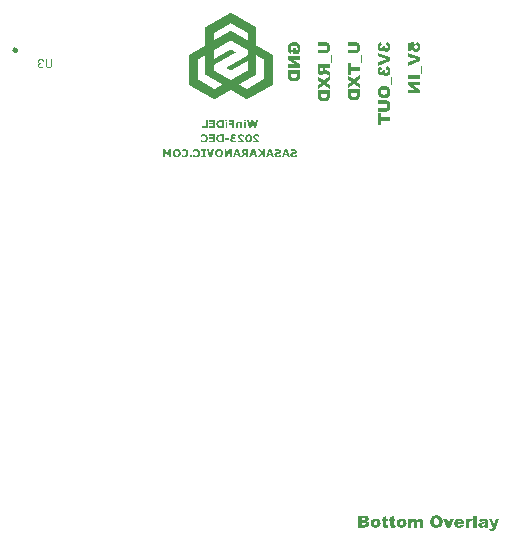
<source format=gbo>
G04*
G04 #@! TF.GenerationSoftware,Altium Limited,Altium Designer,24.0.1 (36)*
G04*
G04 Layer_Color=32896*
%FSLAX44Y44*%
%MOMM*%
G71*
G04*
G04 #@! TF.SameCoordinates,F64AAE0E-53C9-4E3E-96B2-16B86AA6748B*
G04*
G04*
G04 #@! TF.FilePolarity,Positive*
G04*
G01*
G75*
%ADD12C,0.3000*%
%ADD67C,0.1200*%
G36*
X320716Y190771D02*
X320685D01*
Y190740D01*
X320624D01*
Y190710D01*
X320563D01*
Y190679D01*
X320532D01*
Y190649D01*
X320471D01*
Y190618D01*
X320410D01*
Y190587D01*
X320349D01*
Y190557D01*
X320318D01*
Y190526D01*
X320257D01*
Y190496D01*
X320196D01*
Y190465D01*
X320135D01*
Y190434D01*
X320104D01*
Y190404D01*
X320043D01*
Y190373D01*
X319982D01*
Y190343D01*
X319921D01*
Y190312D01*
X319890D01*
Y190282D01*
X319829D01*
Y190251D01*
X319768D01*
Y190221D01*
X319737D01*
Y190190D01*
X319676D01*
Y190159D01*
X319615D01*
Y190129D01*
X319554D01*
Y190098D01*
X319523D01*
Y190068D01*
X319462D01*
Y190037D01*
X319401D01*
Y190007D01*
X319340D01*
Y189976D01*
X319309D01*
Y189945D01*
X319248D01*
Y189915D01*
X319187D01*
Y189884D01*
X319156D01*
Y189854D01*
X319095D01*
Y189823D01*
X319034D01*
Y189792D01*
X318973D01*
Y189762D01*
X318942D01*
Y189731D01*
X318881D01*
Y189701D01*
X318820D01*
Y189670D01*
X318759D01*
Y189639D01*
X318728D01*
Y189609D01*
X318667D01*
Y189578D01*
X318606D01*
Y189548D01*
X318545D01*
Y189517D01*
X318514D01*
Y189487D01*
X318453D01*
Y189456D01*
X318392D01*
Y189426D01*
X318361D01*
Y189395D01*
X318300D01*
Y189364D01*
X318239D01*
Y189334D01*
X318178D01*
Y189303D01*
X318147D01*
Y189273D01*
X318086D01*
Y189242D01*
X318025D01*
Y189212D01*
X317964D01*
Y189181D01*
X317933D01*
Y189150D01*
X317872D01*
Y189120D01*
X317811D01*
Y189089D01*
X317750D01*
Y189059D01*
X317719D01*
Y189028D01*
X317658D01*
Y188997D01*
X317597D01*
Y188967D01*
X317566D01*
Y188936D01*
X317505D01*
Y188906D01*
X317444D01*
Y188875D01*
X317383D01*
Y188845D01*
X317352D01*
Y188814D01*
X317291D01*
Y188783D01*
X317230D01*
Y188753D01*
X317169D01*
Y188722D01*
X317138D01*
Y188692D01*
X317077D01*
Y188661D01*
X317016D01*
Y188631D01*
X316985D01*
Y188600D01*
X316924D01*
Y188569D01*
X316863D01*
Y188539D01*
X316802D01*
Y188508D01*
X316772D01*
Y188478D01*
X316710D01*
Y188447D01*
X316649D01*
Y188417D01*
X316588D01*
Y188386D01*
X316557D01*
Y188355D01*
X316496D01*
Y188325D01*
X316435D01*
Y188294D01*
X316374D01*
Y188264D01*
X316343D01*
Y188233D01*
X316282D01*
Y188202D01*
X316221D01*
Y188172D01*
X316190D01*
Y188141D01*
X316129D01*
Y188111D01*
X316068D01*
Y188080D01*
X316007D01*
Y188050D01*
X315977D01*
Y188019D01*
X315915D01*
Y187988D01*
X315854D01*
Y187958D01*
X315793D01*
Y187927D01*
X315762D01*
Y187897D01*
X315701D01*
Y187866D01*
X315640D01*
Y187836D01*
X315579D01*
Y187805D01*
X315548D01*
Y187774D01*
X315487D01*
Y187744D01*
X315426D01*
Y187713D01*
X315396D01*
Y187683D01*
X315334D01*
Y187652D01*
X315273D01*
Y187621D01*
X315212D01*
Y187591D01*
X315182D01*
Y187560D01*
X315120D01*
Y187530D01*
X315059D01*
Y187499D01*
X314998D01*
Y187469D01*
X314967D01*
Y187438D01*
X314906D01*
Y187407D01*
X314845D01*
Y187377D01*
X314784D01*
Y187346D01*
X314753D01*
Y187316D01*
X314692D01*
Y187285D01*
X314631D01*
Y187255D01*
X314601D01*
Y187224D01*
X314539D01*
Y187194D01*
X314478D01*
Y187163D01*
X314417D01*
Y187132D01*
X314387D01*
Y187102D01*
X314325D01*
Y187071D01*
X314264D01*
Y187041D01*
X314203D01*
Y187010D01*
X314172D01*
Y186979D01*
X314111D01*
Y186949D01*
X314050D01*
Y186918D01*
X314020D01*
Y186888D01*
X313958D01*
Y186857D01*
X313897D01*
Y186827D01*
X313836D01*
Y186796D01*
X313806D01*
Y186765D01*
X313744D01*
Y186735D01*
X313683D01*
Y186704D01*
X313622D01*
Y186674D01*
X313591D01*
Y186643D01*
X313530D01*
Y186612D01*
X313469D01*
Y186582D01*
X313408D01*
Y186551D01*
X313377D01*
Y186521D01*
X313316D01*
Y186490D01*
X313255D01*
Y186460D01*
X313225D01*
Y186429D01*
X313164D01*
Y186399D01*
X313102D01*
Y186368D01*
X313041D01*
Y186337D01*
X313011D01*
Y186307D01*
X312949D01*
Y186276D01*
X312888D01*
Y186246D01*
X312827D01*
Y186215D01*
X312797D01*
Y186184D01*
X312735D01*
Y186154D01*
X312674D01*
Y186123D01*
X312613D01*
Y186093D01*
X312582D01*
Y186062D01*
X312521D01*
Y186032D01*
X312460D01*
Y186001D01*
X312430D01*
Y185970D01*
X312369D01*
Y185940D01*
X312307D01*
Y185909D01*
X312246D01*
Y185879D01*
X312216D01*
Y185848D01*
X312154D01*
Y185818D01*
X312093D01*
Y185787D01*
X312032D01*
Y185756D01*
X312002D01*
Y185726D01*
X311940D01*
Y185695D01*
X311879D01*
Y185665D01*
X311818D01*
Y185634D01*
X311787D01*
Y185604D01*
X311726D01*
Y185573D01*
X311665D01*
Y185542D01*
X311635D01*
Y185512D01*
X311574D01*
Y185481D01*
X311512D01*
Y185451D01*
X311451D01*
Y185420D01*
X311421D01*
Y185389D01*
X311360D01*
Y185359D01*
X311298D01*
Y185328D01*
X311237D01*
Y185298D01*
X311207D01*
Y185267D01*
X311145D01*
Y185237D01*
X311084D01*
Y185206D01*
X311054D01*
Y185175D01*
X310993D01*
Y185145D01*
X310931D01*
Y185114D01*
X310870D01*
Y185084D01*
X310840D01*
Y185053D01*
X310779D01*
Y185023D01*
X310717D01*
Y184992D01*
X310656D01*
Y184961D01*
X310626D01*
Y184931D01*
X310564D01*
Y184900D01*
X310503D01*
Y184870D01*
X310442D01*
Y184839D01*
X310412D01*
Y184809D01*
X310350D01*
Y184778D01*
X310289D01*
Y184747D01*
X310259D01*
Y184717D01*
X310198D01*
Y184686D01*
X310136D01*
Y184656D01*
X310075D01*
Y184625D01*
X310045D01*
Y184594D01*
X309984D01*
Y184564D01*
X309922D01*
Y184533D01*
X309861D01*
Y184503D01*
X309831D01*
Y184472D01*
X309769D01*
Y184442D01*
X309708D01*
Y184411D01*
X309647D01*
Y184380D01*
X309617D01*
Y184350D01*
X309555D01*
Y184319D01*
X309494D01*
Y184289D01*
X309464D01*
Y184258D01*
X309403D01*
Y184228D01*
X309341D01*
Y184197D01*
X309280D01*
Y184166D01*
X309250D01*
Y184136D01*
X309189D01*
Y184105D01*
X309127D01*
Y184075D01*
X309066D01*
Y184044D01*
X309036D01*
Y184014D01*
X308974D01*
Y183983D01*
X308913D01*
Y183952D01*
X308883D01*
Y183922D01*
X308822D01*
Y183891D01*
X308761D01*
Y183861D01*
X308699D01*
Y183830D01*
X308669D01*
Y183799D01*
X308608D01*
Y183769D01*
X308547D01*
Y183738D01*
X308485D01*
Y183708D01*
X308455D01*
Y183677D01*
X308394D01*
Y183647D01*
X308332D01*
Y183616D01*
X308271D01*
Y183585D01*
X308241D01*
Y183555D01*
X308179D01*
Y183524D01*
X308118D01*
Y183494D01*
X308088D01*
Y183463D01*
X308027D01*
Y183433D01*
X307966D01*
Y183402D01*
X307904D01*
Y183371D01*
X307874D01*
Y183341D01*
X307813D01*
Y183310D01*
X307752D01*
Y183280D01*
X307690D01*
Y183249D01*
X307660D01*
Y183219D01*
X307599D01*
Y183188D01*
X307537D01*
Y183157D01*
X307476D01*
Y183127D01*
X307446D01*
Y183096D01*
X307385D01*
Y183066D01*
X307323D01*
Y183035D01*
X307293D01*
Y183004D01*
X307232D01*
Y182974D01*
X307171D01*
Y182943D01*
X307109D01*
Y182913D01*
X307079D01*
Y182882D01*
X307018D01*
Y182852D01*
X306957D01*
Y182821D01*
X306895D01*
Y182791D01*
X306865D01*
Y182760D01*
X306804D01*
Y182729D01*
X306742D01*
Y182699D01*
X306681D01*
Y182668D01*
X306651D01*
Y182638D01*
X306590D01*
Y182607D01*
X306528D01*
Y182577D01*
X306498D01*
Y182546D01*
X306437D01*
Y182515D01*
X306376D01*
Y182485D01*
X306314D01*
Y182454D01*
X306284D01*
Y182424D01*
X306223D01*
Y182393D01*
X306161D01*
Y182362D01*
X306100D01*
Y182332D01*
X306070D01*
Y182301D01*
X306009D01*
Y182271D01*
X305947D01*
Y182240D01*
X305917D01*
Y182209D01*
X305856D01*
Y182179D01*
X305795D01*
Y182148D01*
X305733D01*
Y182118D01*
X305703D01*
Y182087D01*
X305642D01*
Y182057D01*
X305581D01*
Y182026D01*
X305519D01*
Y181996D01*
X305489D01*
Y181965D01*
X305428D01*
Y181934D01*
X305366D01*
Y181904D01*
X305305D01*
Y181873D01*
X305275D01*
Y181843D01*
X305214D01*
Y181812D01*
X305152D01*
Y181782D01*
X305122D01*
Y181751D01*
X305061D01*
Y181720D01*
X305000D01*
Y181690D01*
X304939D01*
Y181659D01*
X304908D01*
Y181629D01*
X304847D01*
Y181598D01*
X304786D01*
Y181567D01*
X304724D01*
Y181537D01*
X304694D01*
Y181506D01*
X304633D01*
Y181476D01*
X304572D01*
Y181445D01*
X304510D01*
Y181415D01*
X304480D01*
Y181384D01*
X304419D01*
Y181353D01*
X304357D01*
Y181323D01*
X304327D01*
Y181292D01*
X304266D01*
Y181262D01*
X304205D01*
Y181231D01*
X304144D01*
Y181201D01*
X304113D01*
Y181170D01*
X304052D01*
Y181139D01*
X303991D01*
Y181109D01*
X303930D01*
Y181078D01*
X303899D01*
Y181048D01*
X303838D01*
Y181017D01*
X303777D01*
Y180986D01*
X303715D01*
Y180956D01*
X303685D01*
Y180925D01*
X303624D01*
Y180895D01*
X303563D01*
Y180864D01*
X303532D01*
Y180834D01*
X303471D01*
Y180803D01*
X303410D01*
Y180772D01*
X303349D01*
Y180742D01*
X303318D01*
Y180711D01*
X303257D01*
Y180681D01*
X303196D01*
Y180650D01*
X303134D01*
Y180620D01*
X303104D01*
Y180589D01*
X303043D01*
Y180558D01*
X302982D01*
Y180528D01*
X302951D01*
Y180497D01*
X302890D01*
Y180467D01*
X302829D01*
Y180436D01*
X302768D01*
Y180406D01*
X302737D01*
Y180375D01*
X302676D01*
Y180344D01*
X302615D01*
Y180314D01*
X302554D01*
Y180283D01*
X302523D01*
Y180253D01*
X302462D01*
Y180222D01*
X302401D01*
Y180191D01*
X302339D01*
Y180161D01*
X302309D01*
Y180130D01*
X302248D01*
Y180100D01*
X302187D01*
Y180069D01*
X302156D01*
Y180039D01*
X302095D01*
Y180008D01*
X302034D01*
Y179977D01*
X301973D01*
Y179947D01*
X301942D01*
Y179916D01*
X301881D01*
Y179886D01*
X301820D01*
Y179855D01*
X301759D01*
Y179825D01*
X301728D01*
Y179794D01*
X301667D01*
Y179764D01*
X301606D01*
Y179733D01*
X301544D01*
Y179702D01*
X301514D01*
Y179672D01*
X301453D01*
Y179641D01*
X301392D01*
Y179611D01*
X301361D01*
Y179580D01*
X301300D01*
Y179549D01*
X301239D01*
Y179519D01*
X301178D01*
Y179488D01*
X301147D01*
Y163956D01*
X301086D01*
Y163925D01*
X301025D01*
Y163894D01*
X300964D01*
Y163864D01*
X300933D01*
Y163833D01*
X300872D01*
Y163803D01*
X300811D01*
Y163772D01*
X300749D01*
Y163742D01*
X300719D01*
Y163711D01*
X300658D01*
Y163680D01*
X300597D01*
Y163650D01*
X300536D01*
Y163619D01*
X300505D01*
Y163589D01*
X300444D01*
Y163558D01*
X300383D01*
Y163528D01*
X300322D01*
Y163497D01*
X300291D01*
Y163466D01*
X300230D01*
Y163436D01*
X300169D01*
Y163405D01*
X300107D01*
Y163375D01*
X300077D01*
Y163344D01*
X300016D01*
Y163314D01*
X299955D01*
Y163283D01*
X299893D01*
Y163252D01*
X299832D01*
Y163222D01*
X299802D01*
Y163191D01*
X299741D01*
Y163161D01*
X299679D01*
Y163130D01*
X299618D01*
Y163099D01*
X299588D01*
Y163069D01*
X299527D01*
Y163038D01*
X299465D01*
Y163008D01*
X299404D01*
Y162977D01*
X299374D01*
Y162947D01*
X299312D01*
Y162916D01*
X299251D01*
Y162885D01*
X299190D01*
Y162855D01*
X299160D01*
Y162824D01*
X299098D01*
Y162794D01*
X299037D01*
Y162763D01*
X298976D01*
Y162733D01*
X298946D01*
Y162702D01*
X298884D01*
Y162671D01*
X298823D01*
Y162641D01*
X298762D01*
Y162610D01*
X298731D01*
Y162580D01*
X298670D01*
Y162549D01*
X298609D01*
Y162519D01*
X298548D01*
Y162488D01*
X298517D01*
Y162457D01*
X298456D01*
Y162427D01*
X298395D01*
Y162396D01*
X298334D01*
Y162366D01*
X298303D01*
Y162335D01*
X298242D01*
Y162304D01*
X298181D01*
Y162274D01*
X298120D01*
Y162243D01*
X298089D01*
Y162213D01*
X298028D01*
Y162182D01*
X297967D01*
Y162152D01*
X297906D01*
Y162121D01*
X297875D01*
Y162090D01*
X297814D01*
Y162060D01*
X297753D01*
Y162029D01*
X297692D01*
Y161999D01*
X297661D01*
Y161968D01*
X297600D01*
Y161938D01*
X297539D01*
Y161907D01*
X297478D01*
Y161876D01*
X297417D01*
Y161846D01*
X297386D01*
Y161815D01*
X297325D01*
Y161785D01*
X297264D01*
Y161754D01*
X297203D01*
Y161723D01*
X297172D01*
Y161693D01*
X297111D01*
Y161662D01*
X297050D01*
Y161632D01*
X296989D01*
Y161601D01*
X296958D01*
Y161571D01*
X296897D01*
Y161540D01*
X296836D01*
Y161509D01*
X296775D01*
Y161479D01*
X296744D01*
Y161448D01*
X296683D01*
Y161418D01*
X296622D01*
Y161387D01*
X296561D01*
Y161357D01*
X296530D01*
Y161326D01*
X296469D01*
Y161296D01*
X296408D01*
Y161265D01*
X296347D01*
Y161234D01*
X296316D01*
Y161204D01*
X296255D01*
Y161173D01*
X296194D01*
Y161143D01*
X296133D01*
Y161112D01*
X296102D01*
Y161081D01*
X296041D01*
Y161051D01*
X295980D01*
Y161020D01*
X295919D01*
Y160990D01*
X295888D01*
Y160959D01*
X295827D01*
Y160929D01*
X295766D01*
Y160898D01*
X295704D01*
Y160867D01*
X295674D01*
Y160837D01*
X295613D01*
Y160806D01*
X295552D01*
Y160776D01*
X295490D01*
Y160745D01*
X295460D01*
Y160714D01*
X295399D01*
Y160684D01*
X295338D01*
Y160653D01*
X295276D01*
Y160623D01*
X295246D01*
Y160592D01*
X295185D01*
Y160562D01*
X295124D01*
Y160531D01*
X295062D01*
Y160501D01*
X295001D01*
Y160470D01*
X294971D01*
Y160439D01*
X294909D01*
Y160409D01*
X294848D01*
Y160378D01*
X294787D01*
Y160348D01*
X294757D01*
Y160317D01*
X294695D01*
Y160287D01*
X294634D01*
Y160256D01*
X294573D01*
Y160225D01*
X294543D01*
Y160195D01*
X294481D01*
Y160164D01*
X294420D01*
Y160134D01*
X294359D01*
Y160103D01*
X294329D01*
Y160072D01*
X294267D01*
Y160042D01*
X294206D01*
Y160011D01*
X294145D01*
Y159981D01*
X294114D01*
Y159950D01*
X294053D01*
Y159920D01*
X293992D01*
Y159889D01*
X293931D01*
Y159858D01*
X293901D01*
Y159828D01*
X293839D01*
Y159797D01*
X293778D01*
Y159767D01*
X293717D01*
Y159736D01*
X293687D01*
Y159705D01*
X293625D01*
Y159675D01*
X293564D01*
Y159644D01*
X293503D01*
Y159614D01*
X293472D01*
Y159583D01*
X293411D01*
Y159553D01*
X293350D01*
Y159522D01*
X293289D01*
Y159492D01*
X293258D01*
Y159461D01*
X293197D01*
Y159430D01*
X293136D01*
Y159400D01*
X293075D01*
Y159369D01*
X293044D01*
Y159339D01*
X292983D01*
Y159308D01*
X292922D01*
Y159277D01*
X292861D01*
Y159247D01*
X292830D01*
Y159216D01*
X292769D01*
Y159186D01*
X292708D01*
Y159155D01*
X292647D01*
Y159125D01*
X292616D01*
Y159094D01*
X292555D01*
Y159063D01*
X292494D01*
Y159033D01*
X292433D01*
Y159002D01*
X292372D01*
Y158972D01*
X292341D01*
Y158941D01*
X292280D01*
Y158911D01*
X292219D01*
Y158880D01*
X292158D01*
Y158849D01*
X292127D01*
Y158819D01*
X292066D01*
Y158788D01*
X292005D01*
Y158758D01*
X291944D01*
Y158727D01*
X291913D01*
Y158696D01*
X291852D01*
Y158666D01*
X291791D01*
Y158635D01*
X291730D01*
Y158605D01*
X291699D01*
Y158574D01*
X291638D01*
Y158544D01*
X291577D01*
Y158513D01*
X291516D01*
Y158483D01*
X291485D01*
Y158452D01*
X291424D01*
Y158421D01*
X291363D01*
Y158391D01*
X291301D01*
Y158360D01*
X291271D01*
Y158330D01*
X291210D01*
Y158299D01*
X291149D01*
Y158268D01*
X291087D01*
Y158238D01*
X291057D01*
Y158207D01*
X290996D01*
Y158177D01*
X290935D01*
Y158146D01*
X290873D01*
Y158116D01*
X290843D01*
Y158085D01*
X290782D01*
Y158054D01*
X290721D01*
Y158024D01*
X290659D01*
Y157993D01*
X290629D01*
Y157963D01*
X290568D01*
Y157932D01*
X290506D01*
Y157901D01*
X290445D01*
Y157871D01*
X290415D01*
Y157840D01*
X290354D01*
Y157810D01*
X290292D01*
Y157779D01*
X290231D01*
Y157749D01*
X290201D01*
Y157718D01*
X290140D01*
Y157688D01*
X290079D01*
Y157657D01*
X290017D01*
Y157626D01*
X289956D01*
Y157596D01*
X289926D01*
Y157565D01*
X289864D01*
Y157535D01*
X289803D01*
Y157504D01*
X289742D01*
Y157473D01*
X289712D01*
Y157443D01*
X289650D01*
Y157412D01*
X289589D01*
Y157382D01*
X289528D01*
Y157351D01*
X289498D01*
Y157321D01*
X289436D01*
Y157290D01*
X289375D01*
Y157259D01*
X289314D01*
Y157229D01*
X289284D01*
Y157198D01*
X289222D01*
Y157168D01*
X289161D01*
Y157137D01*
X289100D01*
Y157107D01*
X289069D01*
Y157076D01*
X289008D01*
Y157045D01*
X288947D01*
Y157015D01*
X288886D01*
Y156984D01*
X288855D01*
Y156954D01*
X288794D01*
Y156923D01*
X288733D01*
Y156892D01*
X288672D01*
Y156862D01*
X288641D01*
Y156831D01*
X288580D01*
Y156801D01*
X288519D01*
Y156770D01*
X288458D01*
Y156740D01*
X288427D01*
Y156709D01*
X288366D01*
Y156678D01*
X288305D01*
Y156648D01*
X288244D01*
Y156617D01*
X288213D01*
Y156587D01*
X288152D01*
Y156556D01*
X288091D01*
Y156526D01*
X288030D01*
Y156495D01*
X287999D01*
Y156464D01*
X287938D01*
Y156434D01*
X287877D01*
Y156403D01*
X287816D01*
Y156373D01*
X287785D01*
Y156342D01*
X287724D01*
Y156312D01*
X287663D01*
Y156281D01*
X287602D01*
Y156250D01*
X287541D01*
Y156220D01*
X287510D01*
Y156189D01*
X287449D01*
Y156159D01*
X287418D01*
Y156128D01*
X287388D01*
Y130536D01*
X287418D01*
Y130505D01*
X287449D01*
Y130475D01*
X287510D01*
Y130444D01*
X287571D01*
Y130414D01*
X287632D01*
Y130383D01*
X287663D01*
Y130352D01*
X287724D01*
Y130322D01*
X287785D01*
Y130291D01*
X287846D01*
Y130261D01*
X287877D01*
Y130230D01*
X287938D01*
Y130199D01*
X287999D01*
Y130169D01*
X288060D01*
Y130138D01*
X288091D01*
Y130108D01*
X288152D01*
Y130077D01*
X288213D01*
Y130047D01*
X288274D01*
Y130016D01*
X288336D01*
Y129986D01*
X288366D01*
Y129955D01*
X288427D01*
Y129924D01*
X288489D01*
Y129894D01*
X288550D01*
Y129863D01*
X288580D01*
Y129833D01*
X288641D01*
Y129802D01*
X288703D01*
Y129771D01*
X288764D01*
Y129741D01*
X288825D01*
Y129710D01*
X288855D01*
Y129680D01*
X288917D01*
Y129649D01*
X288978D01*
Y129619D01*
X289039D01*
Y129588D01*
X289069D01*
Y129557D01*
X289131D01*
Y129527D01*
X289192D01*
Y129496D01*
X289253D01*
Y129466D01*
X289284D01*
Y129435D01*
X289345D01*
Y129404D01*
X289406D01*
Y129374D01*
X289467D01*
Y129343D01*
X289528D01*
Y129313D01*
X289559D01*
Y129282D01*
X289620D01*
Y129252D01*
X289681D01*
Y129221D01*
X289742D01*
Y129191D01*
X289773D01*
Y129160D01*
X289834D01*
Y129129D01*
X289895D01*
Y129099D01*
X289956D01*
Y129068D01*
X290017D01*
Y129038D01*
X290048D01*
Y129007D01*
X290109D01*
Y128976D01*
X290170D01*
Y128946D01*
X290231D01*
Y128915D01*
X290262D01*
Y128885D01*
X290323D01*
Y128854D01*
X290384D01*
Y128824D01*
X290445D01*
Y128793D01*
X290506D01*
Y128763D01*
X290537D01*
Y128732D01*
X290598D01*
Y128701D01*
X290659D01*
Y128671D01*
X290721D01*
Y128640D01*
X290751D01*
Y128610D01*
X290812D01*
Y128579D01*
X290873D01*
Y128548D01*
X290935D01*
Y128518D01*
X290965D01*
Y128487D01*
X291026D01*
Y128457D01*
X291087D01*
Y128426D01*
X291149D01*
Y128396D01*
X291210D01*
Y128365D01*
X291240D01*
Y128334D01*
X291301D01*
Y128304D01*
X291363D01*
Y128273D01*
X291424D01*
Y128243D01*
X291454D01*
Y128212D01*
X291516D01*
Y128181D01*
X291577D01*
Y128151D01*
X291638D01*
Y128120D01*
X291699D01*
Y128090D01*
X291730D01*
Y128059D01*
X291791D01*
Y128029D01*
X291852D01*
Y127998D01*
X291913D01*
Y127968D01*
X291944D01*
Y127937D01*
X292005D01*
Y127906D01*
X292066D01*
Y127876D01*
X292127D01*
Y127845D01*
X292188D01*
Y127815D01*
X292219D01*
Y127784D01*
X292280D01*
Y127753D01*
X292341D01*
Y127723D01*
X292402D01*
Y127692D01*
X292433D01*
Y127662D01*
X292494D01*
Y127631D01*
X292555D01*
Y127601D01*
X292616D01*
Y127570D01*
X292647D01*
Y127539D01*
X292708D01*
Y127509D01*
X292769D01*
Y127478D01*
X292830D01*
Y127448D01*
X292892D01*
Y127417D01*
X292922D01*
Y127387D01*
X292983D01*
Y127356D01*
X293044D01*
Y127325D01*
X293106D01*
Y127295D01*
X293136D01*
Y127264D01*
X293197D01*
Y127234D01*
X293258D01*
Y127203D01*
X293319D01*
Y127172D01*
X293381D01*
Y127142D01*
X293411D01*
Y127111D01*
X293472D01*
Y127081D01*
X293534D01*
Y127050D01*
X293595D01*
Y127020D01*
X293625D01*
Y126989D01*
X293687D01*
Y126958D01*
X293748D01*
Y126928D01*
X293809D01*
Y126897D01*
X293839D01*
Y126867D01*
X293901D01*
Y126836D01*
X293962D01*
Y126806D01*
X294023D01*
Y126775D01*
X294084D01*
Y126744D01*
X294114D01*
Y126714D01*
X294176D01*
Y126683D01*
X294237D01*
Y126653D01*
X294298D01*
Y126622D01*
X294329D01*
Y126592D01*
X294390D01*
Y126561D01*
X294451D01*
Y126530D01*
X294512D01*
Y126500D01*
X294573D01*
Y126469D01*
X294604D01*
Y126439D01*
X294665D01*
Y126408D01*
X294726D01*
Y126377D01*
X294787D01*
Y126347D01*
X294818D01*
Y126316D01*
X294879D01*
Y126286D01*
X294940D01*
Y126255D01*
X295001D01*
Y126225D01*
X295062D01*
Y126194D01*
X295093D01*
Y126164D01*
X295154D01*
Y126133D01*
X295215D01*
Y126102D01*
X295276D01*
Y126072D01*
X295307D01*
Y126041D01*
X295368D01*
Y126011D01*
X295429D01*
Y125980D01*
X295490D01*
Y125949D01*
X295521D01*
Y125919D01*
X295582D01*
Y125888D01*
X295643D01*
Y125858D01*
X295704D01*
Y125827D01*
X295766D01*
Y125796D01*
X295796D01*
Y125766D01*
X295857D01*
Y125735D01*
X295919D01*
Y125705D01*
X295980D01*
Y125674D01*
X296010D01*
Y125644D01*
X296071D01*
Y125613D01*
X296133D01*
Y125583D01*
X296194D01*
Y125552D01*
X296255D01*
Y125521D01*
X296285D01*
Y125491D01*
X296347D01*
Y125460D01*
X296408D01*
Y125430D01*
X296469D01*
Y125399D01*
X296500D01*
Y125368D01*
X296561D01*
Y125338D01*
X296622D01*
Y125307D01*
X296683D01*
Y125277D01*
X296744D01*
Y125246D01*
X296775D01*
Y125216D01*
X296836D01*
Y125185D01*
X296897D01*
Y125154D01*
X296958D01*
Y125124D01*
X296989D01*
Y125093D01*
X297050D01*
Y125063D01*
X297111D01*
Y125032D01*
X297172D01*
Y125002D01*
X297203D01*
Y124971D01*
X297264D01*
Y124940D01*
X297325D01*
Y124910D01*
X297386D01*
Y124879D01*
X297447D01*
Y124849D01*
X297478D01*
Y124818D01*
X297539D01*
Y124788D01*
X297600D01*
Y124757D01*
X297661D01*
Y124726D01*
X297692D01*
Y124696D01*
X297753D01*
Y124665D01*
X297814D01*
Y124635D01*
X297875D01*
Y124604D01*
X297936D01*
Y124573D01*
X297967D01*
Y124543D01*
X298028D01*
Y124512D01*
X298089D01*
Y124482D01*
X298151D01*
Y124451D01*
X298181D01*
Y124421D01*
X298242D01*
Y124390D01*
X298303D01*
Y124360D01*
X298365D01*
Y124329D01*
X298395D01*
Y124298D01*
X298456D01*
Y124268D01*
X298517D01*
Y124237D01*
X298579D01*
Y124207D01*
X298640D01*
Y124176D01*
X298670D01*
Y124145D01*
X298731D01*
Y124115D01*
X298793D01*
Y124084D01*
X298854D01*
Y124054D01*
X298884D01*
Y124023D01*
X298946D01*
Y123993D01*
X299007D01*
Y123962D01*
X299068D01*
Y123931D01*
X299129D01*
Y123901D01*
X299160D01*
Y123870D01*
X299221D01*
Y123840D01*
X299282D01*
Y123809D01*
X299343D01*
Y123778D01*
X299374D01*
Y123748D01*
X299435D01*
Y123717D01*
X299496D01*
Y123687D01*
X299557D01*
Y123656D01*
X299618D01*
Y123626D01*
X299649D01*
Y123595D01*
X299710D01*
Y123565D01*
X299771D01*
Y123534D01*
X299832D01*
Y123503D01*
X299863D01*
Y123473D01*
X299924D01*
Y123442D01*
X299985D01*
Y123412D01*
X300046D01*
Y123381D01*
X300077D01*
Y123350D01*
X300138D01*
Y123320D01*
X300199D01*
Y123289D01*
X300260D01*
Y123259D01*
X300322D01*
Y123228D01*
X300352D01*
Y123198D01*
X300413D01*
Y123167D01*
X300474D01*
Y123136D01*
X300536D01*
Y123106D01*
X300566D01*
Y123075D01*
X300627D01*
Y123045D01*
X300688D01*
Y123014D01*
X300749D01*
Y122984D01*
X300811D01*
Y122953D01*
X300841D01*
Y122922D01*
X300902D01*
Y122892D01*
X300964D01*
Y122861D01*
X301025D01*
Y122831D01*
X301055D01*
Y122800D01*
X301116D01*
Y122769D01*
X301178D01*
Y122739D01*
X301239D01*
Y122708D01*
X301300D01*
Y122678D01*
X301331D01*
Y122647D01*
X301392D01*
Y122617D01*
X301453D01*
Y122586D01*
X301514D01*
Y122556D01*
X301544D01*
Y122525D01*
X301606D01*
Y122494D01*
X301667D01*
Y122464D01*
X301728D01*
Y122433D01*
X301759D01*
Y122403D01*
X301820D01*
Y122372D01*
X301881D01*
Y122341D01*
X301942D01*
Y122311D01*
X302003D01*
Y122280D01*
X302034D01*
Y122250D01*
X302095D01*
Y122219D01*
X302156D01*
Y122189D01*
X302217D01*
Y122158D01*
X302248D01*
Y122127D01*
X302309D01*
Y122097D01*
X302370D01*
Y122066D01*
X302431D01*
Y122036D01*
X302492D01*
Y122005D01*
X302523D01*
Y121975D01*
X302584D01*
Y121944D01*
X302645D01*
Y121913D01*
X302706D01*
Y121883D01*
X302737D01*
Y121852D01*
X302798D01*
Y121822D01*
X302859D01*
Y121791D01*
X302920D01*
Y121761D01*
X302982D01*
Y121730D01*
X303012D01*
Y121699D01*
X303073D01*
Y121669D01*
X303134D01*
Y121638D01*
X303196D01*
Y121608D01*
X303226D01*
Y121577D01*
X303287D01*
Y121546D01*
X303349D01*
Y121516D01*
X303410D01*
Y121485D01*
X303440D01*
Y121455D01*
X303501D01*
Y121424D01*
X303563D01*
Y121394D01*
X303624D01*
Y121363D01*
X303685D01*
Y121332D01*
X303715D01*
Y121302D01*
X303777D01*
Y121271D01*
X303838D01*
Y121241D01*
X303899D01*
Y121210D01*
X303930D01*
Y121180D01*
X303991D01*
Y121149D01*
X304052D01*
Y121118D01*
X304113D01*
Y121088D01*
X304174D01*
Y121057D01*
X304205D01*
Y121027D01*
X304266D01*
Y120996D01*
X304327D01*
Y120965D01*
X304388D01*
Y120935D01*
X304419D01*
Y120904D01*
X304480D01*
Y120874D01*
X304541D01*
Y120843D01*
X304602D01*
Y120813D01*
X304633D01*
Y120782D01*
X304694D01*
Y120751D01*
X304755D01*
Y120721D01*
X304816D01*
Y120690D01*
X304877D01*
Y120660D01*
X304908D01*
Y120629D01*
X304969D01*
Y120599D01*
X305030D01*
Y120568D01*
X305091D01*
Y120538D01*
X305122D01*
Y120507D01*
X305183D01*
Y120476D01*
X305244D01*
Y120446D01*
X305305D01*
Y120415D01*
X305366D01*
Y120385D01*
X305397D01*
Y120354D01*
X305458D01*
Y120323D01*
X305519D01*
Y120293D01*
X305581D01*
Y120262D01*
X305611D01*
Y120232D01*
X305672D01*
Y120201D01*
X305733D01*
Y120170D01*
X305795D01*
Y120140D01*
X305856D01*
Y120109D01*
X305886D01*
Y120079D01*
X305947D01*
Y120048D01*
X306009D01*
Y120018D01*
X306070D01*
Y119987D01*
X306100D01*
Y119957D01*
X306161D01*
Y119926D01*
X306223D01*
Y119895D01*
X306284D01*
Y119865D01*
X306314D01*
Y119834D01*
X306376D01*
Y119804D01*
X306437D01*
Y119773D01*
X306498D01*
Y119742D01*
X306559D01*
Y119712D01*
X306590D01*
Y119681D01*
X306651D01*
Y119651D01*
X306712D01*
Y119620D01*
X306773D01*
Y119590D01*
X306804D01*
Y119559D01*
X306865D01*
Y119529D01*
X306926D01*
Y119498D01*
X306987D01*
Y119467D01*
X307048D01*
Y119437D01*
X307079D01*
Y119406D01*
X307140D01*
Y119376D01*
X307201D01*
Y119345D01*
X307262D01*
Y119314D01*
X307293D01*
Y119284D01*
X307354D01*
Y119253D01*
X307415D01*
Y119223D01*
X307476D01*
Y119192D01*
X307537D01*
Y119162D01*
X307568D01*
Y119131D01*
X307629D01*
Y119100D01*
X307690D01*
Y119070D01*
X307752D01*
Y119039D01*
X307782D01*
Y119009D01*
X307843D01*
Y118978D01*
X307904D01*
Y118947D01*
X307966D01*
Y118917D01*
X307996D01*
Y118886D01*
X308057D01*
Y118856D01*
X308118D01*
Y118825D01*
X308179D01*
Y118795D01*
X308241D01*
Y118764D01*
X308271D01*
Y118734D01*
X308332D01*
Y118703D01*
X308394D01*
Y118672D01*
X308455D01*
Y118642D01*
X308485D01*
Y118611D01*
X308547D01*
Y118581D01*
X308608D01*
Y118550D01*
X308669D01*
Y118519D01*
X308730D01*
Y118489D01*
X308761D01*
Y118458D01*
X308822D01*
Y118428D01*
X308913D01*
Y118458D01*
X308974D01*
Y118489D01*
X309005D01*
Y118519D01*
X309066D01*
Y118550D01*
X309127D01*
Y118581D01*
X309189D01*
Y118611D01*
X309219D01*
Y118642D01*
X309280D01*
Y118672D01*
X309341D01*
Y118703D01*
X309372D01*
Y118734D01*
X309433D01*
Y118764D01*
X309494D01*
Y118795D01*
X309525D01*
Y118825D01*
X309586D01*
Y118856D01*
X309647D01*
Y118886D01*
X309708D01*
Y118917D01*
X309739D01*
Y118947D01*
X309800D01*
Y118978D01*
X309861D01*
Y119009D01*
X309892D01*
Y119039D01*
X309953D01*
Y119070D01*
X310014D01*
Y119100D01*
X310045D01*
Y119131D01*
X310106D01*
Y119162D01*
X310167D01*
Y119192D01*
X310198D01*
Y119223D01*
X310259D01*
Y119253D01*
X310320D01*
Y119284D01*
X310381D01*
Y119314D01*
X310412D01*
Y119345D01*
X310473D01*
Y119376D01*
X310534D01*
Y119406D01*
X310564D01*
Y119437D01*
X310626D01*
Y119467D01*
X310687D01*
Y119498D01*
X310717D01*
Y119529D01*
X310779D01*
Y119559D01*
X310840D01*
Y119590D01*
X310901D01*
Y119620D01*
X310931D01*
Y119651D01*
X310993D01*
Y119681D01*
X311054D01*
Y119712D01*
X311084D01*
Y119742D01*
X311145D01*
Y119773D01*
X311207D01*
Y119804D01*
X311237D01*
Y119834D01*
X311298D01*
Y119865D01*
X311360D01*
Y119895D01*
X311390D01*
Y119926D01*
X311451D01*
Y119957D01*
X311512D01*
Y119987D01*
X311574D01*
Y120018D01*
X311604D01*
Y120048D01*
X311665D01*
Y120079D01*
X311726D01*
Y120109D01*
X311757D01*
Y120140D01*
X311818D01*
Y120170D01*
X311879D01*
Y120201D01*
X311910D01*
Y120232D01*
X311971D01*
Y120262D01*
X312032D01*
Y120293D01*
X312093D01*
Y120323D01*
X312124D01*
Y120354D01*
X312185D01*
Y120385D01*
X312246D01*
Y120415D01*
X312277D01*
Y120446D01*
X312338D01*
Y120476D01*
X312399D01*
Y120507D01*
X312430D01*
Y120538D01*
X312491D01*
Y120568D01*
X312552D01*
Y120599D01*
X312613D01*
Y120629D01*
X312644D01*
Y120660D01*
X312705D01*
Y120690D01*
X312766D01*
Y120721D01*
X312797D01*
Y120751D01*
X312858D01*
Y120782D01*
X312919D01*
Y120813D01*
X312949D01*
Y120843D01*
X313011D01*
Y120874D01*
X313072D01*
Y120904D01*
X313102D01*
Y120935D01*
X313164D01*
Y120965D01*
X313225D01*
Y120996D01*
X313286D01*
Y121027D01*
X313316D01*
Y121057D01*
X313377D01*
Y121088D01*
X313439D01*
Y121118D01*
X313469D01*
Y121149D01*
X313530D01*
Y121180D01*
X313591D01*
Y121210D01*
X313622D01*
Y121241D01*
X313683D01*
Y121271D01*
X313744D01*
Y121302D01*
X313806D01*
Y121332D01*
X313836D01*
Y121363D01*
X313897D01*
Y121394D01*
X313958D01*
Y121424D01*
X313989D01*
Y121455D01*
X314050D01*
Y121485D01*
X314111D01*
Y121516D01*
X314142D01*
Y121546D01*
X314203D01*
Y121577D01*
X314264D01*
Y121608D01*
X314295D01*
Y121638D01*
X314356D01*
Y121669D01*
X314417D01*
Y121699D01*
X314478D01*
Y121730D01*
X314509D01*
Y121761D01*
X314570D01*
Y121791D01*
X314631D01*
Y121822D01*
X314662D01*
Y121852D01*
X314723D01*
Y121883D01*
X314784D01*
Y121913D01*
X314815D01*
Y121944D01*
X314876D01*
Y121975D01*
X314937D01*
Y122005D01*
X314998D01*
Y122036D01*
X315029D01*
Y122066D01*
X315090D01*
Y122097D01*
X315151D01*
Y122127D01*
X315182D01*
Y122158D01*
X315243D01*
Y122189D01*
X315304D01*
Y122219D01*
X315334D01*
Y122250D01*
X315396D01*
Y122280D01*
X315457D01*
Y122311D01*
X315487D01*
Y122341D01*
X315548D01*
Y122372D01*
X315610D01*
Y122403D01*
X315671D01*
Y122433D01*
X315701D01*
Y122464D01*
X315762D01*
Y122494D01*
X315824D01*
Y122525D01*
X315854D01*
Y122556D01*
X315915D01*
Y122586D01*
X315977D01*
Y122617D01*
X316007D01*
Y122647D01*
X316068D01*
Y122678D01*
X316129D01*
Y122708D01*
X316190D01*
Y122739D01*
X316221D01*
Y122769D01*
X316282D01*
Y122800D01*
X316343D01*
Y122831D01*
X316374D01*
Y122861D01*
X316435D01*
Y122892D01*
X316496D01*
Y122922D01*
X316527D01*
Y122953D01*
X316588D01*
Y122984D01*
X316649D01*
Y123014D01*
X316680D01*
Y123045D01*
X316741D01*
Y123075D01*
X316802D01*
Y123106D01*
X316863D01*
Y123136D01*
X316894D01*
Y123167D01*
X316955D01*
Y123198D01*
X317016D01*
Y123228D01*
X317047D01*
Y123259D01*
X317108D01*
Y123289D01*
X317169D01*
Y123320D01*
X317199D01*
Y123350D01*
X317261D01*
Y123381D01*
X317322D01*
Y123412D01*
X317383D01*
Y123442D01*
X317414D01*
Y123473D01*
X317475D01*
Y123503D01*
X317536D01*
Y123534D01*
X317566D01*
Y123565D01*
X317628D01*
Y123595D01*
X317689D01*
Y123626D01*
X317719D01*
Y123656D01*
X317780D01*
Y123687D01*
X317842D01*
Y123717D01*
X317872D01*
Y123748D01*
X317933D01*
Y123778D01*
X317994D01*
Y123809D01*
X318056D01*
Y123840D01*
X318086D01*
Y123870D01*
X318147D01*
Y123901D01*
X318209D01*
Y123931D01*
X318239D01*
Y123962D01*
X318300D01*
Y123993D01*
X318361D01*
Y124023D01*
X318392D01*
Y124054D01*
X318453D01*
Y124084D01*
X318514D01*
Y124115D01*
X318575D01*
Y124145D01*
X318606D01*
Y124176D01*
X318667D01*
Y124207D01*
X318728D01*
Y124237D01*
X318759D01*
Y124268D01*
X318820D01*
Y124298D01*
X318881D01*
Y124329D01*
X318912D01*
Y124360D01*
X318973D01*
Y124390D01*
X319034D01*
Y124421D01*
X319065D01*
Y124451D01*
X319126D01*
Y124482D01*
X319187D01*
Y124512D01*
X319248D01*
Y124543D01*
X319279D01*
Y124573D01*
X319340D01*
Y124604D01*
X319401D01*
Y124635D01*
X319432D01*
Y124665D01*
X319493D01*
Y124696D01*
X319554D01*
Y124726D01*
X319585D01*
Y124757D01*
X319646D01*
Y124788D01*
X319707D01*
Y124818D01*
X319768D01*
Y124849D01*
X319799D01*
Y124879D01*
X319860D01*
Y124910D01*
X319921D01*
Y124940D01*
X319951D01*
Y124971D01*
X320013D01*
Y125002D01*
X320074D01*
Y125032D01*
X320104D01*
Y125063D01*
X320165D01*
Y125093D01*
X320227D01*
Y125124D01*
X320257D01*
Y125154D01*
X320318D01*
Y125185D01*
X320379D01*
Y125216D01*
X320441D01*
Y125246D01*
X320471D01*
Y125277D01*
X320532D01*
Y125307D01*
X320593D01*
Y125338D01*
X320624D01*
Y125368D01*
X320685D01*
Y125399D01*
X320746D01*
Y125430D01*
X320777D01*
Y125460D01*
X320838D01*
Y125491D01*
X320899D01*
Y125521D01*
X320960D01*
Y125552D01*
X320991D01*
Y125583D01*
X321052D01*
Y125613D01*
X321113D01*
Y125644D01*
X321144D01*
Y125674D01*
X321205D01*
Y125705D01*
X321266D01*
Y125735D01*
X321297D01*
Y125766D01*
X321358D01*
Y125796D01*
X321419D01*
Y125827D01*
X321450D01*
Y125858D01*
X321511D01*
Y125888D01*
X321572D01*
Y125919D01*
X321633D01*
Y125949D01*
X321664D01*
Y125980D01*
X321725D01*
Y126011D01*
X321786D01*
Y126041D01*
X321816D01*
Y126072D01*
X321878D01*
Y126102D01*
X321939D01*
Y126133D01*
X321969D01*
Y126164D01*
X322030D01*
Y126194D01*
X322092D01*
Y126225D01*
X322153D01*
Y126255D01*
X322183D01*
Y126286D01*
X322245D01*
Y126316D01*
X322306D01*
Y126347D01*
X322336D01*
Y126377D01*
X322397D01*
Y126408D01*
X322459D01*
Y126439D01*
X322489D01*
Y126469D01*
X322550D01*
Y126500D01*
X322612D01*
Y126530D01*
X322673D01*
Y126500D01*
X322734D01*
Y126469D01*
X322795D01*
Y126439D01*
X322826D01*
Y126408D01*
X322887D01*
Y126377D01*
X322948D01*
Y126347D01*
X322978D01*
Y126316D01*
X323040D01*
Y126286D01*
X323101D01*
Y126255D01*
X323131D01*
Y126225D01*
X323192D01*
Y126194D01*
X323254D01*
Y126164D01*
X323284D01*
Y126133D01*
X323345D01*
Y126102D01*
X323406D01*
Y126072D01*
X323437D01*
Y126041D01*
X323498D01*
Y126011D01*
X323559D01*
Y125980D01*
X323590D01*
Y125949D01*
X323651D01*
Y125919D01*
X323712D01*
Y125888D01*
X323743D01*
Y125858D01*
X323804D01*
Y125827D01*
X323865D01*
Y125796D01*
X323896D01*
Y125766D01*
X323957D01*
Y125735D01*
X324018D01*
Y125705D01*
X324049D01*
Y125674D01*
X324110D01*
Y125644D01*
X324171D01*
Y125613D01*
X324202D01*
Y125583D01*
X324263D01*
Y125552D01*
X324324D01*
Y125521D01*
X324354D01*
Y125491D01*
X324416D01*
Y125460D01*
X324477D01*
Y125430D01*
X324507D01*
Y125399D01*
X324568D01*
Y125368D01*
X324630D01*
Y125338D01*
X324660D01*
Y125307D01*
X324721D01*
Y125277D01*
X324782D01*
Y125246D01*
X324813D01*
Y125216D01*
X324874D01*
Y125185D01*
X324935D01*
Y125154D01*
X324966D01*
Y125124D01*
X325027D01*
Y125093D01*
X325088D01*
Y125063D01*
X325119D01*
Y125032D01*
X325180D01*
Y125002D01*
X325241D01*
Y124971D01*
X325272D01*
Y124940D01*
X325333D01*
Y124910D01*
X325394D01*
Y124879D01*
X325424D01*
Y124849D01*
X325486D01*
Y124818D01*
X325547D01*
Y124788D01*
X325577D01*
Y124757D01*
X325639D01*
Y124726D01*
X325700D01*
Y124696D01*
X325730D01*
Y124665D01*
X325791D01*
Y124635D01*
X325853D01*
Y124604D01*
X325883D01*
Y124573D01*
X325944D01*
Y124543D01*
X326005D01*
Y124512D01*
X326036D01*
Y124482D01*
X326097D01*
Y124451D01*
X326158D01*
Y124421D01*
X326189D01*
Y124390D01*
X326250D01*
Y124360D01*
X326311D01*
Y124329D01*
X326342D01*
Y124298D01*
X326403D01*
Y124268D01*
X326464D01*
Y124237D01*
X326495D01*
Y124207D01*
X326556D01*
Y124176D01*
X326617D01*
Y124145D01*
X326647D01*
Y124115D01*
X326709D01*
Y124084D01*
X326770D01*
Y124054D01*
X326800D01*
Y124023D01*
X326862D01*
Y123993D01*
X326923D01*
Y123962D01*
X326953D01*
Y123931D01*
X327015D01*
Y123901D01*
X327076D01*
Y123870D01*
X327137D01*
Y123840D01*
X327167D01*
Y123809D01*
X327229D01*
Y123778D01*
X327290D01*
Y123748D01*
X327320D01*
Y123717D01*
X327381D01*
Y123687D01*
X327443D01*
Y123656D01*
X327473D01*
Y123626D01*
X327534D01*
Y123595D01*
X327595D01*
Y123565D01*
X327626D01*
Y123534D01*
X327687D01*
Y123503D01*
X327748D01*
Y123473D01*
X327779D01*
Y123442D01*
X327840D01*
Y123412D01*
X327901D01*
Y123381D01*
X327932D01*
Y123350D01*
X327993D01*
Y123320D01*
X328054D01*
Y123289D01*
X328085D01*
Y123259D01*
X328146D01*
Y123228D01*
X328207D01*
Y123198D01*
X328237D01*
Y123167D01*
X328299D01*
Y123136D01*
X328360D01*
Y123106D01*
X328390D01*
Y123075D01*
X328451D01*
Y123045D01*
X328513D01*
Y123014D01*
X328543D01*
Y122984D01*
X328604D01*
Y122953D01*
X328666D01*
Y122922D01*
X328696D01*
Y122892D01*
X328757D01*
Y122861D01*
X328819D01*
Y122831D01*
X328849D01*
Y122800D01*
X328910D01*
Y122769D01*
X328971D01*
Y122739D01*
X329002D01*
Y122708D01*
X329063D01*
Y122678D01*
X329124D01*
Y122647D01*
X329155D01*
Y122617D01*
X329216D01*
Y122586D01*
X329277D01*
Y122556D01*
X329308D01*
Y122525D01*
X329369D01*
Y122494D01*
X329430D01*
Y122464D01*
X329461D01*
Y122433D01*
X329522D01*
Y122403D01*
X329583D01*
Y122372D01*
X329613D01*
Y122341D01*
X329675D01*
Y122311D01*
X329736D01*
Y122280D01*
X329766D01*
Y122250D01*
X329827D01*
Y122219D01*
X329889D01*
Y122189D01*
X329919D01*
Y122158D01*
X329980D01*
Y122127D01*
X330042D01*
Y122097D01*
X330072D01*
Y122066D01*
X330133D01*
Y122036D01*
X330194D01*
Y122005D01*
X330225D01*
Y121975D01*
X330286D01*
Y121944D01*
X330347D01*
Y121913D01*
X330378D01*
Y121883D01*
X330439D01*
Y121852D01*
X330500D01*
Y121822D01*
X330531D01*
Y121791D01*
X330592D01*
Y121761D01*
X330653D01*
Y121730D01*
X330684D01*
Y121699D01*
X330745D01*
Y121669D01*
X330806D01*
Y121638D01*
X330836D01*
Y121608D01*
X330898D01*
Y121577D01*
X330959D01*
Y121546D01*
X330989D01*
Y121516D01*
X331050D01*
Y121485D01*
X331112D01*
Y121455D01*
X331142D01*
Y121424D01*
X331203D01*
Y121394D01*
X331265D01*
Y121363D01*
X331295D01*
Y121332D01*
X331356D01*
Y121302D01*
X331417D01*
Y121271D01*
X331479D01*
Y121241D01*
X331509D01*
Y121210D01*
X331570D01*
Y121180D01*
X331632D01*
Y121149D01*
X331662D01*
Y121118D01*
X331723D01*
Y121088D01*
X331784D01*
Y121057D01*
X331815D01*
Y121027D01*
X331876D01*
Y120996D01*
X331937D01*
Y120965D01*
X331968D01*
Y120935D01*
X332029D01*
Y120904D01*
X332090D01*
Y120874D01*
X332121D01*
Y120843D01*
X332182D01*
Y120813D01*
X332243D01*
Y120782D01*
X332274D01*
Y120751D01*
X332335D01*
Y120721D01*
X332396D01*
Y120690D01*
X332426D01*
Y120660D01*
X332488D01*
Y120629D01*
X332549D01*
Y120599D01*
X332579D01*
Y120568D01*
X332640D01*
Y120538D01*
X332702D01*
Y120507D01*
X332732D01*
Y120476D01*
X332793D01*
Y120446D01*
X332854D01*
Y120415D01*
X332885D01*
Y120385D01*
X332946D01*
Y120354D01*
X333007D01*
Y120323D01*
X333038D01*
Y120293D01*
X333099D01*
Y120262D01*
X333160D01*
Y120232D01*
X333191D01*
Y120201D01*
X333252D01*
Y120170D01*
X333313D01*
Y120140D01*
X333344D01*
Y120109D01*
X333405D01*
Y120079D01*
X333466D01*
Y120048D01*
X333497D01*
Y120018D01*
X333558D01*
Y119987D01*
X333619D01*
Y119957D01*
X333649D01*
Y119926D01*
X333711D01*
Y119895D01*
X333772D01*
Y119865D01*
X333802D01*
Y119834D01*
X333863D01*
Y119804D01*
X333925D01*
Y119773D01*
X333955D01*
Y119742D01*
X334016D01*
Y119712D01*
X334078D01*
Y119681D01*
X334108D01*
Y119651D01*
X334169D01*
Y119620D01*
X334230D01*
Y119590D01*
X334261D01*
Y119559D01*
X334322D01*
Y119529D01*
X334383D01*
Y119498D01*
X334414D01*
Y119467D01*
X334475D01*
Y119437D01*
X334536D01*
Y119406D01*
X334567D01*
Y119376D01*
X334628D01*
Y119345D01*
X334689D01*
Y119314D01*
X334720D01*
Y119284D01*
X334781D01*
Y119253D01*
X334842D01*
Y119223D01*
X334873D01*
Y119192D01*
X334934D01*
Y119162D01*
X334995D01*
Y119131D01*
X335025D01*
Y119100D01*
X335087D01*
Y119070D01*
X335148D01*
Y119039D01*
X335178D01*
Y119009D01*
X335239D01*
Y118978D01*
X335301D01*
Y118947D01*
X335331D01*
Y118917D01*
X335392D01*
Y118886D01*
X335453D01*
Y118856D01*
X335484D01*
Y118825D01*
X335545D01*
Y118795D01*
X335606D01*
Y118764D01*
X335637D01*
Y118734D01*
X335698D01*
Y118703D01*
X335759D01*
Y118672D01*
X335790D01*
Y118642D01*
X335851D01*
Y118611D01*
X335912D01*
Y118581D01*
X335973D01*
Y118550D01*
X336004D01*
Y118519D01*
X336065D01*
Y118489D01*
X336126D01*
Y118458D01*
X336157D01*
Y118428D01*
X336249D01*
Y118458D01*
X336310D01*
Y118489D01*
X336371D01*
Y118519D01*
X336432D01*
Y118550D01*
X336463D01*
Y118581D01*
X336524D01*
Y118611D01*
X336585D01*
Y118642D01*
X336646D01*
Y118672D01*
X336707D01*
Y118703D01*
X336738D01*
Y118734D01*
X336799D01*
Y118764D01*
X336860D01*
Y118795D01*
X336921D01*
Y118825D01*
X336982D01*
Y118856D01*
X337013D01*
Y118886D01*
X337074D01*
Y118917D01*
X337135D01*
Y118947D01*
X337196D01*
Y118978D01*
X337257D01*
Y119009D01*
X337288D01*
Y119039D01*
X337349D01*
Y119070D01*
X337410D01*
Y119100D01*
X337472D01*
Y119131D01*
X337502D01*
Y119162D01*
X337563D01*
Y119192D01*
X337624D01*
Y119223D01*
X337686D01*
Y119253D01*
X337747D01*
Y119284D01*
X337777D01*
Y119314D01*
X337838D01*
Y119345D01*
X337900D01*
Y119376D01*
X337961D01*
Y119406D01*
X338022D01*
Y119437D01*
X338052D01*
Y119467D01*
X338114D01*
Y119498D01*
X338175D01*
Y119529D01*
X338236D01*
Y119559D01*
X338297D01*
Y119590D01*
X338328D01*
Y119620D01*
X338389D01*
Y119651D01*
X338450D01*
Y119681D01*
X338511D01*
Y119712D01*
X338572D01*
Y119742D01*
X338603D01*
Y119773D01*
X338664D01*
Y119804D01*
X338725D01*
Y119834D01*
X338786D01*
Y119865D01*
X338847D01*
Y119895D01*
X338878D01*
Y119926D01*
X338939D01*
Y119957D01*
X339000D01*
Y119987D01*
X339062D01*
Y120018D01*
X339123D01*
Y120048D01*
X339153D01*
Y120079D01*
X339214D01*
Y120109D01*
X339276D01*
Y120140D01*
X339337D01*
Y120170D01*
X339398D01*
Y120201D01*
X339428D01*
Y120232D01*
X339490D01*
Y120262D01*
X339551D01*
Y120293D01*
X339612D01*
Y120323D01*
X339673D01*
Y120354D01*
X339704D01*
Y120385D01*
X339765D01*
Y120415D01*
X339826D01*
Y120446D01*
X339887D01*
Y120476D01*
X339918D01*
Y120507D01*
X339979D01*
Y120538D01*
X340040D01*
Y120568D01*
X340101D01*
Y120599D01*
X340162D01*
Y120629D01*
X340193D01*
Y120660D01*
X340254D01*
Y120690D01*
X340315D01*
Y120721D01*
X340376D01*
Y120751D01*
X340437D01*
Y120782D01*
X340468D01*
Y120813D01*
X340529D01*
Y120843D01*
X340590D01*
Y120874D01*
X340651D01*
Y120904D01*
X340713D01*
Y120935D01*
X340743D01*
Y120965D01*
X340804D01*
Y120996D01*
X340866D01*
Y121027D01*
X340927D01*
Y121057D01*
X340988D01*
Y121088D01*
X341018D01*
Y121118D01*
X341079D01*
Y121149D01*
X341141D01*
Y121180D01*
X341202D01*
Y121210D01*
X341263D01*
Y121241D01*
X341293D01*
Y121271D01*
X341355D01*
Y121302D01*
X341416D01*
Y121332D01*
X341477D01*
Y121363D01*
X341538D01*
Y121394D01*
X341569D01*
Y121424D01*
X341630D01*
Y121455D01*
X341691D01*
Y121485D01*
X341752D01*
Y121516D01*
X341813D01*
Y121546D01*
X341844D01*
Y121577D01*
X341905D01*
Y121608D01*
X341966D01*
Y121638D01*
X342027D01*
Y121669D01*
X342058D01*
Y121699D01*
X342119D01*
Y121730D01*
X342180D01*
Y121761D01*
X342241D01*
Y121791D01*
X342303D01*
Y121822D01*
X342333D01*
Y121852D01*
X342394D01*
Y121883D01*
X342455D01*
Y121913D01*
X342517D01*
Y121944D01*
X342578D01*
Y121975D01*
X342608D01*
Y122005D01*
X342669D01*
Y122036D01*
X342731D01*
Y122066D01*
X342792D01*
Y122097D01*
X342853D01*
Y122127D01*
X342883D01*
Y122158D01*
X342945D01*
Y122189D01*
X343006D01*
Y122219D01*
X343067D01*
Y122250D01*
X343128D01*
Y122280D01*
X343159D01*
Y122311D01*
X343220D01*
Y122341D01*
X343281D01*
Y122372D01*
X343342D01*
Y122403D01*
X343403D01*
Y122433D01*
X343434D01*
Y122464D01*
X343495D01*
Y122494D01*
X343556D01*
Y122525D01*
X343617D01*
Y122556D01*
X343679D01*
Y122586D01*
X343709D01*
Y122617D01*
X343770D01*
Y122647D01*
X343831D01*
Y122678D01*
X343893D01*
Y122708D01*
X343954D01*
Y122739D01*
X343984D01*
Y122769D01*
X344045D01*
Y122800D01*
X344106D01*
Y122831D01*
X344168D01*
Y122861D01*
X344229D01*
Y122892D01*
X344259D01*
Y122922D01*
X344321D01*
Y122953D01*
X344382D01*
Y122984D01*
X344443D01*
Y123014D01*
X344473D01*
Y123045D01*
X344535D01*
Y123075D01*
X344596D01*
Y123106D01*
X344657D01*
Y123136D01*
X344718D01*
Y123167D01*
X344749D01*
Y123198D01*
X344810D01*
Y123228D01*
X344871D01*
Y123259D01*
X344932D01*
Y123289D01*
X344993D01*
Y123320D01*
X345024D01*
Y123350D01*
X345085D01*
Y123381D01*
X345146D01*
Y123412D01*
X345207D01*
Y123442D01*
X345268D01*
Y123473D01*
X345299D01*
Y123503D01*
X345360D01*
Y123534D01*
X345421D01*
Y123565D01*
X345482D01*
Y123595D01*
X345544D01*
Y123626D01*
X345574D01*
Y123656D01*
X345635D01*
Y123687D01*
X345696D01*
Y123717D01*
X345758D01*
Y123748D01*
X345819D01*
Y123778D01*
X345849D01*
Y123809D01*
X345910D01*
Y123840D01*
X345972D01*
Y123870D01*
X346033D01*
Y123901D01*
X346094D01*
Y123931D01*
X346125D01*
Y123962D01*
X346186D01*
Y123993D01*
X346247D01*
Y124023D01*
X346308D01*
Y124054D01*
X346369D01*
Y124084D01*
X346400D01*
Y124115D01*
X346461D01*
Y124145D01*
X346522D01*
Y124176D01*
X346583D01*
Y124207D01*
X346614D01*
Y124237D01*
X346675D01*
Y124268D01*
X346736D01*
Y124298D01*
X346797D01*
Y124329D01*
X346858D01*
Y124360D01*
X346889D01*
Y124390D01*
X346950D01*
Y124421D01*
X347011D01*
Y124451D01*
X347072D01*
Y124482D01*
X347134D01*
Y124512D01*
X347164D01*
Y124543D01*
X347225D01*
Y124573D01*
X347286D01*
Y124604D01*
X347348D01*
Y124635D01*
X347409D01*
Y124665D01*
X347439D01*
Y124696D01*
X347500D01*
Y124726D01*
X347562D01*
Y124757D01*
X347623D01*
Y124788D01*
X347684D01*
Y124818D01*
X347715D01*
Y124849D01*
X347776D01*
Y124879D01*
X347837D01*
Y124910D01*
X347898D01*
Y124940D01*
X347959D01*
Y124971D01*
X347990D01*
Y125002D01*
X348051D01*
Y125032D01*
X348112D01*
Y125063D01*
X348173D01*
Y125093D01*
X348234D01*
Y125124D01*
X348265D01*
Y125154D01*
X348326D01*
Y125185D01*
X348387D01*
Y125216D01*
X348448D01*
Y125246D01*
X348509D01*
Y125277D01*
X348540D01*
Y125307D01*
X348601D01*
Y125338D01*
X348662D01*
Y125368D01*
X348723D01*
Y125399D01*
X348754D01*
Y125430D01*
X348815D01*
Y125460D01*
X348876D01*
Y125491D01*
X348938D01*
Y125521D01*
X348999D01*
Y125552D01*
X349029D01*
Y125583D01*
X349090D01*
Y125613D01*
X349152D01*
Y125644D01*
X349213D01*
Y125674D01*
X349274D01*
Y125705D01*
X349305D01*
Y125735D01*
X349366D01*
Y125766D01*
X349427D01*
Y125796D01*
X349488D01*
Y125827D01*
X349549D01*
Y125858D01*
X349580D01*
Y125888D01*
X349641D01*
Y125919D01*
X349702D01*
Y125949D01*
X349763D01*
Y125980D01*
X349824D01*
Y126011D01*
X349855D01*
Y126041D01*
X349916D01*
Y126072D01*
X349977D01*
Y126102D01*
X350038D01*
Y126133D01*
X350099D01*
Y126164D01*
X350130D01*
Y126194D01*
X350191D01*
Y126225D01*
X350252D01*
Y126255D01*
X350313D01*
Y126286D01*
X350375D01*
Y126316D01*
X350405D01*
Y126347D01*
X350466D01*
Y126377D01*
X350527D01*
Y126408D01*
X350589D01*
Y126439D01*
X350650D01*
Y126469D01*
X350680D01*
Y126500D01*
X350742D01*
Y126530D01*
X350803D01*
Y126561D01*
X350864D01*
Y126592D01*
X350925D01*
Y126622D01*
X350956D01*
Y126653D01*
X351017D01*
Y126683D01*
X351078D01*
Y126714D01*
X351139D01*
Y126744D01*
X351170D01*
Y126775D01*
X351231D01*
Y126806D01*
X351292D01*
Y126836D01*
X351353D01*
Y126867D01*
X351414D01*
Y126897D01*
X351445D01*
Y126928D01*
X351506D01*
Y126958D01*
X351567D01*
Y126989D01*
X351628D01*
Y127020D01*
X351689D01*
Y127050D01*
X351720D01*
Y127081D01*
X351781D01*
Y127111D01*
X351842D01*
Y127142D01*
X351903D01*
Y127172D01*
X351965D01*
Y127203D01*
X351995D01*
Y127234D01*
X352056D01*
Y127264D01*
X352118D01*
Y127295D01*
X352179D01*
Y127325D01*
X352240D01*
Y127356D01*
X352270D01*
Y127387D01*
X352332D01*
Y127417D01*
X352393D01*
Y127448D01*
X352454D01*
Y127478D01*
X352515D01*
Y127509D01*
X352546D01*
Y127539D01*
X352607D01*
Y127570D01*
X352668D01*
Y127601D01*
X352729D01*
Y127631D01*
X352790D01*
Y127662D01*
X352821D01*
Y127692D01*
X352882D01*
Y127723D01*
X352943D01*
Y127753D01*
X353004D01*
Y127784D01*
X353065D01*
Y127815D01*
X353096D01*
Y127845D01*
X353157D01*
Y127876D01*
X353218D01*
Y127906D01*
X353279D01*
Y127937D01*
X353310D01*
Y127968D01*
X353371D01*
Y127998D01*
X353432D01*
Y128029D01*
X353493D01*
Y128059D01*
X353555D01*
Y128090D01*
X353585D01*
Y128120D01*
X353646D01*
Y128151D01*
X353707D01*
Y128181D01*
X353769D01*
Y128212D01*
X353830D01*
Y128243D01*
X353860D01*
Y128273D01*
X353922D01*
Y128304D01*
X353983D01*
Y128334D01*
X354044D01*
Y128365D01*
X354105D01*
Y128396D01*
X354136D01*
Y128426D01*
X354197D01*
Y128457D01*
X354258D01*
Y128487D01*
X354319D01*
Y128518D01*
X354380D01*
Y128548D01*
X354411D01*
Y128579D01*
X354472D01*
Y128610D01*
X354533D01*
Y128640D01*
X354594D01*
Y128671D01*
X354655D01*
Y128701D01*
X354686D01*
Y128732D01*
X354747D01*
Y128763D01*
X354808D01*
Y128793D01*
X354869D01*
Y128824D01*
X354930D01*
Y128854D01*
X354961D01*
Y128885D01*
X355022D01*
Y128915D01*
X355083D01*
Y128946D01*
X355145D01*
Y128976D01*
X355206D01*
Y129007D01*
X355236D01*
Y129038D01*
X355297D01*
Y129068D01*
X355359D01*
Y129099D01*
X355420D01*
Y129129D01*
X355450D01*
Y129160D01*
X355511D01*
Y129191D01*
X355573D01*
Y129221D01*
X355634D01*
Y129252D01*
X355695D01*
Y129282D01*
X355726D01*
Y129313D01*
X355787D01*
Y129343D01*
X355848D01*
Y129374D01*
X355909D01*
Y129404D01*
X355970D01*
Y129435D01*
X356001D01*
Y129466D01*
X356062D01*
Y129496D01*
X356123D01*
Y129527D01*
X356184D01*
Y129557D01*
X356245D01*
Y129588D01*
X356276D01*
Y129619D01*
X356337D01*
Y129649D01*
X356398D01*
Y129680D01*
X356459D01*
Y129710D01*
X356520D01*
Y129741D01*
X356551D01*
Y129771D01*
X356612D01*
Y129802D01*
X356673D01*
Y129833D01*
X356735D01*
Y129863D01*
X356796D01*
Y129894D01*
X356826D01*
Y129924D01*
X356887D01*
Y129955D01*
X356949D01*
Y129986D01*
X357010D01*
Y130016D01*
X357071D01*
Y130047D01*
X357101D01*
Y130077D01*
X357163D01*
Y130108D01*
X357224D01*
Y130138D01*
X357285D01*
Y130169D01*
X357346D01*
Y130199D01*
X357377D01*
Y130230D01*
X357438D01*
Y130261D01*
X357499D01*
Y130291D01*
X357560D01*
Y130322D01*
X357621D01*
Y130352D01*
X357652D01*
Y130383D01*
X357713D01*
Y130414D01*
X357774D01*
Y130444D01*
X357835D01*
Y130475D01*
X357866D01*
Y130505D01*
X357927D01*
Y130536D01*
X357988D01*
Y130566D01*
X358019D01*
Y156250D01*
X357988D01*
Y156281D01*
X357927D01*
Y156312D01*
X357866D01*
Y156342D01*
X357835D01*
Y156373D01*
X357774D01*
Y156403D01*
X357713D01*
Y156434D01*
X357652D01*
Y156464D01*
X357621D01*
Y156495D01*
X357560D01*
Y156526D01*
X357499D01*
Y156556D01*
X357438D01*
Y156587D01*
X357407D01*
Y156617D01*
X357346D01*
Y156648D01*
X357285D01*
Y156678D01*
X357224D01*
Y156709D01*
X357193D01*
Y156740D01*
X357132D01*
Y156770D01*
X357071D01*
Y156801D01*
X357010D01*
Y156831D01*
X356979D01*
Y156862D01*
X356918D01*
Y156892D01*
X356857D01*
Y156923D01*
X356796D01*
Y156954D01*
X356765D01*
Y156984D01*
X356704D01*
Y157015D01*
X356643D01*
Y157045D01*
X356582D01*
Y157076D01*
X356551D01*
Y157107D01*
X356490D01*
Y157137D01*
X356429D01*
Y157168D01*
X356368D01*
Y157198D01*
X356337D01*
Y157229D01*
X356276D01*
Y157259D01*
X356215D01*
Y157290D01*
X356153D01*
Y157321D01*
X356123D01*
Y157351D01*
X356062D01*
Y157382D01*
X356001D01*
Y157412D01*
X355939D01*
Y157443D01*
X355909D01*
Y157473D01*
X355848D01*
Y157504D01*
X355787D01*
Y157535D01*
X355726D01*
Y157565D01*
X355695D01*
Y157596D01*
X355634D01*
Y157626D01*
X355573D01*
Y157657D01*
X355511D01*
Y157688D01*
X355481D01*
Y157718D01*
X355420D01*
Y157749D01*
X355359D01*
Y157779D01*
X355297D01*
Y157810D01*
X355267D01*
Y157840D01*
X355206D01*
Y157871D01*
X355145D01*
Y157901D01*
X355083D01*
Y157932D01*
X355053D01*
Y157963D01*
X354992D01*
Y157993D01*
X354930D01*
Y158024D01*
X354869D01*
Y158054D01*
X354839D01*
Y158085D01*
X354778D01*
Y158116D01*
X354716D01*
Y158146D01*
X354655D01*
Y158177D01*
X354625D01*
Y158207D01*
X354564D01*
Y158238D01*
X354502D01*
Y158268D01*
X354441D01*
Y158299D01*
X354411D01*
Y158330D01*
X354350D01*
Y158360D01*
X354288D01*
Y158391D01*
X354227D01*
Y158421D01*
X354197D01*
Y158452D01*
X354136D01*
Y158483D01*
X354074D01*
Y158513D01*
X354013D01*
Y158544D01*
X353952D01*
Y158574D01*
X353922D01*
Y158605D01*
X353860D01*
Y158635D01*
X353799D01*
Y158666D01*
X353738D01*
Y158696D01*
X353707D01*
Y158727D01*
X353646D01*
Y158758D01*
X353585D01*
Y158788D01*
X353524D01*
Y158819D01*
X353493D01*
Y158849D01*
X353432D01*
Y158880D01*
X353371D01*
Y158911D01*
X353310D01*
Y158941D01*
X353279D01*
Y158972D01*
X353218D01*
Y159002D01*
X353157D01*
Y159033D01*
X353096D01*
Y159063D01*
X353065D01*
Y159094D01*
X353004D01*
Y159125D01*
X352943D01*
Y159155D01*
X352882D01*
Y159186D01*
X352851D01*
Y159216D01*
X352790D01*
Y159247D01*
X352729D01*
Y159277D01*
X352668D01*
Y159308D01*
X352637D01*
Y159339D01*
X352576D01*
Y159369D01*
X352515D01*
Y159400D01*
X352454D01*
Y159430D01*
X352423D01*
Y159461D01*
X352362D01*
Y159492D01*
X352301D01*
Y159522D01*
X352240D01*
Y159553D01*
X352209D01*
Y159583D01*
X352148D01*
Y159614D01*
X352087D01*
Y159644D01*
X352026D01*
Y159675D01*
X351995D01*
Y159705D01*
X351934D01*
Y159736D01*
X351873D01*
Y159767D01*
X351812D01*
Y159797D01*
X351781D01*
Y159828D01*
X351720D01*
Y159858D01*
X351659D01*
Y159889D01*
X351598D01*
Y159920D01*
X351567D01*
Y159950D01*
X351506D01*
Y159981D01*
X351445D01*
Y160011D01*
X351384D01*
Y160042D01*
X351353D01*
Y160072D01*
X351292D01*
Y160103D01*
X351231D01*
Y160134D01*
X351170D01*
Y160164D01*
X351139D01*
Y160195D01*
X351078D01*
Y160225D01*
X351017D01*
Y160256D01*
X350956D01*
Y160287D01*
X350925D01*
Y160317D01*
X350864D01*
Y160348D01*
X350803D01*
Y160378D01*
X350742D01*
Y160409D01*
X350711D01*
Y160439D01*
X350650D01*
Y160470D01*
X350589D01*
Y160501D01*
X350527D01*
Y160531D01*
X350497D01*
Y160562D01*
X350436D01*
Y160592D01*
X350375D01*
Y160623D01*
X350313D01*
Y160653D01*
X350283D01*
Y160684D01*
X350222D01*
Y160714D01*
X350161D01*
Y160745D01*
X350099D01*
Y160776D01*
X350069D01*
Y160806D01*
X350008D01*
Y160837D01*
X349947D01*
Y160867D01*
X349885D01*
Y160898D01*
X349824D01*
Y160929D01*
X349794D01*
Y160959D01*
X349733D01*
Y160990D01*
X349671D01*
Y161020D01*
X349610D01*
Y161051D01*
X349580D01*
Y161081D01*
X349519D01*
Y161112D01*
X349457D01*
Y161143D01*
X349396D01*
Y161173D01*
X349366D01*
Y161204D01*
X349305D01*
Y161234D01*
X349243D01*
Y161265D01*
X349182D01*
Y161296D01*
X349152D01*
Y161326D01*
X349090D01*
Y161357D01*
X349029D01*
Y161387D01*
X348968D01*
Y161418D01*
X348938D01*
Y161448D01*
X348876D01*
Y161479D01*
X348815D01*
Y161509D01*
X348754D01*
Y161540D01*
X348723D01*
Y161571D01*
X348662D01*
Y161601D01*
X348601D01*
Y161632D01*
X348540D01*
Y161662D01*
X348509D01*
Y161693D01*
X348448D01*
Y161723D01*
X348387D01*
Y161754D01*
X348326D01*
Y161785D01*
X348296D01*
Y161815D01*
X348234D01*
Y161846D01*
X348173D01*
Y161876D01*
X348112D01*
Y161907D01*
X348081D01*
Y161938D01*
X348020D01*
Y161968D01*
X347959D01*
Y161999D01*
X347898D01*
Y162029D01*
X347867D01*
Y162060D01*
X347806D01*
Y162090D01*
X347745D01*
Y162121D01*
X347684D01*
Y162152D01*
X347653D01*
Y162182D01*
X347592D01*
Y162213D01*
X347531D01*
Y162243D01*
X347470D01*
Y162274D01*
X347439D01*
Y162304D01*
X347378D01*
Y162335D01*
X347317D01*
Y162366D01*
X347256D01*
Y162396D01*
X347225D01*
Y162427D01*
X347164D01*
Y162457D01*
X347103D01*
Y162488D01*
X347042D01*
Y162519D01*
X347011D01*
Y162549D01*
X346950D01*
Y162580D01*
X346889D01*
Y162610D01*
X346828D01*
Y162641D01*
X346797D01*
Y162671D01*
X346736D01*
Y162702D01*
X346675D01*
Y162733D01*
X346614D01*
Y162763D01*
X346583D01*
Y162794D01*
X346522D01*
Y162824D01*
X346461D01*
Y162855D01*
X346400D01*
Y162885D01*
X346369D01*
Y162916D01*
X346308D01*
Y162947D01*
X346247D01*
Y162977D01*
X346186D01*
Y163008D01*
X346155D01*
Y163038D01*
X346094D01*
Y163069D01*
X346033D01*
Y163099D01*
X345972D01*
Y163130D01*
X345941D01*
Y163161D01*
X345880D01*
Y163191D01*
X345819D01*
Y163222D01*
X345758D01*
Y163252D01*
X345727D01*
Y163283D01*
X345666D01*
Y163314D01*
X345605D01*
Y163344D01*
X345544D01*
Y163375D01*
X345482D01*
Y163405D01*
X345452D01*
Y163436D01*
X345391D01*
Y163466D01*
X345330D01*
Y163497D01*
X345268D01*
Y163528D01*
X345238D01*
Y163558D01*
X345177D01*
Y163589D01*
X345116D01*
Y163619D01*
X345054D01*
Y163650D01*
X345024D01*
Y163680D01*
X344963D01*
Y163711D01*
X344902D01*
Y163742D01*
X344840D01*
Y163772D01*
X344810D01*
Y163803D01*
X344749D01*
Y163833D01*
X344688D01*
Y163864D01*
X344626D01*
Y163894D01*
X344596D01*
Y163925D01*
X344535D01*
Y163956D01*
X344473D01*
Y163986D01*
X344412D01*
Y164017D01*
X344382D01*
Y164047D01*
X344351D01*
Y172976D01*
X344321D01*
Y179366D01*
X344290D01*
Y179396D01*
X344259D01*
Y179427D01*
X344198D01*
Y179458D01*
X344137D01*
Y179488D01*
X344076D01*
Y179519D01*
X344045D01*
Y179549D01*
X343984D01*
Y179580D01*
X343923D01*
Y179611D01*
X343893D01*
Y179641D01*
X343831D01*
Y179672D01*
X343770D01*
Y179702D01*
X343709D01*
Y179733D01*
X343679D01*
Y179764D01*
X343617D01*
Y179794D01*
X343556D01*
Y179825D01*
X343495D01*
Y179855D01*
X343464D01*
Y179886D01*
X343403D01*
Y179916D01*
X343342D01*
Y179947D01*
X343281D01*
Y179977D01*
X343250D01*
Y180008D01*
X343189D01*
Y180039D01*
X343128D01*
Y180069D01*
X343097D01*
Y180100D01*
X343036D01*
Y180130D01*
X342975D01*
Y180161D01*
X342914D01*
Y180191D01*
X342883D01*
Y180222D01*
X342822D01*
Y180253D01*
X342761D01*
Y180283D01*
X342700D01*
Y180314D01*
X342669D01*
Y180344D01*
X342608D01*
Y180375D01*
X342547D01*
Y180406D01*
X342486D01*
Y180436D01*
X342455D01*
Y180467D01*
X342394D01*
Y180497D01*
X342333D01*
Y180528D01*
X342303D01*
Y180558D01*
X342241D01*
Y180589D01*
X342180D01*
Y180620D01*
X342119D01*
Y180650D01*
X342089D01*
Y180681D01*
X342027D01*
Y180711D01*
X341966D01*
Y180742D01*
X341905D01*
Y180772D01*
X341875D01*
Y180803D01*
X341813D01*
Y180834D01*
X341752D01*
Y180864D01*
X341722D01*
Y180895D01*
X341660D01*
Y180925D01*
X341599D01*
Y180956D01*
X341538D01*
Y180986D01*
X341508D01*
Y181017D01*
X341446D01*
Y181048D01*
X341385D01*
Y181078D01*
X341324D01*
Y181109D01*
X341293D01*
Y181139D01*
X341232D01*
Y181170D01*
X341171D01*
Y181201D01*
X341110D01*
Y181231D01*
X341079D01*
Y181262D01*
X341018D01*
Y181292D01*
X340957D01*
Y181323D01*
X340927D01*
Y181353D01*
X340866D01*
Y181384D01*
X340804D01*
Y181415D01*
X340743D01*
Y181445D01*
X340713D01*
Y181476D01*
X340651D01*
Y181506D01*
X340590D01*
Y181537D01*
X340529D01*
Y181567D01*
X340499D01*
Y181598D01*
X340437D01*
Y181629D01*
X340376D01*
Y181659D01*
X340346D01*
Y181690D01*
X340285D01*
Y181720D01*
X340223D01*
Y181751D01*
X340162D01*
Y181782D01*
X340132D01*
Y181812D01*
X340070D01*
Y181843D01*
X340009D01*
Y181873D01*
X339948D01*
Y181904D01*
X339918D01*
Y181934D01*
X339856D01*
Y181965D01*
X339795D01*
Y181996D01*
X339734D01*
Y182026D01*
X339704D01*
Y182057D01*
X339642D01*
Y182087D01*
X339581D01*
Y182118D01*
X339551D01*
Y182148D01*
X339490D01*
Y182179D01*
X339428D01*
Y182209D01*
X339367D01*
Y182240D01*
X339337D01*
Y182271D01*
X339276D01*
Y182301D01*
X339214D01*
Y182332D01*
X339153D01*
Y182362D01*
X339123D01*
Y182393D01*
X339062D01*
Y182424D01*
X339000D01*
Y182454D01*
X338939D01*
Y182485D01*
X338909D01*
Y182515D01*
X338847D01*
Y182546D01*
X338786D01*
Y182577D01*
X338756D01*
Y182607D01*
X338694D01*
Y182638D01*
X338633D01*
Y182668D01*
X338572D01*
Y182699D01*
X338542D01*
Y182729D01*
X338480D01*
Y182760D01*
X338419D01*
Y182791D01*
X338358D01*
Y182821D01*
X338328D01*
Y182852D01*
X338266D01*
Y182882D01*
X338205D01*
Y182913D01*
X338175D01*
Y182943D01*
X338114D01*
Y182974D01*
X338052D01*
Y183004D01*
X337991D01*
Y183035D01*
X337961D01*
Y183066D01*
X337900D01*
Y183096D01*
X337838D01*
Y183127D01*
X337777D01*
Y183157D01*
X337747D01*
Y183188D01*
X337686D01*
Y183219D01*
X337624D01*
Y183249D01*
X337563D01*
Y183280D01*
X337533D01*
Y183310D01*
X337472D01*
Y183341D01*
X337410D01*
Y183371D01*
X337380D01*
Y183402D01*
X337319D01*
Y183433D01*
X337257D01*
Y183463D01*
X337196D01*
Y183494D01*
X337166D01*
Y183524D01*
X337105D01*
Y183555D01*
X337043D01*
Y183585D01*
X336982D01*
Y183616D01*
X336952D01*
Y183647D01*
X336891D01*
Y183677D01*
X336829D01*
Y183708D01*
X336768D01*
Y183738D01*
X336738D01*
Y183769D01*
X336676D01*
Y183799D01*
X336615D01*
Y183830D01*
X336585D01*
Y183861D01*
X336524D01*
Y183891D01*
X336463D01*
Y183922D01*
X336401D01*
Y183952D01*
X336371D01*
Y183983D01*
X336310D01*
Y184014D01*
X336249D01*
Y184044D01*
X336187D01*
Y184075D01*
X336157D01*
Y184105D01*
X336096D01*
Y184136D01*
X336034D01*
Y184166D01*
X336004D01*
Y184197D01*
X335943D01*
Y184228D01*
X335882D01*
Y184258D01*
X335820D01*
Y184289D01*
X335790D01*
Y184319D01*
X335729D01*
Y184350D01*
X335667D01*
Y184380D01*
X335606D01*
Y184411D01*
X335576D01*
Y184442D01*
X335515D01*
Y184472D01*
X335453D01*
Y184503D01*
X335392D01*
Y184533D01*
X335362D01*
Y184564D01*
X335301D01*
Y184594D01*
X335239D01*
Y184625D01*
X335209D01*
Y184656D01*
X335148D01*
Y184686D01*
X335087D01*
Y184717D01*
X335025D01*
Y184747D01*
X334995D01*
Y184778D01*
X334934D01*
Y184809D01*
X334873D01*
Y184839D01*
X334811D01*
Y184870D01*
X334781D01*
Y184900D01*
X334720D01*
Y184931D01*
X334659D01*
Y184961D01*
X334597D01*
Y184992D01*
X334567D01*
Y185023D01*
X334506D01*
Y185053D01*
X334445D01*
Y185084D01*
X334414D01*
Y185114D01*
X334353D01*
Y185145D01*
X334292D01*
Y185175D01*
X334230D01*
Y185206D01*
X334200D01*
Y185237D01*
X334139D01*
Y185267D01*
X334078D01*
Y185298D01*
X334016D01*
Y185328D01*
X333986D01*
Y185359D01*
X333925D01*
Y185389D01*
X333863D01*
Y185420D01*
X333833D01*
Y185451D01*
X333772D01*
Y185481D01*
X333711D01*
Y185512D01*
X333649D01*
Y185542D01*
X333619D01*
Y185573D01*
X333558D01*
Y185604D01*
X333497D01*
Y185634D01*
X333436D01*
Y185665D01*
X333405D01*
Y185695D01*
X333344D01*
Y185726D01*
X333283D01*
Y185756D01*
X333221D01*
Y185787D01*
X333191D01*
Y185818D01*
X333130D01*
Y185848D01*
X333069D01*
Y185879D01*
X333038D01*
Y185909D01*
X332977D01*
Y185940D01*
X332916D01*
Y185970D01*
X332854D01*
Y186001D01*
X332824D01*
Y186032D01*
X332763D01*
Y186062D01*
X332702D01*
Y186093D01*
X332640D01*
Y186123D01*
X332610D01*
Y186154D01*
X332549D01*
Y186184D01*
X332488D01*
Y186215D01*
X332457D01*
Y186246D01*
X332396D01*
Y186276D01*
X332335D01*
Y186307D01*
X332274D01*
Y186337D01*
X332243D01*
Y186368D01*
X332182D01*
Y186399D01*
X332121D01*
Y186429D01*
X332060D01*
Y186460D01*
X332029D01*
Y186490D01*
X331968D01*
Y186521D01*
X331907D01*
Y186551D01*
X331846D01*
Y186582D01*
X331815D01*
Y186612D01*
X331754D01*
Y186643D01*
X331693D01*
Y186674D01*
X331662D01*
Y186704D01*
X331601D01*
Y186735D01*
X331540D01*
Y186765D01*
X331479D01*
Y186796D01*
X331448D01*
Y186827D01*
X331387D01*
Y186857D01*
X331326D01*
Y186888D01*
X331265D01*
Y186918D01*
X331234D01*
Y186949D01*
X331173D01*
Y186979D01*
X331112D01*
Y187010D01*
X331050D01*
Y187041D01*
X331020D01*
Y187071D01*
X330959D01*
Y187102D01*
X330898D01*
Y187132D01*
X330867D01*
Y187163D01*
X330806D01*
Y187194D01*
X330745D01*
Y187224D01*
X330684D01*
Y187255D01*
X330653D01*
Y187285D01*
X330592D01*
Y187316D01*
X330531D01*
Y187346D01*
X330470D01*
Y187377D01*
X330439D01*
Y187407D01*
X330378D01*
Y187438D01*
X330317D01*
Y187469D01*
X330286D01*
Y187499D01*
X330225D01*
Y187530D01*
X330164D01*
Y187560D01*
X330103D01*
Y187591D01*
X330072D01*
Y187621D01*
X330011D01*
Y187652D01*
X329950D01*
Y187683D01*
X329889D01*
Y187713D01*
X329858D01*
Y187744D01*
X329797D01*
Y187774D01*
X329736D01*
Y187805D01*
X329675D01*
Y187836D01*
X329644D01*
Y187866D01*
X329583D01*
Y187897D01*
X329522D01*
Y187927D01*
X329491D01*
Y187958D01*
X329430D01*
Y187988D01*
X329369D01*
Y188019D01*
X329308D01*
Y188050D01*
X329277D01*
Y188080D01*
X329216D01*
Y188111D01*
X329155D01*
Y188141D01*
X329094D01*
Y188172D01*
X329063D01*
Y188202D01*
X329002D01*
Y188233D01*
X328941D01*
Y188264D01*
X328880D01*
Y188294D01*
X328849D01*
Y188325D01*
X328788D01*
Y188355D01*
X328727D01*
Y188386D01*
X328696D01*
Y188417D01*
X328635D01*
Y188447D01*
X328574D01*
Y188478D01*
X328513D01*
Y188508D01*
X328482D01*
Y188539D01*
X328421D01*
Y188569D01*
X328360D01*
Y188600D01*
X328299D01*
Y188631D01*
X328268D01*
Y188661D01*
X328207D01*
Y188692D01*
X328146D01*
Y188722D01*
X328115D01*
Y188753D01*
X328054D01*
Y188783D01*
X327993D01*
Y188814D01*
X327932D01*
Y188845D01*
X327901D01*
Y188875D01*
X327840D01*
Y188906D01*
X327779D01*
Y188936D01*
X327718D01*
Y188967D01*
X327687D01*
Y188997D01*
X327626D01*
Y189028D01*
X327565D01*
Y189059D01*
X327504D01*
Y189089D01*
X327473D01*
Y189120D01*
X327412D01*
Y189150D01*
X327351D01*
Y189181D01*
X327320D01*
Y189212D01*
X327259D01*
Y189242D01*
X327198D01*
Y189273D01*
X327137D01*
Y189303D01*
X327106D01*
Y189334D01*
X327045D01*
Y189364D01*
X326984D01*
Y189395D01*
X326923D01*
Y189426D01*
X326892D01*
Y189456D01*
X326831D01*
Y189487D01*
X326770D01*
Y189517D01*
X326709D01*
Y189548D01*
X326678D01*
Y189578D01*
X326617D01*
Y189609D01*
X326556D01*
Y189639D01*
X326525D01*
Y189670D01*
X326464D01*
Y189701D01*
X326403D01*
Y189731D01*
X326342D01*
Y189762D01*
X326311D01*
Y189792D01*
X326250D01*
Y189823D01*
X326189D01*
Y189854D01*
X326128D01*
Y189884D01*
X326097D01*
Y189915D01*
X326036D01*
Y189945D01*
X325975D01*
Y189976D01*
X325944D01*
Y190007D01*
X325883D01*
Y190037D01*
X325822D01*
Y190068D01*
X325761D01*
Y190098D01*
X325730D01*
Y190129D01*
X325669D01*
Y190159D01*
X325608D01*
Y190190D01*
X325547D01*
Y190221D01*
X325516D01*
Y190251D01*
X325455D01*
Y190282D01*
X325394D01*
Y190312D01*
X325333D01*
Y190343D01*
X325302D01*
Y190373D01*
X325241D01*
Y190404D01*
X325180D01*
Y190434D01*
X325149D01*
Y190465D01*
X325088D01*
Y190496D01*
X325027D01*
Y190526D01*
X324966D01*
Y190557D01*
X324935D01*
Y190587D01*
X324874D01*
Y190618D01*
X324813D01*
Y190649D01*
X324752D01*
Y190679D01*
X324721D01*
Y190710D01*
X324660D01*
Y190740D01*
X324599D01*
Y190771D01*
X324568D01*
Y190801D01*
X324507D01*
Y190832D01*
X324446D01*
Y190863D01*
X324385D01*
Y190893D01*
X324354D01*
Y190924D01*
X324293D01*
Y190954D01*
X324232D01*
Y190985D01*
X324171D01*
Y191015D01*
X324140D01*
Y191046D01*
X324079D01*
Y191077D01*
X324018D01*
Y191107D01*
X323957D01*
Y191138D01*
X323926D01*
Y191168D01*
X323865D01*
Y191199D01*
X323804D01*
Y191229D01*
X323773D01*
Y191260D01*
X323712D01*
Y191291D01*
X323651D01*
Y191321D01*
X323590D01*
Y191352D01*
X323559D01*
Y191382D01*
X323498D01*
Y191413D01*
X323437D01*
Y191444D01*
X323376D01*
Y191474D01*
X323345D01*
Y191505D01*
X323284D01*
Y191535D01*
X323223D01*
Y191566D01*
X323162D01*
Y191596D01*
X323131D01*
Y191627D01*
X323070D01*
Y191658D01*
X323009D01*
Y191688D01*
X322978D01*
Y191719D01*
X322917D01*
Y191749D01*
X322856D01*
Y191780D01*
X322795D01*
Y191810D01*
X322764D01*
Y191841D01*
X322703D01*
Y191872D01*
X322581D01*
Y191841D01*
X322520D01*
Y191810D01*
X322489D01*
Y191780D01*
X322428D01*
Y191749D01*
X322367D01*
Y191719D01*
X322306D01*
Y191688D01*
X322275D01*
Y191658D01*
X322214D01*
Y191627D01*
X322153D01*
Y191596D01*
X322122D01*
Y191566D01*
X322061D01*
Y191535D01*
X322000D01*
Y191505D01*
X321939D01*
Y191474D01*
X321908D01*
Y191444D01*
X321847D01*
Y191413D01*
X321786D01*
Y191382D01*
X321725D01*
Y191352D01*
X321694D01*
Y191321D01*
X321633D01*
Y191291D01*
X321572D01*
Y191260D01*
X321511D01*
Y191229D01*
X321480D01*
Y191199D01*
X321419D01*
Y191168D01*
X321358D01*
Y191138D01*
X321327D01*
Y191107D01*
X321266D01*
Y191077D01*
X321205D01*
Y191046D01*
X321144D01*
Y191015D01*
X321113D01*
Y190985D01*
X321052D01*
Y190954D01*
X320991D01*
Y190924D01*
X320930D01*
Y190893D01*
X320899D01*
Y190863D01*
X320838D01*
Y190832D01*
X320777D01*
Y190801D01*
X320716D01*
Y190771D01*
D02*
G37*
G36*
X376534Y166986D02*
X376811Y166972D01*
X377352Y166903D01*
X377588Y166861D01*
X377823Y166806D01*
X378031Y166750D01*
X378239Y166681D01*
X378420Y166626D01*
X378572Y166570D01*
X378711Y166515D01*
X378822Y166473D01*
X378919Y166431D01*
X378988Y166404D01*
X379030Y166376D01*
X379044D01*
X379266Y166251D01*
X379474Y166126D01*
X379654Y165988D01*
X379834Y165835D01*
X380001Y165696D01*
X380153Y165544D01*
X380278Y165405D01*
X380403Y165266D01*
X380514Y165128D01*
X380597Y165003D01*
X380680Y164892D01*
X380750Y164795D01*
X380791Y164726D01*
X380833Y164670D01*
X380847Y164629D01*
X380860Y164615D01*
X380971Y164393D01*
X381055Y164157D01*
X381207Y163672D01*
X381318Y163186D01*
X381387Y162715D01*
X381415Y162507D01*
X381443Y162299D01*
X381457Y162132D01*
Y161980D01*
X381471Y161855D01*
Y161675D01*
X381457Y161148D01*
X381415Y160662D01*
X381387Y160440D01*
X381360Y160218D01*
X381332Y160038D01*
X381304Y159858D01*
X381277Y159691D01*
X381249Y159553D01*
X381221Y159428D01*
X381193Y159331D01*
X381166Y159248D01*
X381152Y159178D01*
X381138Y159150D01*
Y159137D01*
X381068Y158929D01*
X380985Y158721D01*
X380791Y158305D01*
X380583Y157888D01*
X380361Y157500D01*
X380264Y157320D01*
X380167Y157167D01*
X380084Y157029D01*
X380001Y156904D01*
X379931Y156807D01*
X379890Y156723D01*
X379862Y156682D01*
X379848Y156668D01*
X375535D01*
Y161508D01*
X377643D01*
Y159414D01*
X378600D01*
X378725Y159636D01*
X378836Y159844D01*
X378919Y160038D01*
X378988Y160205D01*
X379044Y160343D01*
X379085Y160440D01*
X379099Y160496D01*
X379113Y160523D01*
X379196Y160884D01*
X379224Y161050D01*
X379238Y161203D01*
Y161328D01*
X379252Y161425D01*
Y161522D01*
X379238Y161730D01*
X379224Y161910D01*
X379141Y162257D01*
X379030Y162562D01*
X378905Y162798D01*
X378780Y163006D01*
X378669Y163145D01*
X378628Y163186D01*
X378586Y163228D01*
X378572Y163242D01*
X378558Y163256D01*
X378420Y163367D01*
X378253Y163450D01*
X378073Y163533D01*
X377893Y163602D01*
X377504Y163713D01*
X377116Y163783D01*
X376936Y163810D01*
X376769Y163838D01*
X376617Y163852D01*
X376478D01*
X376367Y163866D01*
X376284D01*
X376228D01*
X376214D01*
X375937Y163852D01*
X375674Y163838D01*
X375424Y163810D01*
X375202Y163769D01*
X375008Y163727D01*
X374814Y163672D01*
X374647Y163616D01*
X374495Y163561D01*
X374370Y163505D01*
X374259Y163450D01*
X374162Y163394D01*
X374093Y163353D01*
X374023Y163311D01*
X373982Y163283D01*
X373968Y163256D01*
X373954D01*
X373829Y163131D01*
X373718Y163006D01*
X373621Y162881D01*
X373538Y162742D01*
X373413Y162465D01*
X373316Y162202D01*
X373274Y161966D01*
X373260Y161869D01*
X373247Y161772D01*
X373233Y161702D01*
Y161605D01*
X373247Y161356D01*
X373274Y161134D01*
X373330Y160940D01*
X373385Y160773D01*
X373441Y160648D01*
X373496Y160551D01*
X373524Y160482D01*
X373538Y160468D01*
X373663Y160315D01*
X373801Y160177D01*
X373954Y160066D01*
X374093Y159983D01*
X374217Y159913D01*
X374314Y159872D01*
X374384Y159844D01*
X374412Y159830D01*
X373885Y156807D01*
X373538Y156918D01*
X373219Y157056D01*
X372942Y157195D01*
X372706Y157320D01*
X372512Y157445D01*
X372373Y157542D01*
X372331Y157583D01*
X372290Y157611D01*
X372276Y157639D01*
X372262D01*
X372040Y157861D01*
X371832Y158083D01*
X371666Y158318D01*
X371541Y158540D01*
X371430Y158735D01*
X371361Y158887D01*
X371333Y158942D01*
X371319Y158984D01*
X371305Y159012D01*
Y159026D01*
X371250Y159192D01*
X371208Y159372D01*
X371125Y159775D01*
X371069Y160191D01*
X371042Y160593D01*
X371028Y160787D01*
X371014Y160967D01*
Y161120D01*
X371000Y161259D01*
Y161855D01*
X371028Y162160D01*
X371042Y162437D01*
X371083Y162701D01*
X371111Y162950D01*
X371152Y163186D01*
X371208Y163394D01*
X371250Y163575D01*
X371291Y163741D01*
X371347Y163894D01*
X371388Y164018D01*
X371416Y164115D01*
X371458Y164199D01*
X371471Y164268D01*
X371499Y164296D01*
Y164310D01*
X371624Y164545D01*
X371763Y164781D01*
X371901Y164989D01*
X372054Y165183D01*
X372206Y165364D01*
X372373Y165530D01*
X372525Y165683D01*
X372664Y165807D01*
X372803Y165932D01*
X372942Y166029D01*
X373052Y166126D01*
X373150Y166196D01*
X373247Y166251D01*
X373302Y166293D01*
X373344Y166307D01*
X373358Y166320D01*
X373593Y166445D01*
X373829Y166542D01*
X374079Y166639D01*
X374328Y166709D01*
X374800Y166834D01*
X375036Y166875D01*
X375258Y166917D01*
X375466Y166945D01*
X375646Y166958D01*
X375812Y166972D01*
X375965Y166986D01*
X376076Y167000D01*
X376173D01*
X376228D01*
X376242D01*
X376534Y166986D01*
D02*
G37*
G36*
X381304Y151856D02*
X375715D01*
X381304Y148042D01*
Y145088D01*
X371166D01*
Y148042D01*
X376797D01*
X371166Y151883D01*
Y154796D01*
X381304D01*
Y151856D01*
D02*
G37*
G36*
Y138320D02*
X381290Y138001D01*
X381263Y137682D01*
X381221Y137363D01*
X381166Y137072D01*
X381124Y136836D01*
X381096Y136725D01*
X381082Y136628D01*
X381068Y136559D01*
X381055Y136503D01*
X381041Y136476D01*
Y136462D01*
X380944Y136184D01*
X380833Y135921D01*
X380694Y135685D01*
X380555Y135463D01*
X380430Y135297D01*
X380333Y135158D01*
X380264Y135075D01*
X380236Y135061D01*
Y135047D01*
X380001Y134811D01*
X379751Y134617D01*
X379487Y134437D01*
X379252Y134284D01*
X379058Y134173D01*
X378960Y134132D01*
X378891Y134090D01*
X378822Y134063D01*
X378780Y134035D01*
X378752Y134021D01*
X378739D01*
X378558Y133952D01*
X378364Y133896D01*
X377962Y133799D01*
X377546Y133744D01*
X377130Y133688D01*
X376936Y133674D01*
X376769Y133660D01*
X376603D01*
X376464Y133646D01*
X376353D01*
X376270D01*
X376214D01*
X376201D01*
X375826Y133660D01*
X375466Y133688D01*
X375133Y133730D01*
X374841Y133771D01*
X374703Y133799D01*
X374592Y133813D01*
X374495Y133841D01*
X374412Y133855D01*
X374342Y133868D01*
X374287Y133882D01*
X374259Y133896D01*
X374245D01*
X373912Y134007D01*
X373593Y134132D01*
X373330Y134257D01*
X373080Y134395D01*
X372886Y134506D01*
X372747Y134603D01*
X372692Y134645D01*
X372650Y134673D01*
X372636Y134700D01*
X372623D01*
X372373Y134922D01*
X372151Y135158D01*
X371971Y135394D01*
X371818Y135602D01*
X371693Y135810D01*
X371610Y135962D01*
X371582Y136018D01*
X371555Y136060D01*
X371541Y136087D01*
Y136101D01*
X371416Y136434D01*
X371319Y136809D01*
X371264Y137169D01*
X371208Y137530D01*
X371194Y137696D01*
X371180Y137835D01*
Y137973D01*
X371166Y138098D01*
Y142966D01*
X381304D01*
Y138320D01*
D02*
G37*
G36*
X402738Y166986D02*
X403029Y166958D01*
X403320Y166917D01*
X403584Y166861D01*
X403806Y166806D01*
X403903Y166792D01*
X403986Y166764D01*
X404055Y166750D01*
X404111Y166737D01*
X404139Y166723D01*
X404152D01*
X404374Y166639D01*
X404596Y166542D01*
X404790Y166431D01*
X404971Y166320D01*
X405123Y166223D01*
X405234Y166140D01*
X405303Y166071D01*
X405331Y166057D01*
X405525Y165863D01*
X405706Y165683D01*
X405844Y165488D01*
X405969Y165322D01*
X406080Y165183D01*
X406149Y165072D01*
X406191Y165003D01*
X406205Y164975D01*
X406316Y164739D01*
X406399Y164490D01*
X406469Y164254D01*
X406524Y164018D01*
X406566Y163810D01*
X406593Y163644D01*
Y163588D01*
X406607Y163547D01*
Y163505D01*
X406635Y163186D01*
X406663Y162881D01*
X406676Y162618D01*
X406690Y162368D01*
X406704Y162174D01*
Y161896D01*
X406690Y161425D01*
X406649Y161009D01*
X406593Y160634D01*
X406566Y160468D01*
X406538Y160315D01*
X406510Y160177D01*
X406482Y160052D01*
X406455Y159955D01*
X406427Y159872D01*
X406399Y159802D01*
X406385Y159747D01*
X406371Y159719D01*
Y159705D01*
X406274Y159456D01*
X406136Y159220D01*
X406011Y159012D01*
X405872Y158818D01*
X405733Y158665D01*
X405636Y158540D01*
X405567Y158471D01*
X405539Y158443D01*
X405303Y158235D01*
X405068Y158055D01*
X404832Y157902D01*
X404610Y157778D01*
X404430Y157694D01*
X404277Y157625D01*
X404222Y157597D01*
X404180Y157583D01*
X404152Y157570D01*
X404139D01*
X403834Y157472D01*
X403528Y157403D01*
X403251Y157348D01*
X402988Y157320D01*
X402766Y157292D01*
X402682D01*
X402599Y157278D01*
X402530D01*
X402488D01*
X402461D01*
X402447D01*
X396400D01*
Y160399D01*
X402585D01*
X402877Y160413D01*
X403140Y160468D01*
X403362Y160551D01*
X403542Y160634D01*
X403681Y160718D01*
X403792Y160801D01*
X403847Y160856D01*
X403875Y160870D01*
X404028Y161050D01*
X404139Y161259D01*
X404222Y161480D01*
X404277Y161675D01*
X404305Y161869D01*
X404319Y162007D01*
X404333Y162063D01*
Y162146D01*
X404319Y162437D01*
X404263Y162687D01*
X404194Y162909D01*
X404097Y163089D01*
X404014Y163228D01*
X403944Y163339D01*
X403889Y163394D01*
X403875Y163422D01*
X403681Y163575D01*
X403473Y163685D01*
X403265Y163769D01*
X403057Y163824D01*
X402863Y163852D01*
X402724Y163866D01*
X402668Y163880D01*
X402627D01*
X402599D01*
X402585D01*
X396400D01*
Y167000D01*
X402447D01*
X402738Y166986D01*
D02*
G37*
G36*
X408313Y149082D02*
X407606D01*
Y156321D01*
X408313D01*
Y149082D01*
D02*
G37*
G36*
X406538Y144922D02*
X402433D01*
Y144658D01*
X402447Y144506D01*
X402474Y144353D01*
X402502Y144228D01*
X402544Y144103D01*
X402599Y144020D01*
X402627Y143937D01*
X402655Y143895D01*
X402668Y143881D01*
X402752Y143784D01*
X402863Y143701D01*
X403001Y143604D01*
X403126Y143521D01*
X403251Y143438D01*
X403362Y143382D01*
X403431Y143341D01*
X403445Y143327D01*
X403459D01*
X406538Y141663D01*
Y138112D01*
X403612Y139638D01*
X403515Y139693D01*
X403417Y139749D01*
X403209Y139901D01*
X403126Y139971D01*
X403057Y140026D01*
X403001Y140068D01*
X402988Y140082D01*
X402849Y140192D01*
X402724Y140289D01*
X402627Y140373D01*
X402558Y140442D01*
X402502Y140498D01*
X402474Y140539D01*
X402447Y140553D01*
Y140567D01*
X402377Y140678D01*
X402308Y140803D01*
X402197Y141080D01*
X402155Y141191D01*
X402114Y141288D01*
X402100Y141357D01*
X402086Y141385D01*
X402017Y141136D01*
X401947Y140927D01*
X401892Y140733D01*
X401823Y140581D01*
X401767Y140456D01*
X401726Y140359D01*
X401698Y140303D01*
X401684Y140289D01*
X401531Y140068D01*
X401365Y139860D01*
X401199Y139693D01*
X401032Y139555D01*
X400893Y139444D01*
X400782Y139360D01*
X400713Y139305D01*
X400685Y139291D01*
X400450Y139166D01*
X400200Y139083D01*
X399950Y139014D01*
X399728Y138972D01*
X399534Y138944D01*
X399368Y138930D01*
X399312D01*
X399271D01*
X399243D01*
X399229D01*
X398882Y138944D01*
X398563Y139000D01*
X398286Y139083D01*
X398036Y139166D01*
X397842Y139249D01*
X397704Y139333D01*
X397648Y139360D01*
X397607Y139388D01*
X397593Y139402D01*
X397579D01*
X397343Y139596D01*
X397149Y139790D01*
X396982Y139998D01*
X396858Y140206D01*
X396761Y140373D01*
X396705Y140525D01*
X396677Y140581D01*
X396664Y140609D01*
X396650Y140636D01*
Y140650D01*
X396608Y140803D01*
X396566Y140969D01*
X396511Y141316D01*
X396455Y141676D01*
X396428Y142037D01*
X396414Y142203D01*
Y142495D01*
X396400Y142619D01*
Y148070D01*
X406538D01*
Y144922D01*
D02*
G37*
G36*
Y134617D02*
X403293Y132620D01*
X406538Y130623D01*
Y127101D01*
X401323Y130554D01*
X396400Y127392D01*
Y130803D01*
X399520Y132565D01*
X396400Y134340D01*
Y137793D01*
X401268Y134617D01*
X406538Y138112D01*
Y134617D01*
D02*
G37*
G36*
Y121401D02*
X406524Y121082D01*
X406496Y120763D01*
X406455Y120444D01*
X406399Y120153D01*
X406357Y119917D01*
X406330Y119806D01*
X406316Y119709D01*
X406302Y119639D01*
X406288Y119584D01*
X406274Y119556D01*
Y119542D01*
X406177Y119265D01*
X406066Y119002D01*
X405928Y118766D01*
X405789Y118544D01*
X405664Y118377D01*
X405567Y118239D01*
X405498Y118155D01*
X405470Y118142D01*
Y118128D01*
X405234Y117892D01*
X404985Y117698D01*
X404721Y117518D01*
X404485Y117365D01*
X404291Y117254D01*
X404194Y117212D01*
X404125Y117171D01*
X404055Y117143D01*
X404014Y117115D01*
X403986Y117101D01*
X403972D01*
X403792Y117032D01*
X403598Y116977D01*
X403195Y116880D01*
X402780Y116824D01*
X402363Y116769D01*
X402169Y116755D01*
X402003Y116741D01*
X401836D01*
X401698Y116727D01*
X401587D01*
X401504D01*
X401448D01*
X401434D01*
X401060Y116741D01*
X400699Y116769D01*
X400366Y116810D01*
X400075Y116852D01*
X399936Y116880D01*
X399826Y116894D01*
X399728Y116921D01*
X399645Y116935D01*
X399576Y116949D01*
X399520Y116963D01*
X399493Y116977D01*
X399479D01*
X399146Y117088D01*
X398827Y117212D01*
X398563Y117337D01*
X398314Y117476D01*
X398120Y117587D01*
X397981Y117684D01*
X397925Y117726D01*
X397884Y117753D01*
X397870Y117781D01*
X397856D01*
X397607Y118003D01*
X397385Y118239D01*
X397204Y118475D01*
X397052Y118682D01*
X396927Y118890D01*
X396844Y119043D01*
X396816Y119099D01*
X396788Y119140D01*
X396774Y119168D01*
Y119182D01*
X396650Y119515D01*
X396553Y119889D01*
X396497Y120250D01*
X396442Y120610D01*
X396428Y120777D01*
X396414Y120915D01*
Y121054D01*
X396400Y121179D01*
Y126047D01*
X406538D01*
Y121401D01*
D02*
G37*
G36*
X428138Y166986D02*
X428429Y166958D01*
X428720Y166917D01*
X428984Y166861D01*
X429206Y166806D01*
X429303Y166792D01*
X429386Y166764D01*
X429455Y166750D01*
X429511Y166737D01*
X429539Y166723D01*
X429552D01*
X429774Y166639D01*
X429996Y166542D01*
X430190Y166431D01*
X430371Y166320D01*
X430523Y166223D01*
X430634Y166140D01*
X430704Y166071D01*
X430731Y166057D01*
X430925Y165863D01*
X431106Y165683D01*
X431244Y165488D01*
X431369Y165322D01*
X431480Y165183D01*
X431549Y165072D01*
X431591Y165003D01*
X431605Y164975D01*
X431716Y164739D01*
X431799Y164490D01*
X431869Y164254D01*
X431924Y164018D01*
X431965Y163810D01*
X431993Y163644D01*
Y163588D01*
X432007Y163547D01*
Y163505D01*
X432035Y163186D01*
X432063Y162881D01*
X432076Y162618D01*
X432090Y162368D01*
X432104Y162174D01*
Y161896D01*
X432090Y161425D01*
X432049Y161009D01*
X431993Y160634D01*
X431965Y160468D01*
X431938Y160315D01*
X431910Y160177D01*
X431882Y160052D01*
X431855Y159955D01*
X431827Y159872D01*
X431799Y159802D01*
X431785Y159747D01*
X431771Y159719D01*
Y159705D01*
X431674Y159456D01*
X431536Y159220D01*
X431411Y159012D01*
X431272Y158818D01*
X431133Y158665D01*
X431036Y158540D01*
X430967Y158471D01*
X430939Y158443D01*
X430704Y158235D01*
X430468Y158055D01*
X430232Y157902D01*
X430010Y157778D01*
X429830Y157694D01*
X429677Y157625D01*
X429622Y157597D01*
X429580Y157583D01*
X429552Y157570D01*
X429539D01*
X429234Y157472D01*
X428928Y157403D01*
X428651Y157348D01*
X428387Y157320D01*
X428166Y157292D01*
X428082D01*
X427999Y157278D01*
X427930D01*
X427888D01*
X427860D01*
X427847D01*
X421800D01*
Y160399D01*
X427985D01*
X428276Y160413D01*
X428540Y160468D01*
X428762Y160551D01*
X428942Y160634D01*
X429081Y160718D01*
X429192Y160801D01*
X429247Y160856D01*
X429275Y160870D01*
X429428Y161050D01*
X429539Y161259D01*
X429622Y161480D01*
X429677Y161675D01*
X429705Y161869D01*
X429719Y162007D01*
X429733Y162063D01*
Y162146D01*
X429719Y162437D01*
X429663Y162687D01*
X429594Y162909D01*
X429497Y163089D01*
X429414Y163228D01*
X429344Y163339D01*
X429289Y163394D01*
X429275Y163422D01*
X429081Y163575D01*
X428873Y163685D01*
X428665Y163769D01*
X428457Y163824D01*
X428263Y163852D01*
X428124Y163866D01*
X428069Y163880D01*
X428027D01*
X427999D01*
X427985D01*
X421800D01*
Y167000D01*
X427847D01*
X428138Y166986D01*
D02*
G37*
G36*
X433713Y149082D02*
X433006D01*
Y156321D01*
X433713D01*
Y149082D01*
D02*
G37*
G36*
X424296Y145629D02*
X431938D01*
Y142495D01*
X424296D01*
Y139305D01*
X421800D01*
Y148819D01*
X424296D01*
Y145629D01*
D02*
G37*
G36*
X431938Y135408D02*
X428693Y133411D01*
X431938Y131414D01*
Y127891D01*
X426723Y131344D01*
X421800Y128182D01*
Y131594D01*
X424920Y133355D01*
X421800Y135130D01*
Y138584D01*
X426668Y135408D01*
X431938Y138903D01*
Y135408D01*
D02*
G37*
G36*
Y122191D02*
X431924Y121872D01*
X431896Y121553D01*
X431855Y121234D01*
X431799Y120943D01*
X431758Y120707D01*
X431730Y120596D01*
X431716Y120499D01*
X431702Y120430D01*
X431688Y120374D01*
X431674Y120347D01*
Y120333D01*
X431577Y120056D01*
X431466Y119792D01*
X431328Y119556D01*
X431189Y119334D01*
X431064Y119168D01*
X430967Y119029D01*
X430898Y118946D01*
X430870Y118932D01*
Y118918D01*
X430634Y118682D01*
X430384Y118488D01*
X430121Y118308D01*
X429885Y118155D01*
X429691Y118045D01*
X429594Y118003D01*
X429525Y117961D01*
X429455Y117934D01*
X429414Y117906D01*
X429386Y117892D01*
X429372D01*
X429192Y117823D01*
X428998Y117767D01*
X428596Y117670D01*
X428180Y117615D01*
X427763Y117559D01*
X427569Y117545D01*
X427403Y117531D01*
X427236D01*
X427098Y117518D01*
X426987D01*
X426904D01*
X426848D01*
X426834D01*
X426460Y117531D01*
X426099Y117559D01*
X425766Y117601D01*
X425475Y117642D01*
X425336Y117670D01*
X425225Y117684D01*
X425128Y117712D01*
X425045Y117726D01*
X424976Y117739D01*
X424920Y117753D01*
X424893Y117767D01*
X424879D01*
X424546Y117878D01*
X424227Y118003D01*
X423964Y118128D01*
X423714Y118266D01*
X423520Y118377D01*
X423381Y118475D01*
X423326Y118516D01*
X423284Y118544D01*
X423270Y118572D01*
X423256D01*
X423007Y118793D01*
X422785Y119029D01*
X422604Y119265D01*
X422452Y119473D01*
X422327Y119681D01*
X422244Y119834D01*
X422216Y119889D01*
X422188Y119931D01*
X422174Y119958D01*
Y119972D01*
X422050Y120305D01*
X421953Y120680D01*
X421897Y121040D01*
X421842Y121401D01*
X421828Y121567D01*
X421814Y121706D01*
Y121845D01*
X421800Y121969D01*
Y126837D01*
X431938D01*
Y122191D01*
D02*
G37*
G36*
X455160Y166889D02*
X455466Y166764D01*
X455743Y166639D01*
X455965Y166515D01*
X456159Y166404D01*
X456298Y166307D01*
X456339Y166279D01*
X456381Y166251D01*
X456395Y166223D01*
X456409D01*
X456631Y166015D01*
X456825Y165793D01*
X456977Y165572D01*
X457116Y165364D01*
X457213Y165183D01*
X457296Y165031D01*
X457324Y164975D01*
X457338Y164934D01*
X457352Y164920D01*
Y164906D01*
X457463Y164587D01*
X457532Y164226D01*
X457587Y163852D01*
X457629Y163505D01*
X457643Y163339D01*
X457657Y163200D01*
Y163061D01*
X457671Y162937D01*
Y162715D01*
X457657Y162215D01*
X457629Y161980D01*
X457601Y161758D01*
X457574Y161564D01*
X457532Y161369D01*
X457490Y161189D01*
X457449Y161037D01*
X457421Y160898D01*
X457379Y160773D01*
X457338Y160676D01*
X457310Y160579D01*
X457282Y160510D01*
X457255Y160468D01*
X457241Y160440D01*
Y160426D01*
X457060Y160121D01*
X456852Y159844D01*
X456644Y159622D01*
X456450Y159428D01*
X456270Y159289D01*
X456131Y159178D01*
X456076Y159137D01*
X456034Y159123D01*
X456006Y159095D01*
X455993D01*
X455687Y158942D01*
X455382Y158818D01*
X455091Y158735D01*
X454828Y158679D01*
X454606Y158651D01*
X454523Y158637D01*
X454439Y158624D01*
X454370D01*
X454328D01*
X454301D01*
X454287D01*
X454037Y158637D01*
X453801Y158665D01*
X453593Y158721D01*
X453413Y158762D01*
X453274Y158818D01*
X453163Y158873D01*
X453108Y158901D01*
X453080Y158915D01*
X452900Y159026D01*
X452733Y159150D01*
X452595Y159275D01*
X452470Y159400D01*
X452373Y159525D01*
X452304Y159608D01*
X452262Y159664D01*
X452248Y159691D01*
X452179Y159816D01*
X452109Y159969D01*
X452054Y160121D01*
X452012Y160260D01*
X451971Y160385D01*
X451943Y160496D01*
X451915Y160565D01*
Y160593D01*
X451763Y160329D01*
X451596Y160107D01*
X451444Y159927D01*
X451305Y159775D01*
X451180Y159650D01*
X451069Y159567D01*
X451014Y159511D01*
X450986Y159497D01*
X450778Y159372D01*
X450570Y159289D01*
X450376Y159220D01*
X450196Y159178D01*
X450029Y159150D01*
X449904Y159137D01*
X449821D01*
X449807D01*
X449793D01*
X449585Y159150D01*
X449391Y159178D01*
X449211Y159220D01*
X449031Y159275D01*
X448726Y159414D01*
X448448Y159580D01*
X448337Y159664D01*
X448240Y159747D01*
X448157Y159816D01*
X448074Y159886D01*
X448018Y159941D01*
X447977Y159983D01*
X447963Y160010D01*
X447949Y160024D01*
X447810Y160205D01*
X447699Y160399D01*
X447602Y160621D01*
X447519Y160842D01*
X447380Y161328D01*
X447297Y161799D01*
X447256Y162021D01*
X447242Y162229D01*
X447228Y162423D01*
X447214Y162576D01*
X447200Y162715D01*
Y162909D01*
X447214Y163228D01*
X447228Y163519D01*
X447256Y163796D01*
X447311Y164046D01*
X447352Y164296D01*
X447408Y164518D01*
X447477Y164712D01*
X447533Y164892D01*
X447602Y165058D01*
X447658Y165197D01*
X447727Y165308D01*
X447769Y165405D01*
X447810Y165488D01*
X447852Y165544D01*
X447866Y165572D01*
X447879Y165585D01*
X448018Y165752D01*
X448157Y165904D01*
X448476Y166182D01*
X448795Y166404D01*
X449114Y166570D01*
X449391Y166695D01*
X449516Y166750D01*
X449627Y166778D01*
X449710Y166806D01*
X449780Y166834D01*
X449821Y166847D01*
X449835D01*
X450307Y164185D01*
X450043Y164129D01*
X449821Y164074D01*
X449641Y164004D01*
X449502Y163935D01*
X449391Y163866D01*
X449308Y163824D01*
X449266Y163783D01*
X449253Y163769D01*
X449155Y163644D01*
X449072Y163505D01*
X449017Y163367D01*
X448989Y163242D01*
X448961Y163131D01*
X448947Y163034D01*
Y162950D01*
X448961Y162784D01*
X448989Y162631D01*
X449031Y162493D01*
X449086Y162382D01*
X449142Y162299D01*
X449183Y162243D01*
X449211Y162202D01*
X449225Y162188D01*
X449336Y162091D01*
X449460Y162021D01*
X449585Y161980D01*
X449696Y161938D01*
X449793Y161924D01*
X449877Y161910D01*
X449946D01*
X449960D01*
X450140Y161924D01*
X450293Y161966D01*
X450431Y162035D01*
X450556Y162091D01*
X450653Y162160D01*
X450736Y162229D01*
X450778Y162271D01*
X450792Y162285D01*
X450903Y162437D01*
X450986Y162590D01*
X451055Y162742D01*
X451097Y162895D01*
X451125Y163020D01*
X451139Y163117D01*
Y163325D01*
X451125Y163436D01*
Y163491D01*
X451111Y163533D01*
Y163575D01*
X453122Y163713D01*
X453066Y163505D01*
X453025Y163339D01*
X452997Y163172D01*
X452969Y163048D01*
Y162950D01*
X452955Y162867D01*
Y162812D01*
X452969Y162590D01*
X453011Y162396D01*
X453080Y162229D01*
X453149Y162091D01*
X453219Y161980D01*
X453288Y161896D01*
X453330Y161841D01*
X453344Y161827D01*
X453496Y161702D01*
X453676Y161605D01*
X453857Y161550D01*
X454037Y161494D01*
X454190Y161467D01*
X454328Y161453D01*
X454412D01*
X454425D01*
X454439D01*
X454689Y161467D01*
X454911Y161508D01*
X455091Y161577D01*
X455257Y161647D01*
X455382Y161716D01*
X455466Y161786D01*
X455535Y161827D01*
X455549Y161841D01*
X455687Y161994D01*
X455784Y162146D01*
X455854Y162299D01*
X455896Y162451D01*
X455923Y162590D01*
X455951Y162687D01*
Y162784D01*
X455937Y162978D01*
X455896Y163145D01*
X455854Y163297D01*
X455784Y163436D01*
X455729Y163533D01*
X455687Y163602D01*
X455646Y163658D01*
X455632Y163672D01*
X455479Y163796D01*
X455313Y163894D01*
X455119Y163991D01*
X454911Y164060D01*
X454744Y164115D01*
X454592Y164157D01*
X454536Y164171D01*
X454495D01*
X454467Y164185D01*
X454453D01*
X454828Y167000D01*
X455160Y166889D01*
D02*
G37*
G36*
X457504Y154199D02*
Y150802D01*
X447366Y147029D01*
Y150219D01*
X454675Y152466D01*
X447366Y154740D01*
Y158013D01*
X457504Y154199D01*
D02*
G37*
G36*
X455160Y146433D02*
X455466Y146308D01*
X455743Y146184D01*
X455965Y146059D01*
X456159Y145948D01*
X456298Y145851D01*
X456339Y145823D01*
X456381Y145795D01*
X456395Y145767D01*
X456409D01*
X456631Y145560D01*
X456825Y145338D01*
X456977Y145116D01*
X457116Y144908D01*
X457213Y144727D01*
X457296Y144575D01*
X457324Y144519D01*
X457338Y144478D01*
X457352Y144464D01*
Y144450D01*
X457463Y144131D01*
X457532Y143771D01*
X457587Y143396D01*
X457629Y143049D01*
X457643Y142883D01*
X457657Y142744D01*
Y142605D01*
X457671Y142481D01*
Y142259D01*
X457657Y141760D01*
X457629Y141524D01*
X457601Y141302D01*
X457574Y141108D01*
X457532Y140914D01*
X457490Y140733D01*
X457449Y140581D01*
X457421Y140442D01*
X457379Y140317D01*
X457338Y140220D01*
X457310Y140123D01*
X457282Y140054D01*
X457255Y140012D01*
X457241Y139984D01*
Y139971D01*
X457060Y139665D01*
X456852Y139388D01*
X456644Y139166D01*
X456450Y138972D01*
X456270Y138833D01*
X456131Y138722D01*
X456076Y138681D01*
X456034Y138667D01*
X456006Y138639D01*
X455993D01*
X455687Y138487D01*
X455382Y138362D01*
X455091Y138279D01*
X454828Y138223D01*
X454606Y138195D01*
X454523Y138181D01*
X454439Y138168D01*
X454370D01*
X454328D01*
X454301D01*
X454287D01*
X454037Y138181D01*
X453801Y138209D01*
X453593Y138265D01*
X453413Y138306D01*
X453274Y138362D01*
X453163Y138417D01*
X453108Y138445D01*
X453080Y138459D01*
X452900Y138570D01*
X452733Y138695D01*
X452595Y138819D01*
X452470Y138944D01*
X452373Y139069D01*
X452304Y139152D01*
X452262Y139208D01*
X452248Y139235D01*
X452179Y139360D01*
X452109Y139513D01*
X452054Y139665D01*
X452012Y139804D01*
X451971Y139929D01*
X451943Y140040D01*
X451915Y140109D01*
Y140137D01*
X451763Y139873D01*
X451596Y139651D01*
X451444Y139471D01*
X451305Y139319D01*
X451180Y139194D01*
X451069Y139111D01*
X451014Y139055D01*
X450986Y139041D01*
X450778Y138917D01*
X450570Y138833D01*
X450376Y138764D01*
X450196Y138722D01*
X450029Y138695D01*
X449904Y138681D01*
X449821D01*
X449807D01*
X449793D01*
X449585Y138695D01*
X449391Y138722D01*
X449211Y138764D01*
X449031Y138819D01*
X448726Y138958D01*
X448448Y139124D01*
X448337Y139208D01*
X448240Y139291D01*
X448157Y139360D01*
X448074Y139430D01*
X448018Y139485D01*
X447977Y139527D01*
X447963Y139555D01*
X447949Y139568D01*
X447810Y139749D01*
X447699Y139943D01*
X447602Y140165D01*
X447519Y140387D01*
X447380Y140872D01*
X447297Y141343D01*
X447256Y141565D01*
X447242Y141773D01*
X447228Y141968D01*
X447214Y142120D01*
X447200Y142259D01*
Y142453D01*
X447214Y142772D01*
X447228Y143063D01*
X447256Y143341D01*
X447311Y143590D01*
X447352Y143840D01*
X447408Y144062D01*
X447477Y144256D01*
X447533Y144436D01*
X447602Y144603D01*
X447658Y144741D01*
X447727Y144852D01*
X447769Y144949D01*
X447810Y145033D01*
X447852Y145088D01*
X447866Y145116D01*
X447879Y145130D01*
X448018Y145296D01*
X448157Y145449D01*
X448476Y145726D01*
X448795Y145948D01*
X449114Y146114D01*
X449391Y146239D01*
X449516Y146294D01*
X449627Y146322D01*
X449710Y146350D01*
X449780Y146378D01*
X449821Y146392D01*
X449835D01*
X450307Y143729D01*
X450043Y143673D01*
X449821Y143618D01*
X449641Y143549D01*
X449502Y143479D01*
X449391Y143410D01*
X449308Y143368D01*
X449266Y143327D01*
X449253Y143313D01*
X449155Y143188D01*
X449072Y143049D01*
X449017Y142911D01*
X448989Y142786D01*
X448961Y142675D01*
X448947Y142578D01*
Y142495D01*
X448961Y142328D01*
X448989Y142176D01*
X449031Y142037D01*
X449086Y141926D01*
X449142Y141843D01*
X449183Y141787D01*
X449211Y141746D01*
X449225Y141732D01*
X449336Y141635D01*
X449460Y141565D01*
X449585Y141524D01*
X449696Y141482D01*
X449793Y141468D01*
X449877Y141454D01*
X449946D01*
X449960D01*
X450140Y141468D01*
X450293Y141510D01*
X450431Y141579D01*
X450556Y141635D01*
X450653Y141704D01*
X450736Y141773D01*
X450778Y141815D01*
X450792Y141829D01*
X450903Y141981D01*
X450986Y142134D01*
X451055Y142287D01*
X451097Y142439D01*
X451125Y142564D01*
X451139Y142661D01*
Y142869D01*
X451125Y142980D01*
Y143035D01*
X451111Y143077D01*
Y143119D01*
X453122Y143257D01*
X453066Y143049D01*
X453025Y142883D01*
X452997Y142717D01*
X452969Y142592D01*
Y142495D01*
X452955Y142411D01*
Y142356D01*
X452969Y142134D01*
X453011Y141940D01*
X453080Y141773D01*
X453149Y141635D01*
X453219Y141524D01*
X453288Y141441D01*
X453330Y141385D01*
X453344Y141371D01*
X453496Y141246D01*
X453676Y141149D01*
X453857Y141094D01*
X454037Y141038D01*
X454190Y141011D01*
X454328Y140997D01*
X454412D01*
X454425D01*
X454439D01*
X454689Y141011D01*
X454911Y141052D01*
X455091Y141122D01*
X455257Y141191D01*
X455382Y141260D01*
X455466Y141330D01*
X455535Y141371D01*
X455549Y141385D01*
X455687Y141538D01*
X455784Y141690D01*
X455854Y141843D01*
X455896Y141995D01*
X455923Y142134D01*
X455951Y142231D01*
Y142328D01*
X455937Y142522D01*
X455896Y142689D01*
X455854Y142841D01*
X455784Y142980D01*
X455729Y143077D01*
X455687Y143146D01*
X455646Y143202D01*
X455632Y143216D01*
X455479Y143341D01*
X455313Y143438D01*
X455119Y143535D01*
X454911Y143604D01*
X454744Y143659D01*
X454592Y143701D01*
X454536Y143715D01*
X454495D01*
X454467Y143729D01*
X454453D01*
X454828Y146544D01*
X455160Y146433D01*
D02*
G37*
G36*
X459279Y130443D02*
X458572D01*
Y137682D01*
X459279D01*
Y130443D01*
D02*
G37*
G36*
X452761Y129860D02*
X453080Y129847D01*
X453371Y129805D01*
X453649Y129763D01*
X453912Y129708D01*
X454162Y129652D01*
X454384Y129597D01*
X454592Y129528D01*
X454772Y129458D01*
X454939Y129403D01*
X455077Y129347D01*
X455202Y129292D01*
X455285Y129250D01*
X455355Y129209D01*
X455396Y129195D01*
X455410Y129181D01*
X455618Y129042D01*
X455826Y128904D01*
X456006Y128751D01*
X456173Y128598D01*
X456325Y128446D01*
X456478Y128307D01*
X456603Y128155D01*
X456714Y128016D01*
X456894Y127752D01*
X456963Y127641D01*
X457033Y127544D01*
X457074Y127475D01*
X457102Y127420D01*
X457130Y127378D01*
Y127364D01*
X457227Y127142D01*
X457310Y126920D01*
X457449Y126449D01*
X457532Y125977D01*
X457601Y125520D01*
X457629Y125312D01*
X457643Y125118D01*
X457657Y124951D01*
Y124812D01*
X457671Y124688D01*
Y124521D01*
X457657Y124216D01*
X457643Y123911D01*
X457615Y123633D01*
X457574Y123370D01*
X457532Y123120D01*
X457477Y122885D01*
X457421Y122677D01*
X457352Y122483D01*
X457296Y122302D01*
X457241Y122150D01*
X457185Y122011D01*
X457144Y121914D01*
X457102Y121817D01*
X457074Y121761D01*
X457047Y121720D01*
Y121706D01*
X456783Y121304D01*
X456506Y120957D01*
X456214Y120652D01*
X455923Y120416D01*
X455674Y120222D01*
X455563Y120139D01*
X455466Y120083D01*
X455396Y120028D01*
X455341Y120000D01*
X455299Y119972D01*
X455285D01*
X455063Y119861D01*
X454828Y119764D01*
X454356Y119626D01*
X453857Y119515D01*
X453399Y119431D01*
X453191Y119417D01*
X452997Y119390D01*
X452817Y119376D01*
X452664D01*
X452539Y119362D01*
X452456D01*
X452387D01*
X452373D01*
X451929Y119376D01*
X451499Y119417D01*
X451111Y119487D01*
X450736Y119570D01*
X450404Y119681D01*
X450085Y119792D01*
X449807Y119917D01*
X449544Y120042D01*
X449322Y120180D01*
X449114Y120305D01*
X448947Y120416D01*
X448809Y120513D01*
X448698Y120610D01*
X448628Y120680D01*
X448573Y120721D01*
X448559Y120735D01*
X448323Y120998D01*
X448115Y121304D01*
X447935Y121609D01*
X447769Y121928D01*
X447644Y122247D01*
X447533Y122579D01*
X447436Y122899D01*
X447366Y123204D01*
X447311Y123495D01*
X447269Y123772D01*
X447242Y124022D01*
X447214Y124230D01*
Y124396D01*
X447200Y124535D01*
Y124646D01*
X447214Y125090D01*
X447256Y125520D01*
X447325Y125922D01*
X447422Y126282D01*
X447519Y126629D01*
X447644Y126948D01*
X447769Y127239D01*
X447893Y127503D01*
X448018Y127725D01*
X448143Y127933D01*
X448268Y128099D01*
X448365Y128252D01*
X448462Y128363D01*
X448531Y128432D01*
X448573Y128488D01*
X448587Y128501D01*
X448864Y128737D01*
X449155Y128959D01*
X449460Y129139D01*
X449780Y129292D01*
X450098Y129431D01*
X450418Y129542D01*
X450736Y129625D01*
X451028Y129708D01*
X451319Y129763D01*
X451582Y129805D01*
X451832Y129833D01*
X452040Y129847D01*
X452206Y129860D01*
X452331Y129874D01*
X452415D01*
X452428D01*
X452442D01*
X452761Y129860D01*
D02*
G37*
G36*
X453704Y117656D02*
X453996Y117628D01*
X454287Y117587D01*
X454550Y117531D01*
X454772Y117476D01*
X454869Y117462D01*
X454952Y117434D01*
X455022Y117421D01*
X455077Y117407D01*
X455105Y117393D01*
X455119D01*
X455341Y117310D01*
X455563Y117212D01*
X455757Y117101D01*
X455937Y116991D01*
X456090Y116894D01*
X456201Y116810D01*
X456270Y116741D01*
X456298Y116727D01*
X456492Y116533D01*
X456672Y116353D01*
X456811Y116159D01*
X456936Y115992D01*
X457047Y115853D01*
X457116Y115742D01*
X457158Y115673D01*
X457171Y115645D01*
X457282Y115410D01*
X457365Y115160D01*
X457435Y114924D01*
X457490Y114688D01*
X457532Y114480D01*
X457560Y114314D01*
Y114258D01*
X457574Y114217D01*
Y114175D01*
X457601Y113856D01*
X457629Y113551D01*
X457643Y113288D01*
X457657Y113038D01*
X457671Y112844D01*
Y112567D01*
X457657Y112095D01*
X457615Y111679D01*
X457560Y111305D01*
X457532Y111138D01*
X457504Y110986D01*
X457477Y110847D01*
X457449Y110722D01*
X457421Y110625D01*
X457393Y110542D01*
X457365Y110472D01*
X457352Y110417D01*
X457338Y110389D01*
Y110375D01*
X457241Y110126D01*
X457102Y109890D01*
X456977Y109682D01*
X456838Y109488D01*
X456700Y109335D01*
X456603Y109210D01*
X456533Y109141D01*
X456506Y109113D01*
X456270Y108905D01*
X456034Y108725D01*
X455798Y108573D01*
X455577Y108448D01*
X455396Y108364D01*
X455244Y108295D01*
X455188Y108267D01*
X455147Y108253D01*
X455119Y108240D01*
X455105D01*
X454800Y108142D01*
X454495Y108073D01*
X454217Y108018D01*
X453954Y107990D01*
X453732Y107962D01*
X453649D01*
X453566Y107948D01*
X453496D01*
X453455D01*
X453427D01*
X453413D01*
X447366D01*
Y111069D01*
X453552D01*
X453843Y111083D01*
X454106Y111138D01*
X454328Y111221D01*
X454509Y111305D01*
X454647Y111388D01*
X454758Y111471D01*
X454814Y111526D01*
X454841Y111540D01*
X454994Y111721D01*
X455105Y111929D01*
X455188Y112150D01*
X455244Y112345D01*
X455271Y112539D01*
X455285Y112677D01*
X455299Y112733D01*
Y112816D01*
X455285Y113107D01*
X455230Y113357D01*
X455160Y113579D01*
X455063Y113759D01*
X454980Y113898D01*
X454911Y114009D01*
X454855Y114064D01*
X454841Y114092D01*
X454647Y114245D01*
X454439Y114356D01*
X454231Y114439D01*
X454023Y114494D01*
X453829Y114522D01*
X453690Y114536D01*
X453635Y114550D01*
X453593D01*
X453566D01*
X453552D01*
X447366D01*
Y117670D01*
X453413D01*
X453704Y117656D01*
D02*
G37*
G36*
X449863Y103386D02*
X457504D01*
Y100251D01*
X449863D01*
Y97062D01*
X447366D01*
Y106575D01*
X449863D01*
Y103386D01*
D02*
G37*
G36*
X480366Y166917D02*
X480602Y166834D01*
X480810Y166750D01*
X480976Y166681D01*
X481115Y166612D01*
X481226Y166556D01*
X481282Y166515D01*
X481309Y166501D01*
X481476Y166376D01*
X481642Y166237D01*
X481781Y166099D01*
X481906Y165974D01*
X482017Y165863D01*
X482086Y165766D01*
X482141Y165710D01*
X482155Y165683D01*
X482280Y165488D01*
X482405Y165280D01*
X482502Y165072D01*
X482585Y164878D01*
X482641Y164712D01*
X482682Y164587D01*
X482696Y164531D01*
X482710Y164490D01*
X482724Y164476D01*
Y164462D01*
X482779Y164185D01*
X482821Y163894D01*
X482863Y163602D01*
X482877Y163325D01*
X482890Y163089D01*
X482904Y162992D01*
Y162742D01*
X482890Y162243D01*
X482863Y162007D01*
X482835Y161799D01*
X482793Y161591D01*
X482752Y161397D01*
X482710Y161231D01*
X482668Y161078D01*
X482627Y160926D01*
X482585Y160815D01*
X482544Y160704D01*
X482502Y160621D01*
X482474Y160551D01*
X482447Y160496D01*
X482433Y160468D01*
Y160454D01*
X482239Y160135D01*
X482017Y159858D01*
X481795Y159622D01*
X481573Y159428D01*
X481365Y159262D01*
X481212Y159150D01*
X481143Y159123D01*
X481101Y159095D01*
X481074Y159067D01*
X481060D01*
X480713Y158901D01*
X480380Y158776D01*
X480061Y158693D01*
X479770Y158624D01*
X479534Y158596D01*
X479423Y158582D01*
X479340D01*
X479271Y158568D01*
X479215D01*
X479188D01*
X479174D01*
X478910Y158582D01*
X478674Y158610D01*
X478439Y158651D01*
X478217Y158721D01*
X478009Y158790D01*
X477828Y158873D01*
X477648Y158956D01*
X477495Y159040D01*
X477343Y159137D01*
X477218Y159220D01*
X477107Y159303D01*
X477024Y159372D01*
X476955Y159442D01*
X476899Y159483D01*
X476871Y159511D01*
X476858Y159525D01*
X476691Y159705D01*
X476553Y159899D01*
X476428Y160107D01*
X476317Y160302D01*
X476233Y160510D01*
X476150Y160718D01*
X476039Y161106D01*
X476012Y161300D01*
X475984Y161467D01*
X475956Y161605D01*
X475942Y161744D01*
X475928Y161841D01*
Y161994D01*
X475942Y162326D01*
X475956Y162479D01*
X475984Y162618D01*
X475998Y162742D01*
X476026Y162826D01*
X476039Y162881D01*
Y162909D01*
X476136Y163242D01*
X476192Y163408D01*
X476247Y163547D01*
X476289Y163658D01*
X476331Y163755D01*
X476358Y163810D01*
X476372Y163838D01*
X474847Y163602D01*
Y159053D01*
X472600D01*
Y165752D01*
X478064Y166639D01*
X478411Y164254D01*
X478272Y164129D01*
X478161Y164004D01*
X478078Y163894D01*
X477995Y163810D01*
X477953Y163727D01*
X477912Y163672D01*
X477884Y163630D01*
Y163616D01*
X477814Y163477D01*
X477759Y163339D01*
X477731Y163200D01*
X477704Y163075D01*
X477690Y162978D01*
X477676Y162895D01*
Y162826D01*
X477690Y162604D01*
X477745Y162396D01*
X477814Y162215D01*
X477884Y162077D01*
X477967Y161952D01*
X478036Y161869D01*
X478092Y161813D01*
X478106Y161799D01*
X478286Y161661D01*
X478480Y161564D01*
X478702Y161494D01*
X478924Y161453D01*
X479118Y161411D01*
X479271Y161397D01*
X479340D01*
X479382D01*
X479409D01*
X479423D01*
X479728Y161411D01*
X479992Y161453D01*
X480228Y161522D01*
X480408Y161591D01*
X480560Y161661D01*
X480658Y161730D01*
X480713Y161772D01*
X480741Y161786D01*
X480893Y161938D01*
X480990Y162104D01*
X481074Y162271D01*
X481129Y162423D01*
X481157Y162562D01*
X481171Y162673D01*
X481185Y162742D01*
Y162770D01*
X481171Y162964D01*
X481129Y163131D01*
X481074Y163297D01*
X481004Y163422D01*
X480949Y163533D01*
X480893Y163616D01*
X480852Y163672D01*
X480838Y163685D01*
X480699Y163810D01*
X480533Y163921D01*
X480352Y164004D01*
X480186Y164060D01*
X480033Y164102D01*
X479909Y164129D01*
X479825Y164157D01*
X479812D01*
X479798D01*
X480117Y167000D01*
X480366Y166917D01*
D02*
G37*
G36*
X482738Y154158D02*
Y150760D01*
X472600Y146988D01*
Y150178D01*
X479909Y152424D01*
X472600Y154699D01*
Y157972D01*
X482738Y154158D01*
D02*
G37*
G36*
X484513Y139846D02*
X483806D01*
Y147085D01*
X484513D01*
Y139846D01*
D02*
G37*
G36*
X482738Y135616D02*
X472600D01*
Y138750D01*
X482738D01*
Y135616D01*
D02*
G37*
G36*
Y130415D02*
X477149D01*
X482738Y126601D01*
Y123647D01*
X472600D01*
Y126601D01*
X478231D01*
X472600Y130443D01*
Y133355D01*
X482738D01*
Y130415D01*
D02*
G37*
G36*
X482923Y-236583D02*
X483020Y-236597D01*
X483131Y-236611D01*
X483408Y-236653D01*
X483699Y-236736D01*
X484004Y-236861D01*
X484157Y-236944D01*
X484309Y-237041D01*
X484448Y-237152D01*
X484573Y-237277D01*
X484587Y-237290D01*
X484601Y-237304D01*
X484628Y-237346D01*
X484684Y-237415D01*
X484725Y-237485D01*
X484781Y-237582D01*
X484850Y-237693D01*
X484906Y-237817D01*
X484975Y-237956D01*
X485031Y-238123D01*
X485086Y-238303D01*
X485141Y-238497D01*
X485183Y-238719D01*
X485211Y-238941D01*
X485225Y-239204D01*
X485239Y-239468D01*
Y-244072D01*
X482423D01*
Y-239884D01*
Y-239856D01*
Y-239801D01*
X482409Y-239717D01*
X482396Y-239606D01*
X482340Y-239357D01*
X482299Y-239246D01*
X482229Y-239149D01*
X482215Y-239135D01*
X482174Y-239093D01*
X482118Y-239024D01*
X482035Y-238955D01*
X481924Y-238885D01*
X481813Y-238816D01*
X481674Y-238774D01*
X481522Y-238761D01*
X481439D01*
X481342Y-238774D01*
X481231Y-238802D01*
X481106Y-238844D01*
X480967Y-238913D01*
X480842Y-238996D01*
X480718Y-239121D01*
X480704Y-239135D01*
X480676Y-239190D01*
X480620Y-239274D01*
X480579Y-239398D01*
X480523Y-239565D01*
X480468Y-239759D01*
X480440Y-240009D01*
X480426Y-240286D01*
Y-244072D01*
X477611D01*
Y-240036D01*
Y-240009D01*
Y-239953D01*
Y-239870D01*
Y-239773D01*
X477583Y-239551D01*
X477569Y-239454D01*
X477556Y-239385D01*
Y-239371D01*
X477542Y-239343D01*
X477514Y-239287D01*
X477486Y-239218D01*
X477375Y-239079D01*
X477237Y-238941D01*
X477223Y-238927D01*
X477195Y-238913D01*
X477153Y-238885D01*
X477084Y-238844D01*
X476931Y-238788D01*
X476834Y-238774D01*
X476723Y-238761D01*
X476640D01*
X476557Y-238774D01*
X476446Y-238802D01*
X476307Y-238858D01*
X476183Y-238913D01*
X476044Y-239010D01*
X475919Y-239135D01*
X475905Y-239149D01*
X475877Y-239204D01*
X475822Y-239287D01*
X475766Y-239426D01*
X475711Y-239593D01*
X475656Y-239801D01*
X475628Y-240050D01*
X475614Y-240341D01*
Y-244072D01*
X472799D01*
Y-236736D01*
X475420D01*
Y-237804D01*
X475448Y-237790D01*
X475517Y-237707D01*
X475628Y-237582D01*
X475766Y-237443D01*
X475947Y-237290D01*
X476141Y-237124D01*
X476335Y-236985D01*
X476557Y-236861D01*
X476585Y-236847D01*
X476668Y-236819D01*
X476779Y-236763D01*
X476945Y-236708D01*
X477153Y-236666D01*
X477389Y-236611D01*
X477666Y-236583D01*
X477958Y-236569D01*
X478096D01*
X478263Y-236583D01*
X478457Y-236611D01*
X478679Y-236653D01*
X478915Y-236708D01*
X479137Y-236777D01*
X479344Y-236888D01*
X479372Y-236902D01*
X479428Y-236944D01*
X479525Y-237013D01*
X479636Y-237124D01*
X479774Y-237249D01*
X479913Y-237415D01*
X480052Y-237596D01*
X480177Y-237817D01*
X480191Y-237804D01*
X480204Y-237790D01*
X480288Y-237707D01*
X480412Y-237582D01*
X480579Y-237429D01*
X480759Y-237263D01*
X480967Y-237096D01*
X481175Y-236944D01*
X481383Y-236833D01*
X481411Y-236819D01*
X481480Y-236791D01*
X481591Y-236750D01*
X481758Y-236694D01*
X481952Y-236653D01*
X482174Y-236611D01*
X482437Y-236583D01*
X482728Y-236569D01*
X482839D01*
X482923Y-236583D01*
D02*
G37*
G36*
X526234D02*
X526400Y-236611D01*
X526608Y-236666D01*
X526844Y-236736D01*
X527093Y-236833D01*
X527371Y-236958D01*
X526497Y-238969D01*
X526469Y-238955D01*
X526414Y-238941D01*
X526331Y-238899D01*
X526206Y-238858D01*
X525956Y-238788D01*
X525831Y-238774D01*
X525707Y-238761D01*
X525610D01*
X525512Y-238788D01*
X525388Y-238816D01*
X525249Y-238871D01*
X525110Y-238955D01*
X524972Y-239066D01*
X524847Y-239218D01*
Y-239232D01*
X524833Y-239246D01*
X524805Y-239287D01*
X524777Y-239343D01*
X524750Y-239426D01*
X524708Y-239509D01*
X524666Y-239634D01*
X524639Y-239759D01*
X524597Y-239912D01*
X524556Y-240092D01*
X524514Y-240286D01*
X524486Y-240508D01*
X524458Y-240744D01*
X524431Y-241007D01*
X524417Y-241298D01*
Y-241617D01*
Y-244072D01*
X521588D01*
Y-236736D01*
X524223D01*
Y-237928D01*
X524236Y-237915D01*
X524264Y-237873D01*
X524292Y-237817D01*
X524361Y-237679D01*
X524458Y-237512D01*
X524583Y-237346D01*
X524708Y-237166D01*
X524847Y-236999D01*
X524999Y-236874D01*
X525013Y-236861D01*
X525069Y-236833D01*
X525152Y-236777D01*
X525277Y-236722D01*
X525415Y-236666D01*
X525596Y-236611D01*
X525790Y-236583D01*
X525998Y-236569D01*
X526109D01*
X526234Y-236583D01*
D02*
G37*
G36*
X508177Y-244072D02*
X505681D01*
X502630Y-236736D01*
X505556D01*
X506984Y-241395D01*
X508468Y-236736D01*
X511311D01*
X508177Y-244072D01*
D02*
G37*
G36*
X546939Y-244571D02*
Y-244585D01*
X546911Y-244627D01*
X546884Y-244696D01*
X546856Y-244779D01*
X546814Y-244890D01*
X546759Y-245015D01*
X546620Y-245292D01*
X546468Y-245598D01*
X546301Y-245889D01*
X546121Y-246166D01*
X546024Y-246277D01*
X545927Y-246374D01*
X545913Y-246388D01*
X545899Y-246402D01*
X545844Y-246430D01*
X545788Y-246471D01*
X545705Y-246527D01*
X545622Y-246582D01*
X545497Y-246638D01*
X545372Y-246707D01*
X545219Y-246763D01*
X545053Y-246832D01*
X544873Y-246887D01*
X544678Y-246929D01*
X544457Y-246985D01*
X544221Y-247012D01*
X543971Y-247026D01*
X543694Y-247040D01*
X543514D01*
X543430Y-247026D01*
X543333D01*
X543236Y-247012D01*
X543111D01*
X542959Y-246998D01*
X542806Y-246985D01*
X542640Y-246971D01*
X542460Y-246957D01*
X542252Y-246929D01*
X542043Y-246901D01*
X541808Y-246873D01*
X541600Y-244904D01*
X541614D01*
X541628Y-244918D01*
X541711Y-244932D01*
X541822Y-244960D01*
X541988Y-245001D01*
X542196Y-245043D01*
X542418Y-245071D01*
X542668Y-245084D01*
X542945Y-245098D01*
X543028D01*
X543125Y-245084D01*
X543236Y-245071D01*
X543361Y-245043D01*
X543500Y-245001D01*
X543624Y-244946D01*
X543749Y-244863D01*
X543763Y-244849D01*
X543805Y-244821D01*
X543860Y-244765D01*
X543930Y-244682D01*
X544013Y-244571D01*
X544096Y-244433D01*
X544193Y-244266D01*
X544276Y-244072D01*
X541198Y-236736D01*
X544165D01*
X545677Y-241631D01*
X547092Y-236736D01*
X549865D01*
X546939Y-244571D01*
D02*
G37*
G36*
X536676Y-236583D02*
X536954D01*
X537287Y-236611D01*
X537620Y-236639D01*
X537952Y-236666D01*
X538257Y-236722D01*
X538299D01*
X538327Y-236736D01*
X538382Y-236750D01*
X538535Y-236791D01*
X538715Y-236847D01*
X538909Y-236930D01*
X539131Y-237027D01*
X539339Y-237152D01*
X539547Y-237304D01*
X539561Y-237318D01*
X539603Y-237360D01*
X539672Y-237429D01*
X539755Y-237540D01*
X539838Y-237665D01*
X539935Y-237817D01*
X540033Y-237984D01*
X540116Y-238192D01*
X540130Y-238220D01*
X540144Y-238289D01*
X540185Y-238400D01*
X540227Y-238539D01*
X540255Y-238705D01*
X540296Y-238885D01*
X540310Y-239079D01*
X540324Y-239274D01*
Y-242519D01*
Y-242547D01*
Y-242602D01*
Y-242699D01*
X540338Y-242810D01*
Y-242949D01*
X540352Y-243074D01*
X540365Y-243212D01*
X540379Y-243337D01*
Y-243351D01*
X540393Y-243393D01*
X540407Y-243448D01*
X540449Y-243531D01*
X540476Y-243642D01*
X540532Y-243767D01*
X540601Y-243920D01*
X540671Y-244072D01*
X538036D01*
Y-244058D01*
X538008Y-244030D01*
X537980Y-243975D01*
X537952Y-243920D01*
X537869Y-243767D01*
X537814Y-243642D01*
Y-243628D01*
Y-243614D01*
X537800Y-243573D01*
X537786Y-243531D01*
X537772Y-243462D01*
X537758Y-243379D01*
X537744Y-243282D01*
X537730Y-243171D01*
X537703Y-243198D01*
X537633Y-243254D01*
X537522Y-243351D01*
X537384Y-243462D01*
X537217Y-243601D01*
X537023Y-243725D01*
X536829Y-243836D01*
X536621Y-243933D01*
X536607D01*
X536593Y-243947D01*
X536552Y-243961D01*
X536482Y-243975D01*
X536413Y-244003D01*
X536330Y-244030D01*
X536122Y-244086D01*
X535872Y-244141D01*
X535581Y-244197D01*
X535248Y-244225D01*
X534887Y-244238D01*
X534763D01*
X534666Y-244225D01*
X534568D01*
X534430Y-244211D01*
X534139Y-244169D01*
X533820Y-244086D01*
X533487Y-243989D01*
X533168Y-243836D01*
X533029Y-243753D01*
X532890Y-243642D01*
X532877Y-243628D01*
X532863Y-243614D01*
X532780Y-243531D01*
X532682Y-243406D01*
X532558Y-243226D01*
X532433Y-243004D01*
X532322Y-242755D01*
X532239Y-242463D01*
X532225Y-242311D01*
X532211Y-242144D01*
Y-242131D01*
Y-242103D01*
Y-242061D01*
X532225Y-242006D01*
X532239Y-241853D01*
X532266Y-241659D01*
X532336Y-241437D01*
X532419Y-241201D01*
X532530Y-240979D01*
X532696Y-240771D01*
X532724Y-240744D01*
X532793Y-240688D01*
X532849Y-240633D01*
X532918Y-240591D01*
X533015Y-240536D01*
X533112Y-240466D01*
X533223Y-240397D01*
X533362Y-240341D01*
X533515Y-240272D01*
X533667Y-240203D01*
X533861Y-240133D01*
X534055Y-240078D01*
X534277Y-240023D01*
X534513Y-239967D01*
X534527D01*
X534582Y-239953D01*
X534666Y-239939D01*
X534776Y-239912D01*
X534901Y-239884D01*
X535040Y-239856D01*
X535373Y-239787D01*
X535720Y-239717D01*
X536052Y-239648D01*
X536219Y-239606D01*
X536357Y-239579D01*
X536482Y-239551D01*
X536579Y-239523D01*
X536607D01*
X536663Y-239496D01*
X536760Y-239468D01*
X536884Y-239426D01*
X537037Y-239371D01*
X537203Y-239315D01*
X537384Y-239246D01*
X537578Y-239177D01*
Y-239149D01*
Y-239093D01*
X537564Y-238996D01*
X537550Y-238899D01*
X537522Y-238774D01*
X537481Y-238650D01*
X537425Y-238552D01*
X537356Y-238455D01*
X537342Y-238442D01*
X537314Y-238428D01*
X537259Y-238386D01*
X537176Y-238344D01*
X537079Y-238317D01*
X536940Y-238275D01*
X536787Y-238261D01*
X536593Y-238247D01*
X536482D01*
X536357Y-238261D01*
X536205Y-238275D01*
X536039Y-238303D01*
X535858Y-238344D01*
X535692Y-238400D01*
X535553Y-238469D01*
X535539Y-238483D01*
X535512Y-238511D01*
X535456Y-238552D01*
X535401Y-238622D01*
X535331Y-238705D01*
X535262Y-238816D01*
X535193Y-238955D01*
X535123Y-239121D01*
X532433Y-238830D01*
Y-238816D01*
X532447Y-238802D01*
X532461Y-238719D01*
X532488Y-238594D01*
X532544Y-238428D01*
X532599Y-238261D01*
X532668Y-238081D01*
X532766Y-237901D01*
X532863Y-237734D01*
X532877Y-237720D01*
X532918Y-237665D01*
X532988Y-237582D01*
X533071Y-237485D01*
X533195Y-237374D01*
X533334Y-237263D01*
X533501Y-237138D01*
X533695Y-237027D01*
X533709Y-237013D01*
X533764Y-236985D01*
X533847Y-236944D01*
X533972Y-236902D01*
X534125Y-236847D01*
X534305Y-236791D01*
X534527Y-236736D01*
X534763Y-236694D01*
X534790D01*
X534832Y-236680D01*
X534887D01*
X535026Y-236653D01*
X535206Y-236625D01*
X535414Y-236611D01*
X535664Y-236583D01*
X535941Y-236569D01*
X536552D01*
X536676Y-236583D01*
D02*
G37*
G36*
X530755Y-244072D02*
X527939D01*
Y-233934D01*
X530755D01*
Y-244072D01*
D02*
G37*
G36*
X436602Y-233948D02*
X436727Y-233962D01*
X436866Y-233976D01*
X437032Y-233990D01*
X437198Y-234031D01*
X437559Y-234115D01*
X437934Y-234239D01*
X438114Y-234323D01*
X438294Y-234420D01*
X438461Y-234545D01*
X438613Y-234669D01*
X438627Y-234683D01*
X438641Y-234697D01*
X438682Y-234739D01*
X438738Y-234794D01*
X438793Y-234863D01*
X438863Y-234961D01*
X439015Y-235169D01*
X439154Y-235432D01*
X439279Y-235737D01*
X439334Y-235904D01*
X439376Y-236084D01*
X439390Y-236278D01*
X439403Y-236472D01*
Y-236486D01*
Y-236514D01*
Y-236555D01*
X439390Y-236625D01*
Y-236694D01*
X439376Y-236791D01*
X439334Y-236999D01*
X439265Y-237235D01*
X439168Y-237498D01*
X439029Y-237762D01*
X438835Y-238012D01*
X438821Y-238025D01*
X438766Y-238081D01*
X438682Y-238164D01*
X438558Y-238261D01*
X438405Y-238372D01*
X438225Y-238483D01*
X438003Y-238594D01*
X437753Y-238691D01*
X437767D01*
X437795Y-238705D01*
X437850Y-238719D01*
X437934Y-238747D01*
X438017Y-238774D01*
X438128Y-238802D01*
X438363Y-238899D01*
X438613Y-239024D01*
X438876Y-239177D01*
X439126Y-239371D01*
X439348Y-239593D01*
Y-239606D01*
X439376Y-239620D01*
X439403Y-239662D01*
X439431Y-239704D01*
X439515Y-239842D01*
X439612Y-240036D01*
X439709Y-240272D01*
X439792Y-240536D01*
X439847Y-240855D01*
X439875Y-241201D01*
Y-241215D01*
Y-241229D01*
Y-241271D01*
Y-241326D01*
X439861Y-241479D01*
X439833Y-241673D01*
X439778Y-241881D01*
X439723Y-242131D01*
X439625Y-242366D01*
X439501Y-242616D01*
X439487Y-242644D01*
X439431Y-242713D01*
X439348Y-242838D01*
X439237Y-242976D01*
X439098Y-243129D01*
X438932Y-243295D01*
X438724Y-243462D01*
X438502Y-243614D01*
X438488Y-243628D01*
X438433Y-243656D01*
X438336Y-243684D01*
X438197Y-243739D01*
X438031Y-243795D01*
X437836Y-243850D01*
X437587Y-243906D01*
X437309Y-243947D01*
X437268D01*
X437212Y-243961D01*
X437143D01*
X437060Y-243975D01*
X436963Y-243989D01*
X436741Y-244003D01*
X436505Y-244030D01*
X436269Y-244058D01*
X436075Y-244072D01*
X430500D01*
Y-233934D01*
X436505D01*
X436602Y-233948D01*
D02*
G37*
G36*
X516179Y-236583D02*
X516304D01*
X516456Y-236597D01*
X516637Y-236611D01*
X516817Y-236625D01*
X517205Y-236694D01*
X517621Y-236777D01*
X518023Y-236888D01*
X518218Y-236971D01*
X518398Y-237055D01*
X518412D01*
X518439Y-237082D01*
X518481Y-237110D01*
X518550Y-237138D01*
X518717Y-237249D01*
X518911Y-237401D01*
X519133Y-237596D01*
X519369Y-237831D01*
X519591Y-238123D01*
X519785Y-238442D01*
Y-238455D01*
X519813Y-238483D01*
X519826Y-238539D01*
X519868Y-238608D01*
X519896Y-238691D01*
X519937Y-238802D01*
X519979Y-238927D01*
X520034Y-239079D01*
X520076Y-239232D01*
X520118Y-239412D01*
X520159Y-239606D01*
X520201Y-239814D01*
X520229Y-240036D01*
X520256Y-240286D01*
X520270Y-240536D01*
Y-240799D01*
Y-241104D01*
X514626D01*
Y-241118D01*
Y-241132D01*
X514640Y-241215D01*
X514667Y-241340D01*
X514695Y-241479D01*
X514751Y-241645D01*
X514806Y-241812D01*
X514889Y-241978D01*
X514986Y-242117D01*
X515000Y-242131D01*
X515056Y-242186D01*
X515153Y-242269D01*
X515277Y-242352D01*
X515430Y-242436D01*
X515610Y-242519D01*
X515818Y-242574D01*
X516054Y-242588D01*
X516124D01*
X516207Y-242574D01*
X516304Y-242560D01*
X516429Y-242547D01*
X516567Y-242505D01*
X516706Y-242463D01*
X516845Y-242394D01*
X516858Y-242380D01*
X516886Y-242366D01*
X516928Y-242339D01*
X516997Y-242283D01*
X517067Y-242214D01*
X517150Y-242131D01*
X517247Y-242034D01*
X517344Y-241922D01*
X520118Y-242172D01*
X520104Y-242186D01*
X520090Y-242214D01*
X520048Y-242283D01*
X520007Y-242352D01*
X519937Y-242449D01*
X519868Y-242547D01*
X519688Y-242782D01*
X519466Y-243046D01*
X519202Y-243309D01*
X518897Y-243559D01*
X518745Y-243670D01*
X518578Y-243767D01*
X518564D01*
X518537Y-243781D01*
X518481Y-243809D01*
X518412Y-243836D01*
X518315Y-243878D01*
X518204Y-243920D01*
X518065Y-243961D01*
X517912Y-244003D01*
X517746Y-244044D01*
X517552Y-244086D01*
X517344Y-244128D01*
X517108Y-244169D01*
X516858Y-244197D01*
X516595Y-244225D01*
X516304Y-244238D01*
X515763D01*
X515638Y-244225D01*
X515499Y-244211D01*
X515333D01*
X515167Y-244183D01*
X514792Y-244141D01*
X514418Y-244072D01*
X514043Y-243975D01*
X513863Y-243906D01*
X513697Y-243836D01*
X513683D01*
X513655Y-243822D01*
X513613Y-243795D01*
X513558Y-243753D01*
X513405Y-243656D01*
X513211Y-243517D01*
X512989Y-243337D01*
X512767Y-243115D01*
X512532Y-242838D01*
X512310Y-242533D01*
Y-242519D01*
X512282Y-242491D01*
X512254Y-242436D01*
X512226Y-242366D01*
X512185Y-242283D01*
X512143Y-242186D01*
X512088Y-242061D01*
X512046Y-241936D01*
X511991Y-241784D01*
X511935Y-241617D01*
X511852Y-241257D01*
X511797Y-240855D01*
X511769Y-240425D01*
Y-240411D01*
Y-240341D01*
X511783Y-240258D01*
Y-240133D01*
X511797Y-239995D01*
X511824Y-239828D01*
X511866Y-239634D01*
X511908Y-239426D01*
X511963Y-239218D01*
X512032Y-238982D01*
X512129Y-238761D01*
X512226Y-238525D01*
X512351Y-238289D01*
X512504Y-238067D01*
X512670Y-237845D01*
X512864Y-237637D01*
X512878Y-237623D01*
X512920Y-237596D01*
X512975Y-237540D01*
X513073Y-237471D01*
X513183Y-237388D01*
X513308Y-237304D01*
X513475Y-237207D01*
X513655Y-237096D01*
X513863Y-236999D01*
X514085Y-236902D01*
X514348Y-236819D01*
X514612Y-236736D01*
X514903Y-236666D01*
X515222Y-236611D01*
X515555Y-236583D01*
X515915Y-236569D01*
X516068D01*
X516179Y-236583D01*
D02*
G37*
G36*
X496930Y-233782D02*
X497096D01*
X497304Y-233810D01*
X497554Y-233837D01*
X497831Y-233879D01*
X498122Y-233934D01*
X498427Y-234004D01*
X498746Y-234101D01*
X499079Y-234212D01*
X499398Y-234336D01*
X499717Y-234503D01*
X500022Y-234683D01*
X500327Y-234891D01*
X500591Y-235127D01*
X500605Y-235141D01*
X500646Y-235196D01*
X500716Y-235266D01*
X500813Y-235377D01*
X500910Y-235515D01*
X501021Y-235682D01*
X501146Y-235890D01*
X501284Y-236112D01*
X501409Y-236375D01*
X501534Y-236653D01*
X501645Y-236971D01*
X501756Y-237304D01*
X501839Y-237679D01*
X501908Y-238067D01*
X501950Y-238497D01*
X501964Y-238941D01*
Y-238955D01*
Y-239024D01*
Y-239107D01*
X501950Y-239232D01*
Y-239385D01*
X501936Y-239565D01*
X501908Y-239759D01*
X501894Y-239967D01*
X501811Y-240425D01*
X501700Y-240924D01*
X501562Y-241395D01*
X501465Y-241631D01*
X501354Y-241853D01*
Y-241867D01*
X501326Y-241909D01*
X501298Y-241964D01*
X501243Y-242034D01*
X501187Y-242131D01*
X501104Y-242241D01*
X500910Y-242491D01*
X500674Y-242782D01*
X500369Y-243074D01*
X500022Y-243351D01*
X499620Y-243614D01*
X499606D01*
X499565Y-243642D01*
X499509Y-243670D01*
X499412Y-243711D01*
X499315Y-243753D01*
X499176Y-243809D01*
X499024Y-243864D01*
X498843Y-243920D01*
X498649Y-243989D01*
X498441Y-244044D01*
X498205Y-244100D01*
X497956Y-244141D01*
X497692Y-244183D01*
X497415Y-244211D01*
X497110Y-244225D01*
X496805Y-244238D01*
X496638D01*
X496514Y-244225D01*
X496375D01*
X496208Y-244211D01*
X496014Y-244197D01*
X495806Y-244169D01*
X495349Y-244100D01*
X494877Y-244017D01*
X494406Y-243878D01*
X494184Y-243795D01*
X493962Y-243698D01*
X493948D01*
X493906Y-243670D01*
X493851Y-243642D01*
X493782Y-243601D01*
X493684Y-243531D01*
X493573Y-243462D01*
X493310Y-243282D01*
X493171Y-243171D01*
X493019Y-243046D01*
X492880Y-242893D01*
X492728Y-242741D01*
X492575Y-242574D01*
X492422Y-242394D01*
X492284Y-242186D01*
X492145Y-241978D01*
X492131Y-241964D01*
X492117Y-241922D01*
X492076Y-241853D01*
X492034Y-241770D01*
X491979Y-241645D01*
X491923Y-241507D01*
X491868Y-241340D01*
X491798Y-241160D01*
X491729Y-240952D01*
X491674Y-240730D01*
X491618Y-240480D01*
X491563Y-240217D01*
X491521Y-239939D01*
X491479Y-239648D01*
X491465Y-239329D01*
X491452Y-239010D01*
Y-238996D01*
Y-238982D01*
Y-238899D01*
X491465Y-238774D01*
X491479Y-238608D01*
X491493Y-238400D01*
X491521Y-238150D01*
X491563Y-237887D01*
X491618Y-237596D01*
X491701Y-237304D01*
X491785Y-236985D01*
X491895Y-236666D01*
X492034Y-236347D01*
X492187Y-236028D01*
X492367Y-235723D01*
X492589Y-235432D01*
X492825Y-235155D01*
X492839Y-235141D01*
X492894Y-235099D01*
X492963Y-235030D01*
X493074Y-234933D01*
X493227Y-234836D01*
X493393Y-234711D01*
X493601Y-234586D01*
X493823Y-234461D01*
X494087Y-234336D01*
X494378Y-234212D01*
X494697Y-234087D01*
X495043Y-233990D01*
X495404Y-233893D01*
X495806Y-233823D01*
X496236Y-233782D01*
X496680Y-233768D01*
X496791D01*
X496930Y-233782D01*
D02*
G37*
G36*
X467390Y-236583D02*
X467542D01*
X467723Y-236611D01*
X467945Y-236639D01*
X468167Y-236680D01*
X468430Y-236736D01*
X468694Y-236805D01*
X468957Y-236888D01*
X469234Y-236985D01*
X469512Y-237110D01*
X469789Y-237263D01*
X470039Y-237429D01*
X470288Y-237637D01*
X470510Y-237859D01*
X470524Y-237873D01*
X470552Y-237901D01*
X470593Y-237970D01*
X470649Y-238039D01*
X470718Y-238136D01*
X470802Y-238261D01*
X470885Y-238400D01*
X470968Y-238552D01*
X471051Y-238733D01*
X471134Y-238927D01*
X471218Y-239135D01*
X471287Y-239357D01*
X471342Y-239593D01*
X471384Y-239842D01*
X471412Y-240106D01*
X471426Y-240383D01*
Y-240397D01*
Y-240452D01*
X471412Y-240550D01*
Y-240660D01*
X471398Y-240813D01*
X471370Y-240979D01*
X471329Y-241174D01*
X471287Y-241368D01*
X471218Y-241590D01*
X471148Y-241812D01*
X471051Y-242047D01*
X470940Y-242283D01*
X470815Y-242505D01*
X470663Y-242741D01*
X470483Y-242963D01*
X470288Y-243171D01*
X470275Y-243185D01*
X470233Y-243212D01*
X470177Y-243268D01*
X470080Y-243337D01*
X469969Y-243420D01*
X469831Y-243503D01*
X469664Y-243601D01*
X469484Y-243698D01*
X469276Y-243809D01*
X469040Y-243906D01*
X468777Y-243989D01*
X468499Y-244072D01*
X468208Y-244141D01*
X467889Y-244197D01*
X467542Y-244225D01*
X467182Y-244238D01*
X467015D01*
X466891Y-244225D01*
X466738Y-244211D01*
X466558Y-244197D01*
X466364Y-244169D01*
X466156Y-244128D01*
X465698Y-244017D01*
X465462Y-243947D01*
X465227Y-243864D01*
X464977Y-243767D01*
X464755Y-243642D01*
X464519Y-243503D01*
X464311Y-243351D01*
X464297Y-243337D01*
X464256Y-243295D01*
X464186Y-243240D01*
X464103Y-243143D01*
X464006Y-243032D01*
X463895Y-242907D01*
X463770Y-242741D01*
X463646Y-242574D01*
X463521Y-242366D01*
X463396Y-242144D01*
X463285Y-241909D01*
X463188Y-241645D01*
X463105Y-241368D01*
X463035Y-241077D01*
X462994Y-240758D01*
X462980Y-240425D01*
Y-240411D01*
Y-240355D01*
X462994Y-240258D01*
Y-240147D01*
X463021Y-240009D01*
X463035Y-239842D01*
X463077Y-239648D01*
X463119Y-239454D01*
X463174Y-239232D01*
X463257Y-239010D01*
X463340Y-238788D01*
X463451Y-238552D01*
X463576Y-238317D01*
X463729Y-238095D01*
X463909Y-237873D01*
X464103Y-237665D01*
X464117Y-237651D01*
X464159Y-237623D01*
X464228Y-237568D01*
X464311Y-237498D01*
X464422Y-237415D01*
X464561Y-237318D01*
X464727Y-237221D01*
X464921Y-237110D01*
X465129Y-237013D01*
X465351Y-236916D01*
X465615Y-236819D01*
X465878Y-236736D01*
X466183Y-236666D01*
X466488Y-236611D01*
X466821Y-236583D01*
X467182Y-236569D01*
X467279D01*
X467390Y-236583D01*
D02*
G37*
G36*
X460442Y-236736D02*
X461995D01*
Y-238802D01*
X460442D01*
Y-241395D01*
Y-241409D01*
Y-241465D01*
Y-241548D01*
X460456Y-241645D01*
X460484Y-241853D01*
X460497Y-241950D01*
X460525Y-242020D01*
X460539Y-242034D01*
X460553Y-242047D01*
X460594Y-242089D01*
X460636Y-242131D01*
X460705Y-242172D01*
X460789Y-242200D01*
X460886Y-242228D01*
X461011Y-242241D01*
X461066D01*
X461135Y-242228D01*
X461232Y-242214D01*
X461357Y-242200D01*
X461510Y-242172D01*
X461690Y-242131D01*
X461884Y-242075D01*
X462092Y-244017D01*
X462078D01*
X462051Y-244030D01*
X461995D01*
X461912Y-244044D01*
X461815Y-244072D01*
X461718Y-244086D01*
X461593Y-244100D01*
X461454Y-244128D01*
X461149Y-244169D01*
X460816Y-244197D01*
X460484Y-244225D01*
X460137Y-244238D01*
X459970D01*
X459887Y-244225D01*
X459776D01*
X459554Y-244211D01*
X459305Y-244169D01*
X459055Y-244128D01*
X458805Y-244058D01*
X458597Y-243975D01*
X458570Y-243961D01*
X458514Y-243920D01*
X458431Y-243864D01*
X458320Y-243781D01*
X458195Y-243656D01*
X458070Y-243517D01*
X457959Y-243365D01*
X457862Y-243171D01*
X457849Y-243143D01*
X457821Y-243060D01*
X457807Y-243004D01*
X457793Y-242935D01*
X457765Y-242838D01*
X457751Y-242741D01*
X457724Y-242616D01*
X457696Y-242491D01*
X457682Y-242339D01*
X457668Y-242186D01*
X457654Y-242006D01*
X457640Y-241812D01*
X457627Y-241604D01*
Y-241382D01*
Y-238802D01*
X456586D01*
Y-236736D01*
X457627D01*
Y-235390D01*
X460442Y-233934D01*
Y-236736D01*
D02*
G37*
G36*
X454160D02*
X455713D01*
Y-238802D01*
X454160D01*
Y-241395D01*
Y-241409D01*
Y-241465D01*
Y-241548D01*
X454173Y-241645D01*
X454201Y-241853D01*
X454215Y-241950D01*
X454243Y-242020D01*
X454257Y-242034D01*
X454270Y-242047D01*
X454312Y-242089D01*
X454354Y-242131D01*
X454423Y-242172D01*
X454506Y-242200D01*
X454603Y-242228D01*
X454728Y-242241D01*
X454784D01*
X454853Y-242228D01*
X454950Y-242214D01*
X455075Y-242200D01*
X455227Y-242172D01*
X455408Y-242131D01*
X455602Y-242075D01*
X455810Y-244017D01*
X455796D01*
X455768Y-244030D01*
X455713D01*
X455630Y-244044D01*
X455532Y-244072D01*
X455435Y-244086D01*
X455311Y-244100D01*
X455172Y-244128D01*
X454867Y-244169D01*
X454534Y-244197D01*
X454201Y-244225D01*
X453854Y-244238D01*
X453688D01*
X453605Y-244225D01*
X453494D01*
X453272Y-244211D01*
X453022Y-244169D01*
X452773Y-244128D01*
X452523Y-244058D01*
X452315Y-243975D01*
X452287Y-243961D01*
X452232Y-243920D01*
X452149Y-243864D01*
X452038Y-243781D01*
X451913Y-243656D01*
X451788Y-243517D01*
X451677Y-243365D01*
X451580Y-243171D01*
X451566Y-243143D01*
X451538Y-243060D01*
X451525Y-243004D01*
X451511Y-242935D01*
X451483Y-242838D01*
X451469Y-242741D01*
X451441Y-242616D01*
X451413Y-242491D01*
X451400Y-242339D01*
X451386Y-242186D01*
X451372Y-242006D01*
X451358Y-241812D01*
X451344Y-241604D01*
Y-241382D01*
Y-238802D01*
X450304D01*
Y-236736D01*
X451344D01*
Y-235390D01*
X454160Y-233934D01*
Y-236736D01*
D02*
G37*
G36*
X445381Y-236583D02*
X445533D01*
X445714Y-236611D01*
X445936Y-236639D01*
X446157Y-236680D01*
X446421Y-236736D01*
X446684Y-236805D01*
X446948Y-236888D01*
X447225Y-236985D01*
X447503Y-237110D01*
X447780Y-237263D01*
X448030Y-237429D01*
X448279Y-237637D01*
X448501Y-237859D01*
X448515Y-237873D01*
X448543Y-237901D01*
X448584Y-237970D01*
X448640Y-238039D01*
X448709Y-238136D01*
X448792Y-238261D01*
X448876Y-238400D01*
X448959Y-238552D01*
X449042Y-238733D01*
X449125Y-238927D01*
X449208Y-239135D01*
X449278Y-239357D01*
X449333Y-239593D01*
X449375Y-239842D01*
X449403Y-240106D01*
X449417Y-240383D01*
Y-240397D01*
Y-240452D01*
X449403Y-240550D01*
Y-240660D01*
X449389Y-240813D01*
X449361Y-240979D01*
X449319Y-241174D01*
X449278Y-241368D01*
X449208Y-241590D01*
X449139Y-241812D01*
X449042Y-242047D01*
X448931Y-242283D01*
X448806Y-242505D01*
X448654Y-242741D01*
X448473Y-242963D01*
X448279Y-243171D01*
X448265Y-243185D01*
X448224Y-243212D01*
X448168Y-243268D01*
X448071Y-243337D01*
X447960Y-243420D01*
X447822Y-243503D01*
X447655Y-243601D01*
X447475Y-243698D01*
X447267Y-243809D01*
X447031Y-243906D01*
X446768Y-243989D01*
X446490Y-244072D01*
X446199Y-244141D01*
X445880Y-244197D01*
X445533Y-244225D01*
X445173Y-244238D01*
X445006D01*
X444882Y-244225D01*
X444729Y-244211D01*
X444549Y-244197D01*
X444355Y-244169D01*
X444146Y-244128D01*
X443689Y-244017D01*
X443453Y-243947D01*
X443217Y-243864D01*
X442968Y-243767D01*
X442746Y-243642D01*
X442510Y-243503D01*
X442302Y-243351D01*
X442288Y-243337D01*
X442247Y-243295D01*
X442177Y-243240D01*
X442094Y-243143D01*
X441997Y-243032D01*
X441886Y-242907D01*
X441761Y-242741D01*
X441636Y-242574D01*
X441511Y-242366D01*
X441387Y-242144D01*
X441276Y-241909D01*
X441179Y-241645D01*
X441096Y-241368D01*
X441026Y-241077D01*
X440984Y-240758D01*
X440971Y-240425D01*
Y-240411D01*
Y-240355D01*
X440984Y-240258D01*
Y-240147D01*
X441012Y-240009D01*
X441026Y-239842D01*
X441068Y-239648D01*
X441109Y-239454D01*
X441165Y-239232D01*
X441248Y-239010D01*
X441331Y-238788D01*
X441442Y-238552D01*
X441567Y-238317D01*
X441720Y-238095D01*
X441900Y-237873D01*
X442094Y-237665D01*
X442108Y-237651D01*
X442150Y-237623D01*
X442219Y-237568D01*
X442302Y-237498D01*
X442413Y-237415D01*
X442552Y-237318D01*
X442718Y-237221D01*
X442912Y-237110D01*
X443120Y-237013D01*
X443342Y-236916D01*
X443606Y-236819D01*
X443869Y-236736D01*
X444174Y-236666D01*
X444479Y-236611D01*
X444812Y-236583D01*
X445173Y-236569D01*
X445270D01*
X445381Y-236583D01*
D02*
G37*
G36*
X325254Y88835D02*
X325482Y88820D01*
X325696Y88797D01*
X325886Y88774D01*
X325970Y88759D01*
X326046Y88751D01*
X326107Y88736D01*
X326168Y88729D01*
X326214Y88721D01*
X326244Y88713D01*
X326267Y88706D01*
X326275D01*
X326496Y88652D01*
X326686Y88607D01*
X326854Y88553D01*
X326991Y88515D01*
X327105Y88477D01*
X327151Y88462D01*
X327182Y88447D01*
X327212Y88439D01*
X327235Y88431D01*
X327243Y88424D01*
X327250D01*
Y87006D01*
X327090D01*
X326922Y87098D01*
X326755Y87182D01*
X326595Y87243D01*
X326450Y87304D01*
X326328Y87349D01*
X326282Y87365D01*
X326237Y87380D01*
X326199Y87387D01*
X326176Y87395D01*
X326161Y87403D01*
X326153D01*
X325978Y87448D01*
X325810Y87486D01*
X325658Y87509D01*
X325520Y87532D01*
X325406Y87540D01*
X325360D01*
X325322Y87547D01*
X325254D01*
X325124Y87540D01*
X325056D01*
X324995Y87532D01*
X324941Y87524D01*
X324896D01*
X324865Y87517D01*
X324857D01*
X324774Y87509D01*
X324690Y87494D01*
X324621Y87471D01*
X324560Y87456D01*
X324515Y87441D01*
X324477Y87425D01*
X324454Y87418D01*
X324446Y87410D01*
X324339Y87349D01*
X324263Y87288D01*
X324233Y87266D01*
X324210Y87243D01*
X324202Y87227D01*
X324195Y87220D01*
X324156Y87174D01*
X324134Y87121D01*
X324103Y87022D01*
X324095Y86976D01*
X324088Y86938D01*
Y86915D01*
Y86907D01*
X324095Y86816D01*
X324103Y86732D01*
X324118Y86664D01*
X324134Y86602D01*
X324156Y86557D01*
X324172Y86526D01*
X324179Y86503D01*
X324187Y86496D01*
X324225Y86450D01*
X324271Y86404D01*
X324370Y86336D01*
X324408Y86313D01*
X324446Y86298D01*
X324469Y86283D01*
X324477D01*
X324629Y86229D01*
X324705Y86214D01*
X324774Y86199D01*
X324842Y86191D01*
X324888Y86183D01*
X324919Y86176D01*
X324934D01*
X325033Y86168D01*
X325238D01*
X325330Y86161D01*
X325909D01*
Y84987D01*
X325177D01*
X325101Y84979D01*
X324995D01*
X324888Y84972D01*
X324781Y84964D01*
X324697Y84949D01*
X324614Y84941D01*
X324553Y84926D01*
X324507Y84911D01*
X324477Y84903D01*
X324469D01*
X324393Y84873D01*
X324324Y84842D01*
X324263Y84804D01*
X324217Y84766D01*
X324179Y84728D01*
X324149Y84698D01*
X324134Y84682D01*
X324126Y84675D01*
X324080Y84614D01*
X324050Y84545D01*
X324019Y84469D01*
X324004Y84400D01*
X323996Y84332D01*
X323989Y84278D01*
Y84248D01*
Y84233D01*
X323996Y84126D01*
X324004Y84035D01*
X324019Y83958D01*
X324035Y83890D01*
X324057Y83844D01*
X324073Y83806D01*
X324080Y83783D01*
X324088Y83776D01*
X324172Y83669D01*
X324255Y83593D01*
X324294Y83562D01*
X324316Y83539D01*
X324339Y83524D01*
X324347Y83516D01*
X324431Y83471D01*
X324515Y83425D01*
X324598Y83394D01*
X324682Y83372D01*
X324751Y83356D01*
X324804Y83341D01*
X324842Y83334D01*
X324857D01*
X324964Y83318D01*
X325071Y83311D01*
X325162Y83303D01*
X325246D01*
X325307Y83295D01*
X325406D01*
X325574Y83303D01*
X325741Y83318D01*
X325901Y83349D01*
X326046Y83379D01*
X326176Y83402D01*
X326229Y83417D01*
X326275Y83433D01*
X326313Y83440D01*
X326343Y83448D01*
X326359Y83455D01*
X326366D01*
X326557Y83524D01*
X326732Y83593D01*
X326884Y83654D01*
X327014Y83722D01*
X327128Y83776D01*
X327205Y83821D01*
X327235Y83836D01*
X327258Y83852D01*
X327265Y83859D01*
X327441D01*
Y82411D01*
X327296Y82351D01*
X327144Y82297D01*
X326983Y82252D01*
X326831Y82213D01*
X326702Y82175D01*
X326641Y82160D01*
X326595Y82152D01*
X326549Y82145D01*
X326519Y82137D01*
X326503Y82130D01*
X326496D01*
X326267Y82084D01*
X326031Y82053D01*
X325795Y82030D01*
X325574Y82015D01*
X325475Y82008D01*
X325299D01*
X325231Y82000D01*
X325094D01*
X324835Y82008D01*
X324606Y82023D01*
X324400Y82046D01*
X324309Y82061D01*
X324225Y82076D01*
X324149Y82084D01*
X324080Y82099D01*
X324027Y82114D01*
X323981Y82122D01*
X323943Y82130D01*
X323913Y82137D01*
X323897Y82145D01*
X323890D01*
X323707Y82206D01*
X323539Y82274D01*
X323395Y82343D01*
X323265Y82411D01*
X323158Y82472D01*
X323082Y82526D01*
X323052Y82541D01*
X323029Y82556D01*
X323021Y82571D01*
X323013D01*
X322876Y82686D01*
X322762Y82800D01*
X322671Y82914D01*
X322587Y83021D01*
X322526Y83113D01*
X322480Y83189D01*
X322472Y83219D01*
X322457Y83242D01*
X322450Y83250D01*
Y83257D01*
X322389Y83410D01*
X322343Y83562D01*
X322312Y83707D01*
X322290Y83844D01*
X322274Y83958D01*
Y84004D01*
X322267Y84050D01*
Y84080D01*
Y84103D01*
Y84118D01*
Y84126D01*
X322274Y84271D01*
X322290Y84400D01*
X322305Y84507D01*
X322328Y84599D01*
X322358Y84675D01*
X322373Y84728D01*
X322389Y84766D01*
X322396Y84774D01*
X322450Y84865D01*
X322503Y84949D01*
X322564Y85025D01*
X322617Y85086D01*
X322663Y85140D01*
X322701Y85185D01*
X322732Y85208D01*
X322739Y85216D01*
X322815Y85277D01*
X322899Y85330D01*
X322975Y85376D01*
X323044Y85414D01*
X323105Y85444D01*
X323151Y85467D01*
X323181Y85475D01*
X323196Y85482D01*
X323379Y85543D01*
X323455Y85559D01*
X323532Y85581D01*
X323593Y85589D01*
X323638Y85597D01*
X323669Y85604D01*
X323676D01*
Y85665D01*
X323478Y85726D01*
X323303Y85802D01*
X323151Y85894D01*
X323021Y85985D01*
X322922Y86069D01*
X322846Y86145D01*
X322823Y86176D01*
X322800Y86199D01*
X322785Y86206D01*
Y86214D01*
X322724Y86298D01*
X322671Y86382D01*
X322587Y86549D01*
X322526Y86717D01*
X322488Y86869D01*
X322457Y86999D01*
X322450Y87060D01*
Y87105D01*
X322442Y87143D01*
Y87174D01*
Y87189D01*
Y87197D01*
X322450Y87349D01*
X322472Y87486D01*
X322503Y87608D01*
X322533Y87707D01*
X322564Y87799D01*
X322594Y87860D01*
X322617Y87898D01*
X322625Y87913D01*
X322701Y88027D01*
X322785Y88126D01*
X322869Y88218D01*
X322960Y88294D01*
X323036Y88355D01*
X323097Y88401D01*
X323143Y88431D01*
X323151Y88439D01*
X323158D01*
X323280Y88507D01*
X323410Y88561D01*
X323539Y88614D01*
X323653Y88652D01*
X323768Y88683D01*
X323852Y88706D01*
X323882Y88721D01*
X323905D01*
X323920Y88729D01*
X323928D01*
X324111Y88767D01*
X324294Y88797D01*
X324477Y88812D01*
X324644Y88828D01*
X324728Y88835D01*
X324796D01*
X324857Y88843D01*
X325018D01*
X325254Y88835D01*
D02*
G37*
G36*
X344403Y88820D02*
X344624Y88805D01*
X344829Y88782D01*
X345012Y88759D01*
X345096Y88744D01*
X345165Y88736D01*
X345233Y88721D01*
X345287Y88713D01*
X345332Y88706D01*
X345363Y88698D01*
X345386Y88690D01*
X345393D01*
X345607Y88637D01*
X345797Y88591D01*
X345950Y88546D01*
X346079Y88500D01*
X346186Y88469D01*
X346255Y88439D01*
X346300Y88424D01*
X346315Y88416D01*
Y86961D01*
X346178D01*
X346034Y87052D01*
X345889Y87136D01*
X345751Y87212D01*
X345622Y87273D01*
X345508Y87319D01*
X345424Y87357D01*
X345393Y87372D01*
X345370Y87380D01*
X345355Y87387D01*
X345348D01*
X345180Y87441D01*
X345028Y87486D01*
X344883Y87517D01*
X344753Y87532D01*
X344647Y87547D01*
X344563Y87555D01*
X344494D01*
X344304Y87547D01*
X344136Y87517D01*
X343991Y87479D01*
X343877Y87433D01*
X343786Y87380D01*
X343717Y87342D01*
X343679Y87311D01*
X343664Y87304D01*
X343565Y87205D01*
X343496Y87090D01*
X343443Y86976D01*
X343412Y86869D01*
X343389Y86763D01*
X343382Y86686D01*
X343374Y86656D01*
Y86633D01*
Y86618D01*
Y86610D01*
X343382Y86473D01*
X343412Y86336D01*
X343443Y86206D01*
X343488Y86092D01*
X343526Y85993D01*
X343565Y85924D01*
X343580Y85894D01*
X343595Y85871D01*
X343603Y85863D01*
Y85856D01*
X343702Y85711D01*
X343816Y85559D01*
X343938Y85406D01*
X344060Y85261D01*
X344174Y85140D01*
X344227Y85086D01*
X344273Y85040D01*
X344304Y85010D01*
X344334Y84979D01*
X344350Y84964D01*
X344357Y84957D01*
X344502Y84819D01*
X344654Y84682D01*
X344814Y84537D01*
X344967Y84408D01*
X345104Y84294D01*
X345157Y84248D01*
X345210Y84210D01*
X345249Y84172D01*
X345287Y84149D01*
X345302Y84134D01*
X345310Y84126D01*
X345531Y83951D01*
X345744Y83783D01*
X345942Y83631D01*
X346125Y83494D01*
X346201Y83433D01*
X346270Y83379D01*
X346338Y83334D01*
X346392Y83295D01*
X346430Y83265D01*
X346468Y83242D01*
X346483Y83227D01*
X346491Y83219D01*
Y82137D01*
X341340D01*
Y83394D01*
X344288D01*
X344212Y83448D01*
X344128Y83516D01*
X344037Y83585D01*
X343938Y83654D01*
X343854Y83722D01*
X343786Y83776D01*
X343732Y83806D01*
X343725Y83821D01*
X343717D01*
X343565Y83943D01*
X343420Y84057D01*
X343283Y84179D01*
X343161Y84278D01*
X343054Y84370D01*
X342978Y84446D01*
X342947Y84469D01*
X342924Y84492D01*
X342917Y84499D01*
X342909Y84507D01*
X342795Y84621D01*
X342681Y84728D01*
X342582Y84835D01*
X342490Y84941D01*
X342330Y85132D01*
X342193Y85307D01*
X342140Y85383D01*
X342086Y85452D01*
X342048Y85513D01*
X342018Y85559D01*
X341987Y85604D01*
X341972Y85635D01*
X341957Y85650D01*
Y85658D01*
X341850Y85871D01*
X341774Y86077D01*
X341721Y86283D01*
X341683Y86458D01*
X341667Y86542D01*
X341660Y86618D01*
X341652Y86679D01*
Y86732D01*
X341644Y86778D01*
Y86808D01*
Y86831D01*
Y86839D01*
X341652Y87014D01*
X341675Y87174D01*
X341705Y87326D01*
X341743Y87471D01*
X341797Y87601D01*
X341850Y87723D01*
X341911Y87829D01*
X341964Y87928D01*
X342025Y88020D01*
X342086Y88096D01*
X342140Y88157D01*
X342193Y88210D01*
X342231Y88256D01*
X342262Y88287D01*
X342284Y88302D01*
X342292Y88309D01*
X342422Y88401D01*
X342559Y88477D01*
X342704Y88553D01*
X342856Y88607D01*
X343016Y88660D01*
X343168Y88698D01*
X343473Y88767D01*
X343618Y88782D01*
X343747Y88797D01*
X343869Y88812D01*
X343969Y88820D01*
X344052Y88828D01*
X344174D01*
X344403Y88820D01*
D02*
G37*
G36*
X331571D02*
X331792Y88805D01*
X331997Y88782D01*
X332180Y88759D01*
X332264Y88744D01*
X332333Y88736D01*
X332401Y88721D01*
X332455Y88713D01*
X332500Y88706D01*
X332531Y88698D01*
X332554Y88690D01*
X332561D01*
X332775Y88637D01*
X332965Y88591D01*
X333118Y88546D01*
X333247Y88500D01*
X333354Y88469D01*
X333422Y88439D01*
X333468Y88424D01*
X333483Y88416D01*
Y86961D01*
X333346D01*
X333201Y87052D01*
X333057Y87136D01*
X332920Y87212D01*
X332790Y87273D01*
X332676Y87319D01*
X332592Y87357D01*
X332561Y87372D01*
X332538Y87380D01*
X332523Y87387D01*
X332516D01*
X332348Y87441D01*
X332196Y87486D01*
X332051Y87517D01*
X331921Y87532D01*
X331815Y87547D01*
X331731Y87555D01*
X331662D01*
X331472Y87547D01*
X331304Y87517D01*
X331159Y87479D01*
X331045Y87433D01*
X330953Y87380D01*
X330885Y87342D01*
X330847Y87311D01*
X330832Y87304D01*
X330732Y87205D01*
X330664Y87090D01*
X330611Y86976D01*
X330580Y86869D01*
X330557Y86763D01*
X330550Y86686D01*
X330542Y86656D01*
Y86633D01*
Y86618D01*
Y86610D01*
X330550Y86473D01*
X330580Y86336D01*
X330611Y86206D01*
X330656Y86092D01*
X330694Y85993D01*
X330732Y85924D01*
X330748Y85894D01*
X330763Y85871D01*
X330771Y85863D01*
Y85856D01*
X330870Y85711D01*
X330984Y85559D01*
X331106Y85406D01*
X331228Y85261D01*
X331342Y85140D01*
X331395Y85086D01*
X331441Y85040D01*
X331472Y85010D01*
X331502Y84979D01*
X331517Y84964D01*
X331525Y84957D01*
X331670Y84819D01*
X331822Y84682D01*
X331982Y84537D01*
X332135Y84408D01*
X332272Y84294D01*
X332325Y84248D01*
X332378Y84210D01*
X332416Y84172D01*
X332455Y84149D01*
X332470Y84134D01*
X332477Y84126D01*
X332699Y83951D01*
X332912Y83783D01*
X333110Y83631D01*
X333293Y83494D01*
X333369Y83433D01*
X333438Y83379D01*
X333506Y83334D01*
X333559Y83295D01*
X333598Y83265D01*
X333636Y83242D01*
X333651Y83227D01*
X333659Y83219D01*
Y82137D01*
X328507D01*
Y83394D01*
X331456D01*
X331380Y83448D01*
X331296Y83516D01*
X331205Y83585D01*
X331106Y83654D01*
X331022Y83722D01*
X330953Y83776D01*
X330900Y83806D01*
X330892Y83821D01*
X330885D01*
X330732Y83943D01*
X330588Y84057D01*
X330451Y84179D01*
X330329Y84278D01*
X330222Y84370D01*
X330146Y84446D01*
X330115Y84469D01*
X330092Y84492D01*
X330085Y84499D01*
X330077Y84507D01*
X329963Y84621D01*
X329849Y84728D01*
X329749Y84835D01*
X329658Y84941D01*
X329498Y85132D01*
X329361Y85307D01*
X329308Y85383D01*
X329254Y85452D01*
X329216Y85513D01*
X329186Y85559D01*
X329155Y85604D01*
X329140Y85635D01*
X329125Y85650D01*
Y85658D01*
X329018Y85871D01*
X328942Y86077D01*
X328889Y86283D01*
X328850Y86458D01*
X328835Y86542D01*
X328828Y86618D01*
X328820Y86679D01*
Y86732D01*
X328812Y86778D01*
Y86808D01*
Y86831D01*
Y86839D01*
X328820Y87014D01*
X328843Y87174D01*
X328873Y87326D01*
X328911Y87471D01*
X328965Y87601D01*
X329018Y87723D01*
X329079Y87829D01*
X329132Y87928D01*
X329193Y88020D01*
X329254Y88096D01*
X329308Y88157D01*
X329361Y88210D01*
X329399Y88256D01*
X329430Y88287D01*
X329452Y88302D01*
X329460Y88309D01*
X329590Y88401D01*
X329727Y88477D01*
X329871Y88553D01*
X330024Y88607D01*
X330184Y88660D01*
X330336Y88698D01*
X330641Y88767D01*
X330786Y88782D01*
X330915Y88797D01*
X331037Y88812D01*
X331136Y88820D01*
X331220Y88828D01*
X331342D01*
X331571Y88820D01*
D02*
G37*
G36*
X321154Y84416D02*
X317794D01*
Y85688D01*
X321154D01*
Y84416D01*
D02*
G37*
G36*
X300108Y88820D02*
X300367Y88790D01*
X300603Y88751D01*
X300710Y88729D01*
X300809Y88706D01*
X300900Y88683D01*
X300976Y88660D01*
X301045Y88637D01*
X301106Y88622D01*
X301159Y88607D01*
X301190Y88591D01*
X301213Y88584D01*
X301220D01*
X301449Y88485D01*
X301655Y88378D01*
X301830Y88271D01*
X301990Y88157D01*
X302051Y88111D01*
X302112Y88066D01*
X302157Y88020D01*
X302203Y87982D01*
X302234Y87951D01*
X302257Y87936D01*
X302272Y87921D01*
X302279Y87913D01*
X302432Y87738D01*
X302569Y87547D01*
X302691Y87365D01*
X302782Y87197D01*
X302828Y87113D01*
X302859Y87044D01*
X302889Y86976D01*
X302912Y86923D01*
X302935Y86877D01*
X302950Y86846D01*
X302958Y86824D01*
Y86816D01*
X303034Y86572D01*
X303087Y86328D01*
X303133Y86092D01*
X303156Y85871D01*
X303163Y85772D01*
X303171Y85688D01*
X303179Y85604D01*
Y85536D01*
X303186Y85482D01*
Y85444D01*
Y85414D01*
Y85406D01*
X303179Y85101D01*
X303148Y84819D01*
X303133Y84690D01*
X303110Y84568D01*
X303087Y84454D01*
X303064Y84355D01*
X303041Y84256D01*
X303019Y84172D01*
X302996Y84103D01*
X302980Y84042D01*
X302965Y83996D01*
X302950Y83958D01*
X302942Y83935D01*
Y83928D01*
X302843Y83699D01*
X302729Y83494D01*
X302615Y83311D01*
X302508Y83151D01*
X302455Y83082D01*
X302409Y83021D01*
X302363Y82975D01*
X302333Y82930D01*
X302302Y82899D01*
X302279Y82876D01*
X302264Y82861D01*
X302257Y82853D01*
X302081Y82701D01*
X301898Y82571D01*
X301723Y82465D01*
X301556Y82373D01*
X301411Y82305D01*
X301350Y82274D01*
X301297Y82252D01*
X301251Y82236D01*
X301220Y82221D01*
X301197Y82213D01*
X301190D01*
X300954Y82145D01*
X300717Y82092D01*
X300489Y82053D01*
X300283Y82030D01*
X300192Y82015D01*
X300108D01*
X300032Y82008D01*
X299963Y82000D01*
X299666D01*
X299513Y82008D01*
X299376Y82015D01*
X299270Y82030D01*
X299178Y82038D01*
X299117Y82046D01*
X299079Y82053D01*
X299064D01*
X298850Y82092D01*
X298744Y82114D01*
X298652Y82137D01*
X298576Y82152D01*
X298507Y82168D01*
X298469Y82183D01*
X298454D01*
X298279Y82244D01*
X298203Y82267D01*
X298127Y82297D01*
X298073Y82320D01*
X298027Y82335D01*
X297997Y82343D01*
X297989Y82351D01*
X297814Y82427D01*
X297738Y82465D01*
X297662Y82495D01*
X297601Y82526D01*
X297555Y82541D01*
X297517Y82556D01*
X297509Y82564D01*
Y84134D01*
X297692D01*
X297791Y84050D01*
X297890Y83966D01*
X297928Y83935D01*
X297966Y83905D01*
X297989Y83890D01*
X297997Y83882D01*
X298134Y83776D01*
X298203Y83730D01*
X298264Y83692D01*
X298317Y83654D01*
X298355Y83631D01*
X298386Y83616D01*
X298393Y83608D01*
X298591Y83509D01*
X298683Y83463D01*
X298774Y83433D01*
X298850Y83402D01*
X298904Y83379D01*
X298942Y83372D01*
X298957Y83364D01*
X299071Y83334D01*
X299178Y83311D01*
X299277Y83295D01*
X299376Y83288D01*
X299452Y83280D01*
X299513Y83273D01*
X299567D01*
X299689Y83280D01*
X299803Y83288D01*
X299917Y83303D01*
X300016Y83326D01*
X300100Y83341D01*
X300161Y83356D01*
X300207Y83364D01*
X300214Y83372D01*
X300222D01*
X300344Y83417D01*
X300451Y83471D01*
X300557Y83524D01*
X300641Y83585D01*
X300717Y83631D01*
X300771Y83676D01*
X300801Y83707D01*
X300816Y83715D01*
X300916Y83814D01*
X300999Y83920D01*
X301075Y84027D01*
X301136Y84134D01*
X301190Y84225D01*
X301228Y84301D01*
X301243Y84332D01*
X301251Y84355D01*
X301258Y84362D01*
Y84370D01*
X301312Y84530D01*
X301357Y84705D01*
X301388Y84873D01*
X301403Y85040D01*
X301418Y85185D01*
Y85246D01*
X301426Y85300D01*
Y85338D01*
Y85368D01*
Y85391D01*
Y85399D01*
X301418Y85612D01*
X301403Y85802D01*
X301373Y85970D01*
X301342Y86115D01*
X301319Y86237D01*
X301304Y86283D01*
X301289Y86321D01*
X301281Y86359D01*
X301274Y86382D01*
X301266Y86389D01*
Y86397D01*
X301205Y86549D01*
X301136Y86679D01*
X301060Y86793D01*
X300999Y86892D01*
X300938Y86968D01*
X300893Y87022D01*
X300854Y87060D01*
X300847Y87067D01*
X300740Y87159D01*
X300641Y87235D01*
X300534Y87296D01*
X300443Y87349D01*
X300367Y87387D01*
X300306Y87418D01*
X300268Y87433D01*
X300252Y87441D01*
X300131Y87479D01*
X300009Y87509D01*
X299894Y87524D01*
X299795Y87540D01*
X299704Y87547D01*
X299635Y87555D01*
X299574D01*
X299460Y87547D01*
X299346Y87540D01*
X299247Y87524D01*
X299155Y87509D01*
X299079Y87486D01*
X299018Y87471D01*
X298988Y87464D01*
X298972Y87456D01*
X298866Y87418D01*
X298767Y87380D01*
X298675Y87342D01*
X298599Y87304D01*
X298538Y87266D01*
X298485Y87243D01*
X298454Y87227D01*
X298447Y87220D01*
X298355Y87166D01*
X298279Y87113D01*
X298203Y87067D01*
X298142Y87022D01*
X298088Y86983D01*
X298050Y86953D01*
X298027Y86938D01*
X298020Y86930D01*
X297951Y86877D01*
X297890Y86831D01*
X297837Y86793D01*
X297791Y86755D01*
X297753Y86724D01*
X297730Y86702D01*
X297715Y86694D01*
X297707Y86686D01*
X297509D01*
Y88279D01*
X297654Y88340D01*
X297723Y88370D01*
X297791Y88401D01*
X297852Y88424D01*
X297898Y88447D01*
X297928Y88454D01*
X297936Y88462D01*
X298119Y88538D01*
X298210Y88568D01*
X298294Y88599D01*
X298363Y88622D01*
X298416Y88637D01*
X298454Y88652D01*
X298469D01*
X298683Y88706D01*
X298790Y88721D01*
X298881Y88744D01*
X298965Y88759D01*
X299033Y88767D01*
X299071Y88774D01*
X299087D01*
X299346Y88805D01*
X299468Y88812D01*
X299582Y88820D01*
X299689Y88828D01*
X299833D01*
X300108Y88820D01*
D02*
G37*
G36*
X316468Y82137D02*
X314159D01*
X313877Y82145D01*
X313618Y82152D01*
X313496Y82168D01*
X313382Y82175D01*
X313283Y82183D01*
X313184Y82198D01*
X313100Y82206D01*
X313024Y82213D01*
X312963Y82229D01*
X312902Y82236D01*
X312864Y82244D01*
X312826D01*
X312810Y82252D01*
X312803D01*
X312589Y82305D01*
X312391Y82366D01*
X312216Y82427D01*
X312056Y82495D01*
X311987Y82526D01*
X311926Y82556D01*
X311873Y82587D01*
X311827Y82610D01*
X311789Y82625D01*
X311766Y82640D01*
X311751Y82655D01*
X311744D01*
X311629Y82732D01*
X311515Y82815D01*
X311309Y82991D01*
X311126Y83181D01*
X310974Y83356D01*
X310905Y83440D01*
X310852Y83516D01*
X310799Y83585D01*
X310760Y83646D01*
X310730Y83699D01*
X310700Y83737D01*
X310692Y83760D01*
X310684Y83768D01*
X310608Y83905D01*
X310547Y84050D01*
X310486Y84187D01*
X310441Y84332D01*
X310364Y84606D01*
X310341Y84736D01*
X310319Y84865D01*
X310303Y84979D01*
X310288Y85086D01*
X310280Y85178D01*
X310273Y85261D01*
X310265Y85322D01*
Y85376D01*
Y85406D01*
Y85414D01*
X310273Y85589D01*
X310280Y85757D01*
X310303Y85917D01*
X310326Y86077D01*
X310357Y86222D01*
X310387Y86359D01*
X310425Y86481D01*
X310463Y86595D01*
X310501Y86702D01*
X310539Y86793D01*
X310570Y86877D01*
X310600Y86945D01*
X310623Y86999D01*
X310646Y87037D01*
X310654Y87060D01*
X310661Y87067D01*
X310821Y87319D01*
X310989Y87540D01*
X311080Y87639D01*
X311172Y87730D01*
X311256Y87814D01*
X311340Y87890D01*
X311416Y87959D01*
X311492Y88020D01*
X311561Y88066D01*
X311614Y88111D01*
X311660Y88142D01*
X311698Y88165D01*
X311721Y88180D01*
X311728Y88188D01*
X311881Y88271D01*
X312048Y88348D01*
X312216Y88416D01*
X312368Y88469D01*
X312505Y88515D01*
X312566Y88530D01*
X312612Y88546D01*
X312658Y88553D01*
X312688Y88561D01*
X312704Y88568D01*
X312711D01*
X312940Y88614D01*
X313168Y88645D01*
X313405Y88675D01*
X313618Y88690D01*
X313717Y88698D01*
X313885D01*
X313953Y88706D01*
X316468D01*
Y82137D01*
D02*
G37*
G36*
X308970D02*
X304223D01*
Y83410D01*
X307278D01*
Y85033D01*
X304443D01*
Y86305D01*
X307278D01*
Y87433D01*
X304223D01*
Y88706D01*
X308970D01*
Y82137D01*
D02*
G37*
G36*
X337941Y88835D02*
X338185Y88812D01*
X338398Y88774D01*
X338490Y88751D01*
X338581Y88736D01*
X338657Y88713D01*
X338726Y88690D01*
X338787Y88675D01*
X338840Y88660D01*
X338878Y88645D01*
X338909Y88629D01*
X338924Y88622D01*
X338932D01*
X339114Y88530D01*
X339282Y88431D01*
X339427Y88325D01*
X339541Y88218D01*
X339640Y88126D01*
X339709Y88043D01*
X339739Y88012D01*
X339755Y87997D01*
X339762Y87982D01*
X339770Y87974D01*
X339884Y87807D01*
X339983Y87624D01*
X340067Y87448D01*
X340136Y87281D01*
X340181Y87128D01*
X340204Y87067D01*
X340219Y87014D01*
X340235Y86968D01*
X340242Y86938D01*
X340250Y86915D01*
Y86907D01*
X340296Y86664D01*
X340334Y86412D01*
X340357Y86161D01*
X340379Y85924D01*
Y85825D01*
X340387Y85726D01*
Y85642D01*
X340395Y85566D01*
Y85505D01*
Y85459D01*
Y85429D01*
Y85421D01*
X340387Y85117D01*
X340372Y84842D01*
X340364Y84713D01*
X340349Y84591D01*
X340334Y84476D01*
X340318Y84370D01*
X340311Y84278D01*
X340296Y84195D01*
X340280Y84118D01*
X340273Y84057D01*
X340265Y84012D01*
X340257Y83974D01*
X340250Y83951D01*
Y83943D01*
X340189Y83715D01*
X340113Y83509D01*
X340037Y83326D01*
X339960Y83166D01*
X339930Y83097D01*
X339892Y83036D01*
X339861Y82991D01*
X339838Y82945D01*
X339816Y82914D01*
X339800Y82892D01*
X339785Y82876D01*
Y82869D01*
X339655Y82716D01*
X339511Y82587D01*
X339374Y82472D01*
X339236Y82381D01*
X339122Y82305D01*
X339069Y82274D01*
X339023Y82252D01*
X338993Y82236D01*
X338962Y82221D01*
X338947Y82213D01*
X338939D01*
X338733Y82145D01*
X338520Y82092D01*
X338314Y82053D01*
X338116Y82030D01*
X338025Y82015D01*
X337941D01*
X337873Y82008D01*
X337804Y82000D01*
X337682D01*
X337415Y82008D01*
X337171Y82030D01*
X337057Y82053D01*
X336958Y82069D01*
X336859Y82084D01*
X336775Y82107D01*
X336691Y82130D01*
X336623Y82145D01*
X336562Y82168D01*
X336516Y82183D01*
X336478Y82191D01*
X336447Y82206D01*
X336432Y82213D01*
X336425D01*
X336242Y82305D01*
X336082Y82411D01*
X335937Y82518D01*
X335815Y82617D01*
X335716Y82716D01*
X335647Y82793D01*
X335617Y82823D01*
X335602Y82846D01*
X335587Y82853D01*
Y82861D01*
X335480Y83029D01*
X335381Y83204D01*
X335304Y83387D01*
X335236Y83554D01*
X335183Y83707D01*
X335167Y83768D01*
X335152Y83829D01*
X335137Y83875D01*
X335129Y83905D01*
X335122Y83928D01*
Y83935D01*
X335068Y84187D01*
X335030Y84446D01*
X335007Y84698D01*
X335000Y84812D01*
X334985Y84926D01*
Y85025D01*
X334977Y85124D01*
Y85208D01*
X334969Y85284D01*
Y85338D01*
Y85383D01*
Y85414D01*
Y85421D01*
X334977Y85726D01*
X334992Y86000D01*
X335007Y86130D01*
X335015Y86252D01*
X335030Y86359D01*
X335045Y86465D01*
X335061Y86557D01*
X335076Y86641D01*
X335084Y86709D01*
X335099Y86770D01*
X335106Y86824D01*
X335114Y86854D01*
X335122Y86877D01*
Y86884D01*
X335183Y87113D01*
X335259Y87319D01*
X335335Y87502D01*
X335411Y87654D01*
X335442Y87723D01*
X335480Y87784D01*
X335510Y87829D01*
X335533Y87875D01*
X335556Y87906D01*
X335571Y87928D01*
X335579Y87944D01*
X335587Y87951D01*
X335716Y88104D01*
X335853Y88241D01*
X335998Y88355D01*
X336128Y88447D01*
X336249Y88523D01*
X336295Y88553D01*
X336341Y88576D01*
X336379Y88591D01*
X336402Y88607D01*
X336417Y88614D01*
X336425D01*
X336623Y88690D01*
X336836Y88744D01*
X337049Y88790D01*
X337248Y88812D01*
X337331Y88828D01*
X337415D01*
X337491Y88835D01*
X337560Y88843D01*
X337682D01*
X337941Y88835D01*
D02*
G37*
G36*
X351436Y69637D02*
X349744D01*
Y71778D01*
X349356Y72266D01*
X347390Y69637D01*
X345302D01*
X348007Y73165D01*
X345432Y76206D01*
X347397D01*
X349744Y73226D01*
Y76206D01*
X351436D01*
Y69637D01*
D02*
G37*
G36*
X272234Y69637D02*
X270641D01*
Y74034D01*
X269430Y71184D01*
X268264D01*
X267045Y74034D01*
Y69637D01*
X265353D01*
Y76206D01*
X267327D01*
X268797Y72906D01*
X270275Y76206D01*
X272234D01*
Y69637D01*
D02*
G37*
G36*
X323387Y69637D02*
X321832D01*
Y74141D01*
X319059Y69637D01*
X317420D01*
Y76206D01*
X318975D01*
Y72441D01*
X321367Y76206D01*
X323387D01*
Y69637D01*
D02*
G37*
G36*
X306409D02*
X304520Y69637D01*
X302119Y76206D01*
X303857D01*
X305442Y71596D01*
X307027Y76206D01*
X308802D01*
X306409Y69637D01*
D02*
G37*
G36*
X293547Y76320D02*
X293806Y76289D01*
X294042Y76251D01*
X294149Y76228D01*
X294248Y76206D01*
X294339Y76183D01*
X294416Y76160D01*
X294484Y76137D01*
X294545Y76122D01*
X294599Y76107D01*
X294629Y76091D01*
X294652Y76084D01*
X294659D01*
X294888Y75985D01*
X295094Y75878D01*
X295269Y75771D01*
X295429Y75657D01*
X295490Y75611D01*
X295551Y75566D01*
X295597Y75520D01*
X295642Y75482D01*
X295673Y75451D01*
X295696Y75436D01*
X295711Y75421D01*
X295719Y75413D01*
X295871Y75238D01*
X296008Y75047D01*
X296130Y74865D01*
X296222Y74697D01*
X296267Y74613D01*
X296298Y74545D01*
X296328Y74476D01*
X296351Y74422D01*
X296374Y74377D01*
X296389Y74346D01*
X296397Y74324D01*
Y74316D01*
X296473Y74072D01*
X296526Y73828D01*
X296572Y73592D01*
X296595Y73371D01*
X296602Y73272D01*
X296610Y73188D01*
X296618Y73104D01*
Y73036D01*
X296625Y72982D01*
Y72944D01*
Y72914D01*
Y72906D01*
X296618Y72601D01*
X296587Y72319D01*
X296572Y72190D01*
X296549Y72068D01*
X296526Y71954D01*
X296504Y71855D01*
X296481Y71755D01*
X296458Y71672D01*
X296435Y71603D01*
X296420Y71542D01*
X296404Y71497D01*
X296389Y71458D01*
X296382Y71435D01*
Y71428D01*
X296283Y71199D01*
X296168Y70993D01*
X296054Y70811D01*
X295947Y70651D01*
X295894Y70582D01*
X295848Y70521D01*
X295802Y70475D01*
X295772Y70430D01*
X295742Y70399D01*
X295719Y70376D01*
X295703Y70361D01*
X295696Y70353D01*
X295520Y70201D01*
X295338Y70072D01*
X295162Y69965D01*
X294995Y69873D01*
X294850Y69805D01*
X294789Y69774D01*
X294736Y69752D01*
X294690Y69736D01*
X294659Y69721D01*
X294637Y69713D01*
X294629D01*
X294393Y69645D01*
X294156Y69591D01*
X293928Y69553D01*
X293722Y69531D01*
X293631Y69515D01*
X293547D01*
X293471Y69508D01*
X293402Y69500D01*
X293105D01*
X292953Y69508D01*
X292815Y69515D01*
X292709Y69531D01*
X292617Y69538D01*
X292556Y69546D01*
X292518Y69553D01*
X292503D01*
X292290Y69591D01*
X292183Y69614D01*
X292092Y69637D01*
X292015Y69652D01*
X291947Y69668D01*
X291909Y69683D01*
X291893D01*
X291718Y69744D01*
X291642Y69767D01*
X291566Y69797D01*
X291512Y69820D01*
X291467Y69835D01*
X291436Y69843D01*
X291429Y69851D01*
X291253Y69927D01*
X291177Y69965D01*
X291101Y69995D01*
X291040Y70026D01*
X290994Y70041D01*
X290956Y70056D01*
X290949Y70064D01*
Y71634D01*
X291131D01*
X291230Y71550D01*
X291329Y71466D01*
X291368Y71435D01*
X291406Y71405D01*
X291429Y71390D01*
X291436Y71382D01*
X291573Y71276D01*
X291642Y71230D01*
X291703Y71192D01*
X291756Y71154D01*
X291794Y71131D01*
X291825Y71115D01*
X291832Y71108D01*
X292031Y71009D01*
X292122Y70963D01*
X292213Y70933D01*
X292290Y70902D01*
X292343Y70879D01*
X292381Y70872D01*
X292396Y70864D01*
X292511Y70834D01*
X292617Y70811D01*
X292716Y70795D01*
X292815Y70788D01*
X292892Y70780D01*
X292953Y70773D01*
X293006D01*
X293128Y70780D01*
X293242Y70788D01*
X293356Y70803D01*
X293456Y70826D01*
X293539Y70841D01*
X293600Y70856D01*
X293646Y70864D01*
X293654Y70872D01*
X293661D01*
X293783Y70917D01*
X293890Y70971D01*
X293997Y71024D01*
X294080Y71085D01*
X294156Y71131D01*
X294210Y71176D01*
X294240Y71207D01*
X294256Y71214D01*
X294355Y71314D01*
X294438Y71420D01*
X294515Y71527D01*
X294576Y71634D01*
X294629Y71725D01*
X294667Y71801D01*
X294682Y71832D01*
X294690Y71855D01*
X294697Y71862D01*
Y71870D01*
X294751Y72030D01*
X294797Y72205D01*
X294827Y72373D01*
X294842Y72540D01*
X294858Y72685D01*
Y72746D01*
X294865Y72800D01*
Y72838D01*
Y72868D01*
Y72891D01*
Y72899D01*
X294858Y73112D01*
X294842Y73302D01*
X294812Y73470D01*
X294781Y73615D01*
X294758Y73737D01*
X294743Y73783D01*
X294728Y73821D01*
X294720Y73859D01*
X294713Y73882D01*
X294705Y73889D01*
Y73897D01*
X294644Y74049D01*
X294576Y74179D01*
X294499Y74293D01*
X294438Y74392D01*
X294377Y74468D01*
X294332Y74522D01*
X294294Y74560D01*
X294286Y74567D01*
X294179Y74659D01*
X294080Y74735D01*
X293974Y74796D01*
X293882Y74849D01*
X293806Y74887D01*
X293745Y74918D01*
X293707Y74933D01*
X293692Y74941D01*
X293570Y74979D01*
X293448Y75009D01*
X293334Y75024D01*
X293235Y75040D01*
X293143Y75047D01*
X293074Y75055D01*
X293013D01*
X292899Y75047D01*
X292785Y75040D01*
X292686Y75024D01*
X292594Y75009D01*
X292518Y74986D01*
X292457Y74971D01*
X292427Y74964D01*
X292411Y74956D01*
X292305Y74918D01*
X292206Y74880D01*
X292114Y74842D01*
X292038Y74804D01*
X291977Y74765D01*
X291924Y74743D01*
X291893Y74727D01*
X291886Y74720D01*
X291794Y74666D01*
X291718Y74613D01*
X291642Y74567D01*
X291581Y74522D01*
X291528Y74483D01*
X291490Y74453D01*
X291467Y74438D01*
X291459Y74430D01*
X291390Y74377D01*
X291329Y74331D01*
X291276Y74293D01*
X291230Y74255D01*
X291192Y74224D01*
X291169Y74202D01*
X291154Y74194D01*
X291147Y74186D01*
X290949D01*
Y75779D01*
X291093Y75840D01*
X291162Y75870D01*
X291230Y75901D01*
X291291Y75924D01*
X291337Y75946D01*
X291368Y75954D01*
X291375Y75962D01*
X291558Y76038D01*
X291649Y76069D01*
X291733Y76099D01*
X291802Y76122D01*
X291855Y76137D01*
X291893Y76152D01*
X291909D01*
X292122Y76206D01*
X292229Y76221D01*
X292320Y76244D01*
X292404Y76259D01*
X292472Y76267D01*
X292511Y76274D01*
X292526D01*
X292785Y76305D01*
X292907Y76312D01*
X293021Y76320D01*
X293128Y76328D01*
X293273D01*
X293547Y76320D01*
D02*
G37*
G36*
X283748D02*
X284007Y76289D01*
X284243Y76251D01*
X284350Y76228D01*
X284449Y76206D01*
X284540Y76183D01*
X284616Y76160D01*
X284685Y76137D01*
X284746Y76122D01*
X284799Y76107D01*
X284830Y76091D01*
X284853Y76084D01*
X284860D01*
X285089Y75985D01*
X285294Y75878D01*
X285470Y75771D01*
X285630Y75657D01*
X285691Y75611D01*
X285752Y75566D01*
X285797Y75520D01*
X285843Y75482D01*
X285874Y75451D01*
X285896Y75436D01*
X285912Y75421D01*
X285919Y75413D01*
X286072Y75238D01*
X286209Y75047D01*
X286331Y74865D01*
X286422Y74697D01*
X286468Y74613D01*
X286498Y74545D01*
X286529Y74476D01*
X286552Y74422D01*
X286575Y74377D01*
X286590Y74346D01*
X286597Y74324D01*
Y74316D01*
X286674Y74072D01*
X286727Y73828D01*
X286773Y73592D01*
X286796Y73371D01*
X286803Y73272D01*
X286811Y73188D01*
X286819Y73104D01*
Y73036D01*
X286826Y72982D01*
Y72944D01*
Y72914D01*
Y72906D01*
X286819Y72601D01*
X286788Y72319D01*
X286773Y72190D01*
X286750Y72068D01*
X286727Y71954D01*
X286704Y71855D01*
X286681Y71755D01*
X286658Y71672D01*
X286636Y71603D01*
X286620Y71542D01*
X286605Y71497D01*
X286590Y71458D01*
X286582Y71435D01*
Y71428D01*
X286483Y71199D01*
X286369Y70993D01*
X286255Y70811D01*
X286148Y70651D01*
X286095Y70582D01*
X286049Y70521D01*
X286003Y70475D01*
X285973Y70430D01*
X285942Y70399D01*
X285919Y70376D01*
X285904Y70361D01*
X285896Y70353D01*
X285721Y70201D01*
X285538Y70072D01*
X285363Y69965D01*
X285195Y69873D01*
X285051Y69805D01*
X284990Y69774D01*
X284936Y69752D01*
X284891Y69736D01*
X284860Y69721D01*
X284837Y69713D01*
X284830D01*
X284593Y69645D01*
X284357Y69591D01*
X284129Y69553D01*
X283923Y69531D01*
X283831Y69515D01*
X283748D01*
X283671Y69508D01*
X283603Y69500D01*
X283306D01*
X283153Y69508D01*
X283016Y69515D01*
X282909Y69531D01*
X282818Y69538D01*
X282757Y69546D01*
X282719Y69553D01*
X282704D01*
X282490Y69591D01*
X282384Y69614D01*
X282292Y69637D01*
X282216Y69652D01*
X282147Y69668D01*
X282109Y69683D01*
X282094D01*
X281919Y69744D01*
X281843Y69767D01*
X281766Y69797D01*
X281713Y69820D01*
X281667Y69835D01*
X281637Y69843D01*
X281629Y69851D01*
X281454Y69927D01*
X281378Y69965D01*
X281302Y69995D01*
X281241Y70026D01*
X281195Y70041D01*
X281157Y70056D01*
X281149Y70064D01*
Y71634D01*
X281332D01*
X281431Y71550D01*
X281530Y71466D01*
X281568Y71435D01*
X281606Y71405D01*
X281629Y71390D01*
X281637Y71382D01*
X281774Y71276D01*
X281843Y71230D01*
X281904Y71192D01*
X281957Y71154D01*
X281995Y71131D01*
X282026Y71115D01*
X282033Y71108D01*
X282231Y71009D01*
X282323Y70963D01*
X282414Y70933D01*
X282490Y70902D01*
X282544Y70879D01*
X282582Y70872D01*
X282597Y70864D01*
X282711Y70834D01*
X282818Y70811D01*
X282917Y70795D01*
X283016Y70788D01*
X283092Y70780D01*
X283153Y70773D01*
X283207D01*
X283328Y70780D01*
X283443Y70788D01*
X283557Y70803D01*
X283656Y70826D01*
X283740Y70841D01*
X283801Y70856D01*
X283847Y70864D01*
X283854Y70872D01*
X283862D01*
X283984Y70917D01*
X284090Y70971D01*
X284197Y71024D01*
X284281Y71085D01*
X284357Y71131D01*
X284410Y71176D01*
X284441Y71207D01*
X284456Y71214D01*
X284555Y71314D01*
X284639Y71420D01*
X284715Y71527D01*
X284776Y71634D01*
X284830Y71725D01*
X284868Y71801D01*
X284883Y71832D01*
X284891Y71855D01*
X284898Y71862D01*
Y71870D01*
X284952Y72030D01*
X284997Y72205D01*
X285028Y72373D01*
X285043Y72540D01*
X285058Y72685D01*
Y72746D01*
X285066Y72800D01*
Y72838D01*
Y72868D01*
Y72891D01*
Y72899D01*
X285058Y73112D01*
X285043Y73302D01*
X285012Y73470D01*
X284982Y73615D01*
X284959Y73737D01*
X284944Y73783D01*
X284929Y73821D01*
X284921Y73859D01*
X284914Y73882D01*
X284906Y73889D01*
Y73897D01*
X284845Y74049D01*
X284776Y74179D01*
X284700Y74293D01*
X284639Y74392D01*
X284578Y74468D01*
X284533Y74522D01*
X284494Y74560D01*
X284487Y74567D01*
X284380Y74659D01*
X284281Y74735D01*
X284174Y74796D01*
X284083Y74849D01*
X284007Y74887D01*
X283946Y74918D01*
X283908Y74933D01*
X283892Y74941D01*
X283771Y74979D01*
X283648Y75009D01*
X283534Y75024D01*
X283435Y75040D01*
X283344Y75047D01*
X283275Y75055D01*
X283214D01*
X283100Y75047D01*
X282986Y75040D01*
X282887Y75024D01*
X282795Y75009D01*
X282719Y74986D01*
X282658Y74971D01*
X282628Y74964D01*
X282612Y74956D01*
X282505Y74918D01*
X282407Y74880D01*
X282315Y74842D01*
X282239Y74804D01*
X282178Y74765D01*
X282125Y74743D01*
X282094Y74727D01*
X282086Y74720D01*
X281995Y74666D01*
X281919Y74613D01*
X281843Y74567D01*
X281782Y74522D01*
X281728Y74483D01*
X281690Y74453D01*
X281667Y74438D01*
X281660Y74430D01*
X281591Y74377D01*
X281530Y74331D01*
X281477Y74293D01*
X281431Y74255D01*
X281393Y74224D01*
X281370Y74202D01*
X281355Y74194D01*
X281347Y74186D01*
X281149D01*
Y75779D01*
X281294Y75840D01*
X281362Y75870D01*
X281431Y75901D01*
X281492Y75924D01*
X281538Y75946D01*
X281568Y75954D01*
X281576Y75962D01*
X281759Y76038D01*
X281850Y76069D01*
X281934Y76099D01*
X282003Y76122D01*
X282056Y76137D01*
X282094Y76152D01*
X282109D01*
X282323Y76206D01*
X282429Y76221D01*
X282521Y76244D01*
X282605Y76259D01*
X282673Y76267D01*
X282711Y76274D01*
X282726D01*
X282986Y76305D01*
X283107Y76312D01*
X283222Y76320D01*
X283328Y76328D01*
X283473D01*
X283748Y76320D01*
D02*
G37*
G36*
X372604Y69637D02*
X370897D01*
X370440Y70963D01*
X368017D01*
X367560Y69637D01*
X365807D01*
X368238Y76206D01*
X370181D01*
X372604Y69637D01*
D02*
G37*
G36*
X359178D02*
X357471D01*
X357014Y70963D01*
X354591D01*
X354133Y69637D01*
X352381D01*
X354812Y76206D01*
X356755D01*
X359178Y69637D01*
D02*
G37*
G36*
X345203D02*
X343496D01*
X343039Y70963D01*
X340616D01*
X340159Y69637D01*
X338406D01*
X340837Y76206D01*
X342780D01*
X345203Y69637D01*
D02*
G37*
G36*
X337461D02*
X335769D01*
Y72045D01*
X334992D01*
X333209Y69637D01*
X331136D01*
X333331Y72449D01*
X333110Y72571D01*
X332920Y72700D01*
X332752Y72822D01*
X332615Y72944D01*
X332508Y73051D01*
X332432Y73135D01*
X332409Y73165D01*
X332386Y73188D01*
X332371Y73203D01*
Y73211D01*
X332310Y73302D01*
X332257Y73394D01*
X332173Y73592D01*
X332112Y73790D01*
X332074Y73981D01*
X332058Y74064D01*
X332043Y74141D01*
X332035Y74217D01*
Y74278D01*
X332028Y74331D01*
Y74369D01*
Y74392D01*
Y74400D01*
X332035Y74590D01*
X332058Y74758D01*
X332096Y74910D01*
X332135Y75032D01*
X332180Y75139D01*
X332211Y75215D01*
X332226Y75238D01*
X332241Y75261D01*
X332249Y75268D01*
Y75276D01*
X332340Y75398D01*
X332432Y75512D01*
X332531Y75611D01*
X332622Y75695D01*
X332706Y75756D01*
X332775Y75809D01*
X332820Y75840D01*
X332828Y75848D01*
X332836D01*
X332973Y75924D01*
X333110Y75985D01*
X333247Y76038D01*
X333361Y76076D01*
X333468Y76107D01*
X333552Y76122D01*
X333582Y76129D01*
X333605Y76137D01*
X333620D01*
X333781Y76160D01*
X333956Y76175D01*
X334123Y76190D01*
X334283Y76198D01*
X334421Y76206D01*
X337461D01*
Y69637D01*
D02*
G37*
G36*
X331129D02*
X329422D01*
X328965Y70963D01*
X326541D01*
X326084Y69637D01*
X324332D01*
X326763Y76206D01*
X328706D01*
X331129Y69637D01*
D02*
G37*
G36*
X301472Y75040D02*
X300397D01*
Y70803D01*
X301472D01*
Y69637D01*
X297631D01*
Y70803D01*
X298706D01*
Y75040D01*
X297631D01*
Y76206D01*
X301472D01*
Y75040D01*
D02*
G37*
G36*
X289737Y69637D02*
X288091D01*
Y71367D01*
X289737D01*
Y69637D01*
D02*
G37*
G36*
X375911Y76312D02*
X376133Y76297D01*
X376346Y76267D01*
X376552Y76228D01*
X376735Y76183D01*
X376910Y76137D01*
X377070Y76084D01*
X377215Y76030D01*
X377344Y75969D01*
X377458Y75916D01*
X377557Y75870D01*
X377634Y75825D01*
X377702Y75786D01*
X377748Y75756D01*
X377778Y75741D01*
X377786Y75733D01*
X377931Y75619D01*
X378060Y75505D01*
X378167Y75383D01*
X378259Y75253D01*
X378342Y75131D01*
X378411Y75009D01*
X378464Y74887D01*
X378502Y74773D01*
X378540Y74659D01*
X378563Y74560D01*
X378586Y74468D01*
X378594Y74392D01*
X378601Y74331D01*
X378609Y74278D01*
Y74247D01*
Y74240D01*
X378601Y74118D01*
X378594Y73996D01*
X378556Y73767D01*
X378495Y73577D01*
X378464Y73485D01*
X378426Y73409D01*
X378396Y73333D01*
X378365Y73272D01*
X378335Y73219D01*
X378304Y73173D01*
X378281Y73135D01*
X378266Y73112D01*
X378251Y73097D01*
Y73089D01*
X378175Y73005D01*
X378091Y72929D01*
X377908Y72784D01*
X377710Y72662D01*
X377512Y72556D01*
X377420Y72510D01*
X377336Y72472D01*
X377260Y72441D01*
X377192Y72411D01*
X377131Y72396D01*
X377093Y72380D01*
X377062Y72365D01*
X377054D01*
X376780Y72281D01*
X376651Y72251D01*
X376536Y72220D01*
X376437Y72197D01*
X376353Y72182D01*
X376323Y72175D01*
X376300Y72167D01*
X376285D01*
X376133Y72137D01*
X375988Y72106D01*
X375850Y72083D01*
X375736Y72053D01*
X375637Y72030D01*
X375561Y72015D01*
X375538Y72007D01*
X375515D01*
X375508Y71999D01*
X375500D01*
X375378Y71969D01*
X375271Y71931D01*
X375180Y71893D01*
X375104Y71855D01*
X375043Y71817D01*
X374997Y71786D01*
X374974Y71771D01*
X374967Y71763D01*
X374906Y71702D01*
X374860Y71641D01*
X374822Y71573D01*
X374799Y71519D01*
X374784Y71466D01*
X374776Y71428D01*
Y71397D01*
Y71390D01*
X374784Y71306D01*
X374799Y71237D01*
X374814Y71176D01*
X374837Y71123D01*
X374868Y71085D01*
X374883Y71055D01*
X374898Y71039D01*
X374906Y71032D01*
X375005Y70956D01*
X375111Y70894D01*
X375157Y70872D01*
X375195Y70856D01*
X375218Y70841D01*
X375226D01*
X375287Y70818D01*
X375355Y70795D01*
X375492Y70773D01*
X375546Y70757D01*
X375592D01*
X375630Y70750D01*
X375637D01*
X375729Y70742D01*
X375805Y70735D01*
X375873D01*
X375934Y70727D01*
X376041D01*
X376270Y70735D01*
X376491Y70765D01*
X376704Y70795D01*
X376894Y70841D01*
X376978Y70856D01*
X377054Y70879D01*
X377123Y70894D01*
X377176Y70917D01*
X377230Y70925D01*
X377260Y70940D01*
X377283Y70948D01*
X377291D01*
X377527Y71039D01*
X377748Y71146D01*
X377946Y71253D01*
X378121Y71359D01*
X378198Y71405D01*
X378266Y71451D01*
X378319Y71489D01*
X378373Y71527D01*
X378411Y71557D01*
X378441Y71580D01*
X378457Y71588D01*
X378464Y71596D01*
X378647D01*
Y70018D01*
X378449Y69942D01*
X378251Y69866D01*
X378060Y69805D01*
X377885Y69752D01*
X377809Y69729D01*
X377740Y69713D01*
X377672Y69690D01*
X377618Y69675D01*
X377580Y69668D01*
X377542Y69660D01*
X377527Y69652D01*
X377519D01*
X377283Y69607D01*
X377039Y69576D01*
X376803Y69546D01*
X376574Y69531D01*
X376475D01*
X376384Y69523D01*
X376300D01*
X376231Y69515D01*
X376094D01*
X375835Y69523D01*
X375592Y69538D01*
X375363Y69569D01*
X375149Y69607D01*
X374944Y69652D01*
X374761Y69706D01*
X374593Y69759D01*
X374441Y69820D01*
X374304Y69873D01*
X374189Y69927D01*
X374090Y69980D01*
X374007Y70026D01*
X373938Y70064D01*
X373892Y70094D01*
X373862Y70110D01*
X373854Y70117D01*
X373709Y70239D01*
X373580Y70361D01*
X373473Y70491D01*
X373382Y70620D01*
X373298Y70750D01*
X373229Y70887D01*
X373176Y71009D01*
X373130Y71138D01*
X373100Y71253D01*
X373077Y71359D01*
X373054Y71451D01*
X373046Y71535D01*
X373039Y71603D01*
X373031Y71649D01*
Y71687D01*
Y71695D01*
X373039Y71817D01*
X373046Y71938D01*
X373084Y72152D01*
X373145Y72342D01*
X373176Y72426D01*
X373214Y72502D01*
X373245Y72571D01*
X373283Y72632D01*
X373313Y72678D01*
X373336Y72723D01*
X373366Y72754D01*
X373382Y72777D01*
X373389Y72792D01*
X373397Y72800D01*
X373465Y72876D01*
X373549Y72952D01*
X373725Y73081D01*
X373907Y73196D01*
X374090Y73295D01*
X374250Y73371D01*
X374327Y73401D01*
X374388Y73424D01*
X374441Y73447D01*
X374479Y73462D01*
X374502Y73470D01*
X374509D01*
X374647Y73516D01*
X374784Y73554D01*
X374906Y73584D01*
X375012Y73615D01*
X375096Y73630D01*
X375165Y73645D01*
X375210Y73661D01*
X375226D01*
X375477Y73714D01*
X375592Y73744D01*
X375698Y73767D01*
X375790Y73783D01*
X375858Y73798D01*
X375904Y73813D01*
X375919D01*
X376018Y73836D01*
X376110Y73859D01*
X376193Y73882D01*
X376270Y73904D01*
X376399Y73942D01*
X376498Y73981D01*
X376574Y74019D01*
X376628Y74042D01*
X376658Y74057D01*
X376666Y74064D01*
X376735Y74118D01*
X376780Y74186D01*
X376818Y74247D01*
X376841Y74316D01*
X376856Y74369D01*
X376864Y74415D01*
Y74453D01*
Y74461D01*
X376856Y74522D01*
X376841Y74583D01*
X376826Y74636D01*
X376803Y74682D01*
X376780Y74712D01*
X376757Y74743D01*
X376750Y74758D01*
X376742Y74766D01*
X376643Y74857D01*
X376544Y74918D01*
X376506Y74941D01*
X376475Y74956D01*
X376452Y74971D01*
X376445D01*
X376300Y75017D01*
X376239Y75040D01*
X376178Y75055D01*
X376125Y75063D01*
X376087Y75070D01*
X376056Y75078D01*
X376049D01*
X375889Y75093D01*
X375820Y75101D01*
X375751Y75108D01*
X375622D01*
X375401Y75101D01*
X375188Y75078D01*
X374990Y75040D01*
X374807Y75002D01*
X374730Y74979D01*
X374662Y74964D01*
X374601Y74948D01*
X374548Y74925D01*
X374502Y74918D01*
X374471Y74903D01*
X374456Y74895D01*
X374449D01*
X374243Y74811D01*
X374052Y74720D01*
X373885Y74636D01*
X373740Y74552D01*
X373625Y74476D01*
X373580Y74445D01*
X373542Y74423D01*
X373511Y74400D01*
X373488Y74384D01*
X373481Y74369D01*
X373290D01*
Y75878D01*
X373473Y75947D01*
X373656Y76007D01*
X373847Y76061D01*
X374014Y76107D01*
X374098Y76122D01*
X374166Y76145D01*
X374235Y76160D01*
X374288Y76167D01*
X374334Y76175D01*
X374365Y76183D01*
X374388Y76190D01*
X374395D01*
X374631Y76236D01*
X374860Y76267D01*
X375081Y76290D01*
X375271Y76305D01*
X375355Y76312D01*
X375439D01*
X375508Y76320D01*
X375675D01*
X375911Y76312D01*
D02*
G37*
G36*
X362485D02*
X362706Y76297D01*
X362919Y76267D01*
X363125Y76228D01*
X363308Y76183D01*
X363483Y76137D01*
X363643Y76084D01*
X363788Y76030D01*
X363918Y75969D01*
X364032Y75916D01*
X364131Y75870D01*
X364207Y75825D01*
X364276Y75786D01*
X364322Y75756D01*
X364352Y75741D01*
X364360Y75733D01*
X364504Y75619D01*
X364634Y75505D01*
X364741Y75383D01*
X364832Y75253D01*
X364916Y75131D01*
X364984Y75009D01*
X365038Y74887D01*
X365076Y74773D01*
X365114Y74659D01*
X365137Y74560D01*
X365160Y74468D01*
X365167Y74392D01*
X365175Y74331D01*
X365182Y74278D01*
Y74247D01*
Y74240D01*
X365175Y74118D01*
X365167Y73996D01*
X365129Y73767D01*
X365068Y73577D01*
X365038Y73485D01*
X365000Y73409D01*
X364969Y73333D01*
X364939Y73272D01*
X364908Y73219D01*
X364878Y73173D01*
X364855Y73135D01*
X364840Y73112D01*
X364824Y73097D01*
Y73089D01*
X364748Y73005D01*
X364664Y72929D01*
X364482Y72784D01*
X364283Y72662D01*
X364085Y72556D01*
X363994Y72510D01*
X363910Y72472D01*
X363834Y72441D01*
X363765Y72411D01*
X363704Y72396D01*
X363666Y72380D01*
X363636Y72365D01*
X363628D01*
X363354Y72281D01*
X363224Y72251D01*
X363110Y72220D01*
X363011Y72197D01*
X362927Y72182D01*
X362896Y72175D01*
X362874Y72167D01*
X362858D01*
X362706Y72137D01*
X362561Y72106D01*
X362424Y72083D01*
X362310Y72053D01*
X362211Y72030D01*
X362135Y72015D01*
X362112Y72007D01*
X362089D01*
X362081Y71999D01*
X362074D01*
X361952Y71969D01*
X361845Y71931D01*
X361754Y71893D01*
X361677Y71855D01*
X361616Y71817D01*
X361571Y71786D01*
X361548Y71771D01*
X361540Y71763D01*
X361479Y71702D01*
X361433Y71641D01*
X361395Y71573D01*
X361372Y71519D01*
X361357Y71466D01*
X361350Y71428D01*
Y71397D01*
Y71390D01*
X361357Y71306D01*
X361372Y71237D01*
X361388Y71176D01*
X361411Y71123D01*
X361441Y71085D01*
X361456Y71055D01*
X361472Y71039D01*
X361479Y71032D01*
X361578Y70956D01*
X361685Y70894D01*
X361731Y70872D01*
X361769Y70856D01*
X361792Y70841D01*
X361799D01*
X361860Y70818D01*
X361929Y70795D01*
X362066Y70773D01*
X362119Y70757D01*
X362165D01*
X362203Y70750D01*
X362211D01*
X362302Y70742D01*
X362378Y70735D01*
X362447D01*
X362508Y70727D01*
X362615D01*
X362843Y70735D01*
X363064Y70765D01*
X363278Y70795D01*
X363468Y70841D01*
X363552Y70856D01*
X363628Y70879D01*
X363697Y70894D01*
X363750Y70917D01*
X363803Y70925D01*
X363834Y70940D01*
X363857Y70948D01*
X363864D01*
X364100Y71039D01*
X364322Y71146D01*
X364520Y71253D01*
X364695Y71359D01*
X364771Y71405D01*
X364840Y71451D01*
X364893Y71489D01*
X364946Y71527D01*
X364984Y71557D01*
X365015Y71580D01*
X365030Y71588D01*
X365038Y71596D01*
X365221D01*
Y70018D01*
X365023Y69942D01*
X364824Y69866D01*
X364634Y69805D01*
X364459Y69752D01*
X364382Y69729D01*
X364314Y69713D01*
X364245Y69690D01*
X364192Y69675D01*
X364154Y69668D01*
X364116Y69660D01*
X364100Y69652D01*
X364093D01*
X363857Y69607D01*
X363613Y69576D01*
X363377Y69546D01*
X363148Y69531D01*
X363049D01*
X362957Y69523D01*
X362874D01*
X362805Y69515D01*
X362668D01*
X362409Y69523D01*
X362165Y69538D01*
X361936Y69569D01*
X361723Y69607D01*
X361517Y69652D01*
X361334Y69706D01*
X361167Y69759D01*
X361014Y69820D01*
X360877Y69873D01*
X360763Y69927D01*
X360664Y69980D01*
X360580Y70026D01*
X360512Y70064D01*
X360466Y70094D01*
X360435Y70110D01*
X360428Y70117D01*
X360283Y70239D01*
X360153Y70361D01*
X360047Y70491D01*
X359955Y70620D01*
X359871Y70750D01*
X359803Y70887D01*
X359749Y71009D01*
X359704Y71138D01*
X359673Y71253D01*
X359650Y71359D01*
X359628Y71451D01*
X359620Y71535D01*
X359612Y71603D01*
X359605Y71649D01*
Y71687D01*
Y71695D01*
X359612Y71817D01*
X359620Y71938D01*
X359658Y72152D01*
X359719Y72342D01*
X359749Y72426D01*
X359788Y72502D01*
X359818Y72571D01*
X359856Y72632D01*
X359887Y72678D01*
X359910Y72723D01*
X359940Y72754D01*
X359955Y72777D01*
X359963Y72792D01*
X359971Y72800D01*
X360039Y72876D01*
X360123Y72952D01*
X360298Y73081D01*
X360481Y73196D01*
X360664Y73295D01*
X360824Y73371D01*
X360900Y73401D01*
X360961Y73424D01*
X361014Y73447D01*
X361053Y73462D01*
X361075Y73470D01*
X361083D01*
X361220Y73516D01*
X361357Y73554D01*
X361479Y73584D01*
X361586Y73615D01*
X361670Y73630D01*
X361738Y73645D01*
X361784Y73661D01*
X361799D01*
X362051Y73714D01*
X362165Y73744D01*
X362272Y73767D01*
X362363Y73783D01*
X362432Y73798D01*
X362477Y73813D01*
X362493D01*
X362592Y73836D01*
X362683Y73859D01*
X362767Y73882D01*
X362843Y73904D01*
X362973Y73942D01*
X363072Y73981D01*
X363148Y74019D01*
X363201Y74042D01*
X363232Y74057D01*
X363239Y74064D01*
X363308Y74118D01*
X363354Y74186D01*
X363392Y74247D01*
X363415Y74316D01*
X363430Y74369D01*
X363438Y74415D01*
Y74453D01*
Y74461D01*
X363430Y74522D01*
X363415Y74583D01*
X363400Y74636D01*
X363377Y74682D01*
X363354Y74712D01*
X363331Y74743D01*
X363323Y74758D01*
X363316Y74766D01*
X363217Y74857D01*
X363117Y74918D01*
X363079Y74941D01*
X363049Y74956D01*
X363026Y74971D01*
X363018D01*
X362874Y75017D01*
X362813Y75040D01*
X362752Y75055D01*
X362698Y75063D01*
X362660Y75070D01*
X362630Y75078D01*
X362622D01*
X362462Y75093D01*
X362394Y75101D01*
X362325Y75108D01*
X362196D01*
X361974Y75101D01*
X361761Y75078D01*
X361563Y75040D01*
X361380Y75002D01*
X361304Y74979D01*
X361235Y74964D01*
X361174Y74948D01*
X361121Y74925D01*
X361075Y74918D01*
X361045Y74903D01*
X361030Y74895D01*
X361022D01*
X360816Y74811D01*
X360626Y74720D01*
X360458Y74636D01*
X360313Y74552D01*
X360199Y74476D01*
X360153Y74445D01*
X360115Y74423D01*
X360085Y74400D01*
X360062Y74384D01*
X360054Y74369D01*
X359864D01*
Y75878D01*
X360047Y75947D01*
X360229Y76007D01*
X360420Y76061D01*
X360588Y76107D01*
X360672Y76122D01*
X360740Y76145D01*
X360809Y76160D01*
X360862Y76167D01*
X360908Y76175D01*
X360938Y76183D01*
X360961Y76190D01*
X360969D01*
X361205Y76236D01*
X361433Y76267D01*
X361655Y76290D01*
X361845Y76305D01*
X361929Y76312D01*
X362013D01*
X362081Y76320D01*
X362249D01*
X362485Y76312D01*
D02*
G37*
G36*
X313039Y76335D02*
X313313Y76305D01*
X313565Y76259D01*
X313808Y76198D01*
X314030Y76129D01*
X314235Y76053D01*
X314418Y75969D01*
X314586Y75886D01*
X314738Y75794D01*
X314868Y75710D01*
X314974Y75634D01*
X315066Y75566D01*
X315142Y75505D01*
X315188Y75459D01*
X315226Y75428D01*
X315233Y75421D01*
X315394Y75238D01*
X315531Y75047D01*
X315645Y74849D01*
X315752Y74644D01*
X315835Y74430D01*
X315904Y74224D01*
X315965Y74019D01*
X316011Y73821D01*
X316049Y73638D01*
X316079Y73462D01*
X316094Y73310D01*
X316110Y73173D01*
X316117Y73066D01*
X316125Y73021D01*
Y72982D01*
Y72952D01*
Y72929D01*
Y72921D01*
Y72914D01*
X316117Y72624D01*
X316087Y72358D01*
X316041Y72098D01*
X315988Y71862D01*
X315919Y71641D01*
X315843Y71435D01*
X315759Y71245D01*
X315675Y71077D01*
X315599Y70925D01*
X315515Y70795D01*
X315439Y70681D01*
X315371Y70590D01*
X315317Y70521D01*
X315271Y70468D01*
X315241Y70430D01*
X315233Y70422D01*
X315058Y70262D01*
X314868Y70117D01*
X314670Y69995D01*
X314464Y69889D01*
X314258Y69797D01*
X314052Y69729D01*
X313847Y69668D01*
X313656Y69614D01*
X313466Y69576D01*
X313298Y69546D01*
X313146Y69531D01*
X313008Y69515D01*
X312902Y69508D01*
X312856Y69500D01*
X312749D01*
X312460Y69508D01*
X312185Y69538D01*
X311934Y69584D01*
X311690Y69645D01*
X311469Y69713D01*
X311263Y69790D01*
X311080Y69873D01*
X310913Y69965D01*
X310760Y70049D01*
X310631Y70132D01*
X310524Y70209D01*
X310433Y70277D01*
X310357Y70338D01*
X310303Y70384D01*
X310273Y70414D01*
X310265Y70422D01*
X310105Y70605D01*
X309968Y70795D01*
X309846Y70994D01*
X309747Y71199D01*
X309656Y71405D01*
X309587Y71618D01*
X309526Y71817D01*
X309480Y72015D01*
X309442Y72197D01*
X309412Y72365D01*
X309396Y72525D01*
X309381Y72655D01*
X309374Y72761D01*
X309366Y72845D01*
Y72876D01*
Y72899D01*
Y72906D01*
Y72914D01*
X309374Y73203D01*
X309404Y73478D01*
X309450Y73737D01*
X309511Y73973D01*
X309579Y74202D01*
X309656Y74407D01*
X309732Y74590D01*
X309816Y74766D01*
X309907Y74910D01*
X309983Y75047D01*
X310060Y75162D01*
X310128Y75253D01*
X310189Y75322D01*
X310235Y75375D01*
X310265Y75413D01*
X310273Y75421D01*
X310448Y75581D01*
X310639Y75726D01*
X310837Y75848D01*
X311042Y75954D01*
X311248Y76046D01*
X311454Y76114D01*
X311652Y76175D01*
X311850Y76228D01*
X312033Y76267D01*
X312201Y76297D01*
X312353Y76312D01*
X312490Y76328D01*
X312597Y76335D01*
X312681Y76343D01*
X312749D01*
X313039Y76335D01*
D02*
G37*
G36*
X277202Y76335D02*
X277476Y76305D01*
X277728Y76259D01*
X277972Y76198D01*
X278193Y76129D01*
X278398Y76053D01*
X278581Y75969D01*
X278749Y75886D01*
X278901Y75794D01*
X279031Y75710D01*
X279137Y75634D01*
X279229Y75566D01*
X279305Y75505D01*
X279351Y75459D01*
X279389Y75428D01*
X279397Y75421D01*
X279557Y75238D01*
X279694Y75047D01*
X279808Y74849D01*
X279915Y74644D01*
X279999Y74430D01*
X280067Y74224D01*
X280128Y74019D01*
X280174Y73821D01*
X280212Y73638D01*
X280242Y73462D01*
X280258Y73310D01*
X280273Y73173D01*
X280280Y73066D01*
X280288Y73021D01*
Y72982D01*
Y72952D01*
Y72929D01*
Y72921D01*
Y72914D01*
X280280Y72624D01*
X280250Y72358D01*
X280204Y72098D01*
X280151Y71862D01*
X280082Y71641D01*
X280006Y71435D01*
X279922Y71245D01*
X279839Y71077D01*
X279762Y70925D01*
X279678Y70795D01*
X279602Y70681D01*
X279534Y70590D01*
X279480Y70521D01*
X279435Y70468D01*
X279404Y70430D01*
X279397Y70422D01*
X279221Y70262D01*
X279031Y70117D01*
X278833Y69995D01*
X278627Y69889D01*
X278421Y69797D01*
X278216Y69729D01*
X278010Y69668D01*
X277819Y69614D01*
X277629Y69576D01*
X277461Y69546D01*
X277309Y69531D01*
X277171Y69515D01*
X277065Y69508D01*
X277019Y69500D01*
X276912D01*
X276623Y69508D01*
X276349Y69538D01*
X276097Y69584D01*
X275853Y69645D01*
X275632Y69713D01*
X275427Y69790D01*
X275244Y69873D01*
X275076Y69965D01*
X274924Y70049D01*
X274794Y70132D01*
X274687Y70209D01*
X274596Y70277D01*
X274520Y70338D01*
X274466Y70384D01*
X274436Y70414D01*
X274428Y70422D01*
X274268Y70605D01*
X274131Y70795D01*
X274009Y70993D01*
X273910Y71199D01*
X273819Y71405D01*
X273750Y71618D01*
X273689Y71817D01*
X273643Y72015D01*
X273605Y72197D01*
X273575Y72365D01*
X273560Y72525D01*
X273544Y72655D01*
X273537Y72761D01*
X273529Y72845D01*
Y72876D01*
Y72899D01*
Y72906D01*
Y72914D01*
X273537Y73203D01*
X273567Y73478D01*
X273613Y73737D01*
X273674Y73973D01*
X273743Y74202D01*
X273819Y74407D01*
X273895Y74590D01*
X273979Y74765D01*
X274070Y74910D01*
X274146Y75047D01*
X274223Y75162D01*
X274291Y75253D01*
X274352Y75322D01*
X274398Y75375D01*
X274428Y75413D01*
X274436Y75421D01*
X274611Y75581D01*
X274802Y75726D01*
X275000Y75848D01*
X275206Y75954D01*
X275411Y76046D01*
X275617Y76114D01*
X275815Y76175D01*
X276013Y76228D01*
X276196Y76267D01*
X276364Y76297D01*
X276516Y76312D01*
X276653Y76328D01*
X276760Y76335D01*
X276844Y76343D01*
X276912D01*
X277202Y76335D01*
D02*
G37*
G36*
X335205Y99967D02*
X333521D01*
Y101171D01*
X335205D01*
Y99967D01*
D02*
G37*
G36*
X319813D02*
X318129D01*
Y101171D01*
X319813D01*
Y99967D01*
D02*
G37*
G36*
X344037Y94313D02*
X342170D01*
X341020Y98587D01*
X339838Y94313D01*
X337971D01*
X336196Y100881D01*
X337918D01*
X338977Y96355D01*
X340136Y100881D01*
X341820D01*
X343031Y96355D01*
X344045Y100881D01*
X345805D01*
X344037Y94313D01*
D02*
G37*
G36*
X335160D02*
X333567D01*
Y99266D01*
X335160D01*
Y94313D01*
D02*
G37*
G36*
X328980Y99395D02*
X329140Y99372D01*
X329292Y99342D01*
X329422Y99311D01*
X329529Y99281D01*
X329605Y99250D01*
X329635Y99235D01*
X329658Y99228D01*
X329666Y99220D01*
X329673D01*
X329818Y99151D01*
X329963Y99067D01*
X330100Y98984D01*
X330222Y98900D01*
X330329Y98831D01*
X330412Y98770D01*
X330443Y98747D01*
X330466Y98732D01*
X330473Y98725D01*
X330481Y98717D01*
Y99266D01*
X332074D01*
Y94313D01*
X330481D01*
Y97825D01*
X330382Y97879D01*
X330298Y97924D01*
X330214Y97963D01*
X330146Y97993D01*
X330085Y98016D01*
X330039Y98031D01*
X330009Y98046D01*
X330001D01*
X329841Y98092D01*
X329765Y98107D01*
X329704Y98115D01*
X329643Y98123D01*
X329460D01*
X329361Y98107D01*
X329285Y98100D01*
X329216Y98084D01*
X329163Y98069D01*
X329125Y98062D01*
X329102Y98046D01*
X329094D01*
X329033Y98016D01*
X328980Y97978D01*
X328934Y97940D01*
X328896Y97894D01*
X328866Y97864D01*
X328843Y97833D01*
X328835Y97810D01*
X328828Y97802D01*
X328805Y97742D01*
X328782Y97681D01*
X328751Y97536D01*
X328744Y97467D01*
X328736Y97414D01*
X328728Y97383D01*
Y97368D01*
X328706Y97147D01*
X328698Y97048D01*
Y96957D01*
X328690Y96881D01*
Y96820D01*
Y96782D01*
Y96766D01*
Y94313D01*
X327098D01*
Y97536D01*
X327105Y97704D01*
X327121Y97864D01*
X327144Y98008D01*
X327166Y98145D01*
X327205Y98275D01*
X327243Y98389D01*
X327281Y98488D01*
X327326Y98580D01*
X327372Y98664D01*
X327410Y98732D01*
X327448Y98793D01*
X327486Y98847D01*
X327509Y98885D01*
X327532Y98907D01*
X327547Y98923D01*
X327555Y98930D01*
X327646Y99014D01*
X327738Y99083D01*
X327837Y99151D01*
X327936Y99205D01*
X328043Y99250D01*
X328149Y99288D01*
X328348Y99342D01*
X328439Y99365D01*
X328530Y99380D01*
X328606Y99388D01*
X328675Y99395D01*
X328728Y99403D01*
X328805D01*
X328980Y99395D01*
D02*
G37*
G36*
X325551Y94313D02*
X323859D01*
Y97117D01*
X321063D01*
Y98389D01*
X323859D01*
Y99608D01*
X320842D01*
Y100881D01*
X325551D01*
Y94313D01*
D02*
G37*
G36*
X319767D02*
X318175D01*
Y99266D01*
X319767D01*
Y94313D01*
D02*
G37*
G36*
X316590D02*
X314281D01*
X313999Y94320D01*
X313740Y94328D01*
X313618Y94343D01*
X313504Y94351D01*
X313405Y94358D01*
X313306Y94374D01*
X313222Y94381D01*
X313146Y94389D01*
X313085Y94404D01*
X313024Y94412D01*
X312985Y94419D01*
X312947D01*
X312932Y94427D01*
X312925D01*
X312711Y94480D01*
X312513Y94541D01*
X312338Y94602D01*
X312178Y94671D01*
X312109Y94701D01*
X312048Y94732D01*
X311995Y94762D01*
X311949Y94785D01*
X311911Y94800D01*
X311888Y94816D01*
X311873Y94831D01*
X311865D01*
X311751Y94907D01*
X311637Y94991D01*
X311431Y95166D01*
X311248Y95357D01*
X311096Y95532D01*
X311027Y95616D01*
X310974Y95692D01*
X310921Y95760D01*
X310882Y95821D01*
X310852Y95875D01*
X310821Y95913D01*
X310814Y95936D01*
X310806Y95943D01*
X310730Y96080D01*
X310669Y96225D01*
X310608Y96362D01*
X310562Y96507D01*
X310486Y96782D01*
X310463Y96911D01*
X310441Y97041D01*
X310425Y97155D01*
X310410Y97261D01*
X310402Y97353D01*
X310395Y97437D01*
X310387Y97498D01*
Y97551D01*
Y97582D01*
Y97589D01*
X310395Y97764D01*
X310402Y97932D01*
X310425Y98092D01*
X310448Y98252D01*
X310479Y98397D01*
X310509Y98534D01*
X310547Y98656D01*
X310585Y98770D01*
X310623Y98877D01*
X310661Y98968D01*
X310692Y99052D01*
X310722Y99121D01*
X310745Y99174D01*
X310768Y99212D01*
X310776Y99235D01*
X310783Y99243D01*
X310943Y99494D01*
X311111Y99715D01*
X311203Y99814D01*
X311294Y99906D01*
X311378Y99990D01*
X311462Y100066D01*
X311538Y100134D01*
X311614Y100195D01*
X311682Y100241D01*
X311736Y100287D01*
X311782Y100317D01*
X311820Y100340D01*
X311842Y100355D01*
X311850Y100363D01*
X312003Y100447D01*
X312170Y100523D01*
X312338Y100591D01*
X312490Y100645D01*
X312627Y100690D01*
X312688Y100706D01*
X312734Y100721D01*
X312780Y100729D01*
X312810Y100736D01*
X312826Y100744D01*
X312833D01*
X313062Y100790D01*
X313290Y100820D01*
X313527Y100850D01*
X313740Y100866D01*
X313839Y100873D01*
X314007D01*
X314075Y100881D01*
X316590D01*
Y94313D01*
D02*
G37*
G36*
X309092D02*
X304345D01*
Y95585D01*
X307400D01*
Y97208D01*
X304565D01*
Y98481D01*
X307400D01*
Y99608D01*
X304345D01*
Y100881D01*
X309092D01*
Y94313D01*
D02*
G37*
G36*
X302927D02*
X298195D01*
Y95585D01*
X301236D01*
Y100881D01*
X302927D01*
Y94313D01*
D02*
G37*
%LPC*%
G36*
X337043Y148729D02*
Y142950D01*
X336982D01*
Y142919D01*
X336952D01*
Y142889D01*
X336891D01*
Y142858D01*
X336829D01*
Y142828D01*
X336768D01*
Y142797D01*
X336738D01*
Y142766D01*
X336676D01*
Y142736D01*
X336615D01*
Y142705D01*
X336554D01*
Y142675D01*
X336524D01*
Y142644D01*
X336463D01*
Y142613D01*
X336401D01*
Y142583D01*
X336371D01*
Y142552D01*
X336310D01*
Y142522D01*
X336249D01*
Y142491D01*
X336187D01*
Y142461D01*
X336157D01*
Y142430D01*
X336096D01*
Y142399D01*
X336034D01*
Y142369D01*
X335973D01*
Y142338D01*
X335943D01*
Y142308D01*
X335882D01*
Y142277D01*
X335820D01*
Y142247D01*
X335759D01*
Y142216D01*
X335729D01*
Y142185D01*
X335667D01*
Y142155D01*
X335606D01*
Y142124D01*
X335576D01*
Y142094D01*
X335515D01*
Y142063D01*
X335453D01*
Y142032D01*
X335392D01*
Y142002D01*
X335362D01*
Y141971D01*
X335301D01*
Y141941D01*
X335239D01*
Y141910D01*
X335178D01*
Y141880D01*
X335148D01*
Y141849D01*
X335087D01*
Y141819D01*
X335025D01*
Y141788D01*
X334964D01*
Y141757D01*
X334934D01*
Y141727D01*
X334873D01*
Y141696D01*
X334811D01*
Y141666D01*
X334781D01*
Y141635D01*
X334720D01*
Y141604D01*
X334659D01*
Y141574D01*
X334597D01*
Y141543D01*
X334567D01*
Y141513D01*
X334506D01*
Y141482D01*
X334445D01*
Y141452D01*
X334383D01*
Y141421D01*
X334353D01*
Y141390D01*
X334292D01*
Y141360D01*
X334230D01*
Y141329D01*
X334169D01*
Y141299D01*
X334139D01*
Y141268D01*
X334078D01*
Y141237D01*
X334016D01*
Y141207D01*
X333986D01*
Y141176D01*
X333925D01*
Y141146D01*
X333863D01*
Y141115D01*
X333802D01*
Y141085D01*
X333772D01*
Y141054D01*
X333711D01*
Y141024D01*
X333649D01*
Y140993D01*
X333588D01*
Y140962D01*
X333558D01*
Y140932D01*
X333497D01*
Y140901D01*
X333436D01*
Y140871D01*
X333405D01*
Y140840D01*
X333344D01*
Y140809D01*
X333283D01*
Y140779D01*
X333221D01*
Y140748D01*
X333191D01*
Y140718D01*
X333130D01*
Y140687D01*
X333069D01*
Y140657D01*
X333007D01*
Y140626D01*
X332977D01*
Y140595D01*
X332916D01*
Y140565D01*
X332854D01*
Y140534D01*
X332793D01*
Y140504D01*
X332763D01*
Y140473D01*
X332702D01*
Y140442D01*
X332640D01*
Y140412D01*
X332610D01*
Y140381D01*
X332549D01*
Y140351D01*
X332488D01*
Y140320D01*
X332426D01*
Y140290D01*
X332396D01*
Y140259D01*
X332335D01*
Y140229D01*
X332274D01*
Y140198D01*
X332212D01*
Y140167D01*
X332182D01*
Y140137D01*
X332121D01*
Y140106D01*
X332060D01*
Y140076D01*
X331998D01*
Y140045D01*
X331968D01*
Y140014D01*
X331907D01*
Y139984D01*
X331846D01*
Y139953D01*
X331815D01*
Y139923D01*
X331754D01*
Y139892D01*
X331693D01*
Y139862D01*
X331632D01*
Y139831D01*
X331601D01*
Y139801D01*
X331540D01*
Y139770D01*
X331479D01*
Y139739D01*
X331417D01*
Y139709D01*
X331387D01*
Y139678D01*
X331326D01*
Y139648D01*
X331265D01*
Y139617D01*
X331203D01*
Y139586D01*
X331173D01*
Y139556D01*
X331112D01*
Y139525D01*
X331050D01*
Y139495D01*
X331020D01*
Y139464D01*
X330959D01*
Y139433D01*
X330898D01*
Y139403D01*
X330836D01*
Y139372D01*
X330806D01*
Y139342D01*
X330745D01*
Y139311D01*
X330684D01*
Y139281D01*
X330622D01*
Y139250D01*
X330592D01*
Y139220D01*
X330531D01*
Y139189D01*
X330470D01*
Y139158D01*
X330439D01*
Y139128D01*
X330378D01*
Y139097D01*
X330317D01*
Y139067D01*
X330256D01*
Y139036D01*
X330225D01*
Y139005D01*
X330164D01*
Y138975D01*
X330103D01*
Y138944D01*
X330042D01*
Y138914D01*
X330011D01*
Y138883D01*
X329950D01*
Y138853D01*
X329889D01*
Y138822D01*
X329827D01*
Y138791D01*
X329797D01*
Y138761D01*
X329736D01*
Y138730D01*
X329675D01*
Y138700D01*
X329644D01*
Y138669D01*
X329583D01*
Y138639D01*
X329522D01*
Y138608D01*
X329461D01*
Y138577D01*
X329430D01*
Y138547D01*
X329369D01*
Y138516D01*
X329308D01*
Y138486D01*
X329246D01*
Y138455D01*
X329216D01*
Y138425D01*
X329155D01*
Y138394D01*
X329094D01*
Y138363D01*
X329033D01*
Y138333D01*
X329002D01*
Y138302D01*
X328941D01*
Y138272D01*
X328880D01*
Y138241D01*
X328849D01*
Y138210D01*
X328788D01*
Y138180D01*
X328727D01*
Y138149D01*
X328666D01*
Y138119D01*
X328635D01*
Y138088D01*
X328574D01*
Y138058D01*
X328513D01*
Y138027D01*
X328451D01*
Y137996D01*
X328421D01*
Y137966D01*
X328360D01*
Y137935D01*
X328299D01*
Y137905D01*
X328268D01*
Y137874D01*
X328207D01*
Y137844D01*
X328146D01*
Y137813D01*
X328085D01*
Y137782D01*
X328054D01*
Y137752D01*
X327993D01*
Y137721D01*
X327932D01*
Y137691D01*
X327871D01*
Y137660D01*
X327840D01*
Y137629D01*
X327779D01*
Y137599D01*
X327718D01*
Y137568D01*
X327657D01*
Y137538D01*
X327626D01*
Y137507D01*
X327565D01*
Y137477D01*
X327504D01*
Y137446D01*
X327473D01*
Y137416D01*
X327412D01*
Y137385D01*
X327351D01*
Y137354D01*
X327290D01*
Y137324D01*
X327259D01*
Y137293D01*
X327198D01*
Y137263D01*
X327137D01*
Y137232D01*
X327076D01*
Y137201D01*
X327045D01*
Y137171D01*
X326984D01*
Y137140D01*
X326923D01*
Y137110D01*
X326862D01*
Y137079D01*
X326831D01*
Y137049D01*
X326770D01*
Y137018D01*
X326709D01*
Y136987D01*
X326678D01*
Y136957D01*
X326617D01*
Y136926D01*
X326556D01*
Y136896D01*
X326495D01*
Y136865D01*
X326464D01*
Y136834D01*
X326403D01*
Y136804D01*
X326342D01*
Y136773D01*
X326281D01*
Y136743D01*
X326250D01*
Y136712D01*
X326189D01*
Y136682D01*
X326128D01*
Y136651D01*
X326067D01*
Y136621D01*
X326036D01*
Y136590D01*
X325975D01*
Y136559D01*
X325914D01*
Y136529D01*
X325883D01*
Y136498D01*
X325822D01*
Y136468D01*
X325761D01*
Y136437D01*
X325700D01*
Y136406D01*
X325669D01*
Y136376D01*
X325608D01*
Y136345D01*
X325547D01*
Y136315D01*
X325486D01*
Y136284D01*
X325455D01*
Y136254D01*
X325394D01*
Y136223D01*
X325333D01*
Y136193D01*
X325302D01*
Y136162D01*
X325241D01*
Y136131D01*
X325180D01*
Y136101D01*
X325119D01*
Y136070D01*
X325088D01*
Y136040D01*
X325027D01*
Y136009D01*
X324966D01*
Y135978D01*
X324905D01*
Y135948D01*
X324874D01*
Y135917D01*
X324813D01*
Y135887D01*
X324752D01*
Y135856D01*
X324691D01*
Y135826D01*
X324660D01*
Y135795D01*
X324599D01*
Y135764D01*
X324538D01*
Y135734D01*
X324507D01*
Y135703D01*
X324446D01*
Y135673D01*
X324385D01*
Y135642D01*
X324324D01*
Y135611D01*
X324293D01*
Y135581D01*
X324232D01*
Y135550D01*
X324171D01*
Y135520D01*
X324110D01*
Y135489D01*
X324079D01*
Y135459D01*
X324018D01*
Y135428D01*
X323957D01*
Y135398D01*
X323896D01*
Y135367D01*
X323865D01*
Y135336D01*
X323804D01*
Y135306D01*
X323743D01*
Y135275D01*
X323712D01*
Y135245D01*
X323651D01*
Y135214D01*
X323590D01*
Y135183D01*
X323529D01*
Y135153D01*
X323498D01*
Y135122D01*
X323437D01*
Y135092D01*
X323376D01*
Y135061D01*
X323315D01*
Y135031D01*
X323284D01*
Y135000D01*
X323223D01*
Y134969D01*
X323162D01*
Y134939D01*
X323101D01*
Y134908D01*
X323070D01*
Y134878D01*
X323009D01*
Y134847D01*
X322948D01*
Y134817D01*
X322917D01*
Y134786D01*
X322856D01*
Y134755D01*
X322795D01*
Y134725D01*
X322734D01*
Y134694D01*
X322703D01*
Y134664D01*
X322581D01*
Y134694D01*
X322550D01*
Y134725D01*
X322489D01*
Y134755D01*
X322428D01*
Y134786D01*
X322367D01*
Y134817D01*
X322336D01*
Y134847D01*
X322275D01*
Y134878D01*
X322214D01*
Y134908D01*
X322183D01*
Y134939D01*
X322122D01*
Y134969D01*
X322061D01*
Y135000D01*
X322000D01*
Y135031D01*
X321969D01*
Y135061D01*
X321908D01*
Y135092D01*
X321847D01*
Y135122D01*
X321786D01*
Y135153D01*
X321755D01*
Y135183D01*
X321694D01*
Y135214D01*
X321633D01*
Y135245D01*
X321572D01*
Y135275D01*
X321541D01*
Y135306D01*
X321480D01*
Y135336D01*
X321419D01*
Y135367D01*
X321388D01*
Y135398D01*
X321327D01*
Y135428D01*
X321266D01*
Y135459D01*
X321205D01*
Y135489D01*
X321174D01*
Y135520D01*
X321113D01*
Y135550D01*
X321052D01*
Y135581D01*
X320991D01*
Y135611D01*
X320960D01*
Y135642D01*
X320899D01*
Y135673D01*
X320838D01*
Y135
... [152899 chars truncated]
</source>
